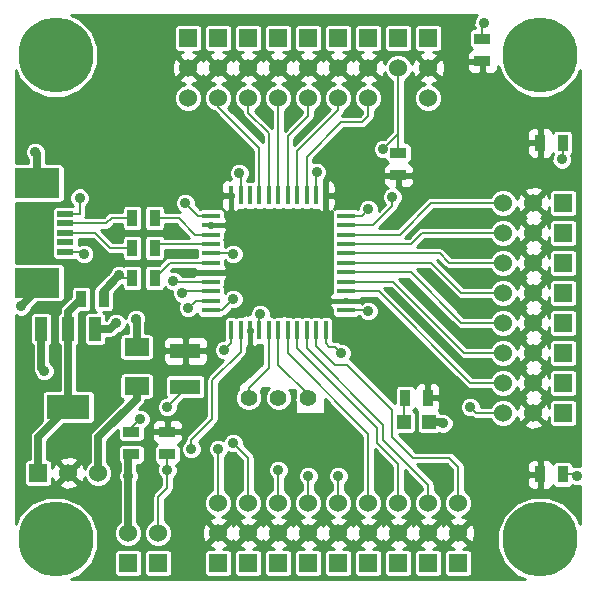
<source format=gtl>
G04 (created by PCBNEW (2013-03-19 BZR 4004)-stable) date 5/7/2013 2:04:26 PM*
%MOIN*%
G04 Gerber Fmt 3.4, Leading zero omitted, Abs format*
%FSLAX34Y34*%
G01*
G70*
G90*
G04 APERTURE LIST*
%ADD10C,2.3622e-006*%
%ADD11C,0.25*%
%ADD12R,0.1496X0.0984*%
%ADD13R,0.0551X0.0197*%
%ADD14R,0.035X0.055*%
%ADD15R,0.055X0.035*%
%ADD16R,0.0472X0.0472*%
%ADD17R,0.1X0.05*%
%ADD18R,0.08X0.06*%
%ADD19R,0.016X0.06*%
%ADD20R,0.06X0.016*%
%ADD21C,0.055*%
%ADD22R,0.144X0.08*%
%ADD23R,0.04X0.08*%
%ADD24R,0.06X0.06*%
%ADD25C,0.06*%
%ADD26C,0.035*%
%ADD27C,0.008*%
%ADD28C,0.025*%
%ADD29C,0.01*%
G04 APERTURE END LIST*
G54D10*
G54D11*
X65716Y-48716D03*
X65716Y-32574D03*
X49574Y-32574D03*
X49574Y-48716D03*
G54D12*
X48957Y-40154D03*
X48957Y-36846D03*
G54D13*
X49902Y-39130D03*
X49902Y-38815D03*
X49902Y-37870D03*
X49902Y-38185D03*
X49902Y-38500D03*
G54D14*
X52875Y-38000D03*
X52125Y-38000D03*
X52875Y-39000D03*
X52125Y-39000D03*
X61975Y-44000D03*
X61225Y-44000D03*
G54D15*
X53300Y-45125D03*
X53300Y-45875D03*
G54D16*
X61187Y-44800D03*
X62013Y-44800D03*
G54D14*
X52875Y-40000D03*
X52125Y-40000D03*
G54D17*
X53900Y-42425D03*
X53900Y-43625D03*
G54D14*
X65725Y-35500D03*
X66475Y-35500D03*
G54D18*
X52275Y-43600D03*
X52275Y-42300D03*
G54D19*
X57000Y-37250D03*
X56685Y-37250D03*
X56370Y-37250D03*
X56055Y-37250D03*
X55740Y-37250D03*
X55425Y-37250D03*
X57315Y-37250D03*
X57630Y-37250D03*
X57945Y-37250D03*
X58260Y-37250D03*
X58575Y-37250D03*
X57000Y-41750D03*
X56685Y-41750D03*
X56370Y-41750D03*
X56055Y-41750D03*
X55740Y-41750D03*
X55425Y-41750D03*
X57315Y-41750D03*
X57630Y-41750D03*
X57945Y-41750D03*
X58260Y-41750D03*
X58575Y-41750D03*
G54D20*
X54750Y-39500D03*
X59250Y-39500D03*
X54750Y-39815D03*
X59250Y-39815D03*
X59250Y-40130D03*
X54750Y-40130D03*
X54750Y-40445D03*
X59250Y-40445D03*
X59250Y-40760D03*
X54750Y-40760D03*
X54750Y-41075D03*
X59250Y-41075D03*
X59250Y-39185D03*
X54750Y-39185D03*
X54750Y-38870D03*
X59250Y-38870D03*
X59250Y-38555D03*
X54750Y-38555D03*
X54750Y-38240D03*
X59250Y-38240D03*
X59250Y-37925D03*
X54750Y-37925D03*
G54D21*
X56016Y-44000D03*
X57984Y-44000D03*
X57000Y-44000D03*
G54D14*
X50425Y-40700D03*
X51175Y-40700D03*
G54D15*
X52100Y-45875D03*
X52100Y-45125D03*
G54D22*
X50000Y-44300D03*
G54D23*
X50000Y-41700D03*
X49100Y-41700D03*
X50900Y-41700D03*
G54D24*
X55000Y-32000D03*
G54D25*
X55000Y-33000D03*
X55000Y-34000D03*
G54D24*
X49000Y-46500D03*
G54D25*
X50000Y-46500D03*
X51000Y-46500D03*
G54D24*
X62000Y-32000D03*
G54D25*
X62000Y-33000D03*
X62000Y-34000D03*
G54D24*
X66500Y-37500D03*
G54D25*
X65500Y-37500D03*
X64500Y-37500D03*
G54D24*
X66500Y-41500D03*
G54D25*
X65500Y-41500D03*
X64500Y-41500D03*
G54D24*
X66500Y-42500D03*
G54D25*
X65500Y-42500D03*
X64500Y-42500D03*
G54D24*
X66500Y-44500D03*
G54D25*
X65500Y-44500D03*
X64500Y-44500D03*
G54D24*
X66500Y-43500D03*
G54D25*
X65500Y-43500D03*
X64500Y-43500D03*
G54D24*
X63000Y-49500D03*
G54D25*
X63000Y-48500D03*
X63000Y-47500D03*
G54D24*
X62000Y-49500D03*
G54D25*
X62000Y-48500D03*
X62000Y-47500D03*
G54D24*
X60000Y-49500D03*
G54D25*
X60000Y-48500D03*
X60000Y-47500D03*
G54D24*
X61000Y-49500D03*
G54D25*
X61000Y-48500D03*
X61000Y-47500D03*
G54D24*
X59000Y-49500D03*
G54D25*
X59000Y-48500D03*
X59000Y-47500D03*
G54D24*
X66500Y-38500D03*
G54D25*
X65500Y-38500D03*
X64500Y-38500D03*
G54D24*
X66500Y-39500D03*
G54D25*
X65500Y-39500D03*
X64500Y-39500D03*
G54D24*
X66500Y-40500D03*
G54D25*
X65500Y-40500D03*
X64500Y-40500D03*
G54D24*
X58000Y-49500D03*
G54D25*
X58000Y-48500D03*
X58000Y-47500D03*
G54D24*
X57000Y-49500D03*
G54D25*
X57000Y-48500D03*
X57000Y-47500D03*
G54D24*
X56000Y-49500D03*
G54D25*
X56000Y-48500D03*
X56000Y-47500D03*
G54D24*
X55000Y-49500D03*
G54D25*
X55000Y-48500D03*
X55000Y-47500D03*
G54D24*
X54000Y-32000D03*
G54D25*
X54000Y-33000D03*
X54000Y-34000D03*
G54D24*
X60000Y-32000D03*
G54D25*
X60000Y-33000D03*
X60000Y-34000D03*
G54D24*
X59000Y-32000D03*
G54D25*
X59000Y-33000D03*
X59000Y-34000D03*
G54D24*
X58000Y-32000D03*
G54D25*
X58000Y-33000D03*
X58000Y-34000D03*
G54D24*
X56000Y-32000D03*
G54D25*
X56000Y-33000D03*
X56000Y-34000D03*
G54D24*
X52000Y-49500D03*
G54D25*
X52000Y-48500D03*
G54D24*
X53000Y-49500D03*
G54D25*
X53000Y-48500D03*
G54D15*
X61000Y-36575D03*
X61000Y-35825D03*
G54D24*
X57000Y-32000D03*
G54D25*
X57000Y-33000D03*
X57000Y-34000D03*
G54D24*
X61000Y-32000D03*
G54D25*
X61000Y-33000D03*
G54D14*
X65725Y-46550D03*
X66475Y-46550D03*
G54D15*
X63800Y-32775D03*
X63800Y-32025D03*
G54D26*
X53500Y-40100D03*
X55000Y-45700D03*
X53800Y-40500D03*
X55500Y-45500D03*
X57000Y-46400D03*
X54000Y-41000D03*
X55500Y-40700D03*
X58000Y-46600D03*
X59000Y-46600D03*
X55200Y-42400D03*
X60800Y-37300D03*
X59100Y-42500D03*
X63400Y-44300D03*
X53900Y-37500D03*
X53300Y-46400D03*
X54100Y-45700D03*
X52250Y-41375D03*
X50375Y-37325D03*
X52000Y-46600D03*
X49200Y-43100D03*
X60500Y-35700D03*
X60000Y-37700D03*
X63850Y-31500D03*
X66950Y-46600D03*
X48425Y-40950D03*
X48900Y-35800D03*
X62500Y-44850D03*
X53300Y-44300D03*
X52400Y-44700D03*
X60000Y-41100D03*
X56400Y-41200D03*
X55500Y-39200D03*
X55700Y-36500D03*
X51600Y-41500D03*
X51700Y-39900D03*
X50525Y-39200D03*
X66450Y-36050D03*
X58275Y-36475D03*
G54D27*
X54750Y-38870D02*
X53005Y-38870D01*
X53005Y-38870D02*
X52875Y-39000D01*
X54750Y-38555D02*
X54230Y-38555D01*
X53675Y-38000D02*
X52875Y-38000D01*
X54230Y-38555D02*
X53675Y-38000D01*
X54750Y-40130D02*
X53530Y-40130D01*
X53530Y-40130D02*
X53500Y-40100D01*
X55000Y-47500D02*
X55000Y-45700D01*
X54750Y-40445D02*
X53855Y-40445D01*
X53855Y-40445D02*
X53800Y-40500D01*
X56000Y-47500D02*
X56000Y-46000D01*
X56000Y-46000D02*
X55500Y-45500D01*
X57000Y-46400D02*
X57000Y-47500D01*
X54750Y-40760D02*
X54240Y-40760D01*
X54240Y-40760D02*
X54000Y-41000D01*
X54750Y-41075D02*
X55125Y-41075D01*
X55125Y-41075D02*
X55500Y-40700D01*
X58000Y-46600D02*
X58000Y-47500D01*
X59250Y-39500D02*
X62100Y-39500D01*
X63100Y-40500D02*
X64500Y-40500D01*
X62100Y-39500D02*
X63100Y-40500D01*
X59250Y-39185D02*
X62385Y-39185D01*
X62700Y-39500D02*
X64500Y-39500D01*
X62385Y-39185D02*
X62700Y-39500D01*
X59250Y-38870D02*
X61430Y-38870D01*
X61800Y-38500D02*
X64500Y-38500D01*
X61430Y-38870D02*
X61800Y-38500D01*
X55425Y-41750D02*
X55425Y-42175D01*
X59000Y-46600D02*
X59000Y-47500D01*
X55425Y-42175D02*
X55200Y-42400D01*
X59250Y-38555D02*
X61045Y-38555D01*
X62100Y-37500D02*
X64500Y-37500D01*
X61045Y-38555D02*
X62100Y-37500D01*
X59250Y-38240D02*
X60160Y-38240D01*
X60800Y-37600D02*
X60800Y-37300D01*
X60160Y-38240D02*
X60800Y-37600D01*
X57315Y-41750D02*
X57315Y-42515D01*
X60000Y-45200D02*
X60000Y-47500D01*
X57315Y-42515D02*
X60000Y-45200D01*
X57630Y-41750D02*
X57630Y-42330D01*
X61000Y-46200D02*
X61000Y-47500D01*
X60300Y-45500D02*
X61000Y-46200D01*
X60300Y-45000D02*
X60300Y-45500D01*
X57630Y-42330D02*
X60300Y-45000D01*
X57945Y-41750D02*
X57945Y-42345D01*
X62000Y-46900D02*
X62000Y-47500D01*
X60500Y-45400D02*
X62000Y-46900D01*
X60500Y-44900D02*
X60500Y-45400D01*
X57945Y-42345D02*
X60500Y-44900D01*
X58260Y-41750D02*
X58260Y-42260D01*
X63000Y-46300D02*
X63000Y-47500D01*
X62700Y-46000D02*
X63000Y-46300D01*
X61500Y-46000D02*
X62700Y-46000D01*
X60800Y-45300D02*
X61500Y-46000D01*
X60800Y-44400D02*
X60800Y-45300D01*
X59300Y-42900D02*
X60800Y-44400D01*
X58900Y-42900D02*
X59300Y-42900D01*
X58260Y-42260D02*
X58900Y-42900D01*
X59250Y-40445D02*
X60345Y-40445D01*
X63400Y-43500D02*
X64500Y-43500D01*
X60345Y-40445D02*
X63400Y-43500D01*
X64500Y-44500D02*
X63600Y-44500D01*
X58575Y-42175D02*
X58575Y-41750D01*
X58700Y-42300D02*
X58575Y-42175D01*
X58900Y-42300D02*
X58700Y-42300D01*
X59100Y-42500D02*
X58900Y-42300D01*
X63600Y-44500D02*
X63400Y-44300D01*
X59250Y-40130D02*
X60830Y-40130D01*
X63200Y-42500D02*
X64500Y-42500D01*
X60830Y-40130D02*
X63200Y-42500D01*
X59250Y-39815D02*
X61415Y-39815D01*
X63100Y-41500D02*
X64500Y-41500D01*
X61415Y-39815D02*
X63100Y-41500D01*
X54750Y-37925D02*
X54325Y-37925D01*
X54325Y-37925D02*
X53900Y-37500D01*
X56370Y-37250D02*
X56370Y-35670D01*
X55000Y-34300D02*
X55000Y-34000D01*
X56370Y-35670D02*
X55000Y-34300D01*
X56685Y-36000D02*
X56685Y-35185D01*
X56685Y-35185D02*
X56000Y-34500D01*
X56000Y-34000D02*
X56000Y-34500D01*
X56685Y-36000D02*
X56685Y-37250D01*
X57000Y-37250D02*
X57000Y-34000D01*
X57315Y-37250D02*
X57315Y-35285D01*
X58000Y-34600D02*
X58000Y-34000D01*
X57315Y-35285D02*
X58000Y-34600D01*
X57630Y-37250D02*
X57630Y-35770D01*
X57630Y-35770D02*
X58800Y-34600D01*
X58800Y-34600D02*
X59000Y-34400D01*
X59000Y-34400D02*
X59000Y-34000D01*
X59000Y-34400D02*
X59000Y-34000D01*
X59000Y-34400D02*
X59000Y-34000D01*
X59200Y-34800D02*
X59800Y-34800D01*
X59800Y-34800D02*
X60000Y-34600D01*
X60000Y-34600D02*
X60000Y-34000D01*
X57945Y-37250D02*
X57945Y-35955D01*
X59100Y-34800D02*
X59200Y-34800D01*
X57945Y-35955D02*
X59100Y-34800D01*
X60000Y-34600D02*
X60000Y-34000D01*
X60000Y-34600D02*
X60000Y-34000D01*
X60000Y-34600D02*
X60000Y-34000D01*
X61187Y-44800D02*
X61187Y-44038D01*
X61187Y-44038D02*
X61225Y-44000D01*
X55740Y-41750D02*
X55740Y-42460D01*
X54100Y-45400D02*
X54100Y-45700D01*
X54800Y-44700D02*
X54100Y-45400D01*
X54800Y-43400D02*
X54800Y-44700D01*
X55740Y-42460D02*
X54800Y-43400D01*
X53000Y-48500D02*
X53000Y-47300D01*
X53300Y-47000D02*
X53300Y-46400D01*
X53300Y-46400D02*
X53300Y-45875D01*
X53000Y-47300D02*
X53300Y-47000D01*
X49902Y-38185D02*
X51265Y-38185D01*
X51450Y-38000D02*
X52125Y-38000D01*
X51265Y-38185D02*
X51450Y-38000D01*
X49902Y-38500D02*
X50900Y-38500D01*
X51400Y-39000D02*
X52125Y-39000D01*
X50900Y-38500D02*
X51400Y-39000D01*
G54D28*
X52250Y-41375D02*
X52237Y-41387D01*
G54D27*
X49902Y-37870D02*
X50380Y-37870D01*
G54D28*
X52275Y-41425D02*
X52237Y-41387D01*
X52275Y-41425D02*
X52275Y-42300D01*
G54D27*
X50375Y-37865D02*
X50375Y-37325D01*
X50380Y-37870D02*
X50375Y-37865D01*
G54D28*
X52275Y-44025D02*
X52275Y-43600D01*
X51000Y-46500D02*
X51000Y-45300D01*
X51000Y-45300D02*
X52275Y-44025D01*
X49100Y-41700D02*
X49100Y-43000D01*
X49100Y-43000D02*
X49200Y-43100D01*
X52000Y-46600D02*
X52000Y-45975D01*
X52000Y-45975D02*
X52100Y-45875D01*
X52000Y-48500D02*
X52000Y-46600D01*
X49000Y-46500D02*
X49000Y-45300D01*
X50000Y-41700D02*
X50000Y-44300D01*
X49000Y-45300D02*
X50000Y-44300D01*
X50000Y-41700D02*
X50000Y-41125D01*
X50000Y-41125D02*
X50425Y-40700D01*
G54D27*
X61000Y-34650D02*
X61000Y-35200D01*
X61000Y-35200D02*
X60500Y-35700D01*
X61000Y-34650D02*
X61000Y-33000D01*
X59250Y-37925D02*
X59775Y-37925D01*
X61000Y-35200D02*
X61000Y-35825D01*
X59775Y-37925D02*
X60000Y-37700D01*
X63800Y-32025D02*
X63800Y-31550D01*
X63800Y-31550D02*
X63850Y-31500D01*
X66475Y-46550D02*
X66900Y-46550D01*
X66900Y-46550D02*
X66950Y-46600D01*
G54D28*
X48957Y-40154D02*
X48957Y-40418D01*
X48957Y-40418D02*
X48425Y-40950D01*
G54D27*
X48957Y-40418D02*
X48425Y-40950D01*
G54D28*
X48957Y-36846D02*
X48957Y-35857D01*
X48957Y-35857D02*
X48900Y-35800D01*
G54D27*
X48957Y-35857D02*
X48900Y-35800D01*
G54D28*
X62013Y-44800D02*
X62450Y-44800D01*
X62450Y-44800D02*
X62500Y-44850D01*
G54D27*
X53900Y-43625D02*
X53900Y-43700D01*
X53900Y-43700D02*
X53300Y-44300D01*
X52100Y-45125D02*
X52100Y-45000D01*
X52100Y-45000D02*
X52400Y-44700D01*
X59250Y-41075D02*
X59975Y-41075D01*
X59975Y-41075D02*
X60000Y-41100D01*
X56370Y-41750D02*
X56370Y-41230D01*
X56370Y-41230D02*
X56400Y-41200D01*
X54750Y-39185D02*
X55485Y-39185D01*
X55485Y-39185D02*
X55500Y-39200D01*
X55740Y-37250D02*
X55740Y-36540D01*
X55740Y-36540D02*
X55700Y-36500D01*
G54D28*
X50900Y-41700D02*
X51400Y-41700D01*
X51400Y-41700D02*
X51600Y-41500D01*
X51175Y-40700D02*
X51175Y-40425D01*
G54D27*
X51800Y-40000D02*
X51700Y-39900D01*
X51800Y-40000D02*
X52125Y-40000D01*
G54D28*
X51175Y-40425D02*
X51700Y-39900D01*
G54D27*
X49902Y-39130D02*
X50455Y-39130D01*
X50455Y-39130D02*
X50525Y-39200D01*
X66475Y-35500D02*
X66475Y-36025D01*
X66475Y-36025D02*
X66450Y-36050D01*
X58260Y-37250D02*
X58260Y-36490D01*
X58260Y-36490D02*
X58275Y-36475D01*
X56685Y-41750D02*
X56685Y-43015D01*
X56016Y-43684D02*
X56016Y-44000D01*
X56685Y-43015D02*
X56016Y-43684D01*
X57000Y-41750D02*
X57000Y-42900D01*
X57984Y-43884D02*
X57984Y-44000D01*
X57000Y-42900D02*
X57984Y-43884D01*
X54750Y-39500D02*
X53375Y-39500D01*
X53375Y-39500D02*
X52875Y-40000D01*
G54D10*
G36*
X67046Y-48216D02*
X66921Y-47913D01*
X66521Y-47513D01*
X66000Y-47296D01*
X65675Y-47296D01*
X65675Y-47012D01*
X65675Y-46600D01*
X65675Y-46500D01*
X65675Y-46087D01*
X65612Y-46025D01*
X65500Y-46024D01*
X65408Y-46062D01*
X65338Y-46133D01*
X65300Y-46225D01*
X65299Y-46324D01*
X65300Y-46437D01*
X65362Y-46500D01*
X65675Y-46500D01*
X65675Y-46600D01*
X65362Y-46600D01*
X65300Y-46662D01*
X65299Y-46775D01*
X65300Y-46874D01*
X65338Y-46966D01*
X65408Y-47037D01*
X65500Y-47075D01*
X65612Y-47075D01*
X65675Y-47012D01*
X65675Y-47296D01*
X65435Y-47296D01*
X64913Y-47512D01*
X64513Y-47911D01*
X64296Y-48432D01*
X64296Y-48997D01*
X64512Y-49519D01*
X64911Y-49919D01*
X65216Y-50046D01*
X63554Y-50046D01*
X63554Y-48581D01*
X63543Y-48363D01*
X63481Y-48212D01*
X63470Y-48208D01*
X63470Y-47406D01*
X63398Y-47234D01*
X63266Y-47101D01*
X63210Y-47078D01*
X63210Y-46300D01*
X63209Y-46299D01*
X63210Y-46299D01*
X63206Y-46284D01*
X63194Y-46219D01*
X63194Y-46219D01*
X63148Y-46151D01*
X63148Y-46151D01*
X62848Y-45851D01*
X62780Y-45805D01*
X62700Y-45790D01*
X61586Y-45790D01*
X61010Y-45213D01*
X61010Y-45206D01*
X61456Y-45206D01*
X61519Y-45180D01*
X61567Y-45132D01*
X61592Y-45069D01*
X61593Y-45002D01*
X61593Y-44530D01*
X61567Y-44467D01*
X61519Y-44419D01*
X61502Y-44412D01*
X61544Y-44371D01*
X61556Y-44340D01*
X61588Y-44416D01*
X61636Y-44464D01*
X61632Y-44467D01*
X61607Y-44530D01*
X61606Y-44597D01*
X61606Y-45069D01*
X61632Y-45132D01*
X61680Y-45180D01*
X61743Y-45205D01*
X61810Y-45206D01*
X62282Y-45206D01*
X62345Y-45180D01*
X62359Y-45165D01*
X62431Y-45194D01*
X62568Y-45195D01*
X62695Y-45142D01*
X62792Y-45045D01*
X62844Y-44918D01*
X62845Y-44781D01*
X62792Y-44654D01*
X62695Y-44557D01*
X62568Y-44505D01*
X62431Y-44504D01*
X62431Y-44505D01*
X62408Y-44505D01*
X62393Y-44467D01*
X62352Y-44426D01*
X62361Y-44416D01*
X62399Y-44324D01*
X62400Y-44225D01*
X62400Y-43774D01*
X62399Y-43675D01*
X62361Y-43583D01*
X62291Y-43512D01*
X62199Y-43474D01*
X62087Y-43475D01*
X62025Y-43537D01*
X62025Y-43950D01*
X62337Y-43950D01*
X62400Y-43887D01*
X62400Y-43774D01*
X62400Y-44225D01*
X62400Y-44112D01*
X62337Y-44050D01*
X62025Y-44050D01*
X62025Y-44057D01*
X61925Y-44057D01*
X61925Y-44050D01*
X61917Y-44050D01*
X61917Y-43950D01*
X61925Y-43950D01*
X61925Y-43537D01*
X61862Y-43475D01*
X61750Y-43474D01*
X61658Y-43512D01*
X61588Y-43583D01*
X61556Y-43659D01*
X61544Y-43628D01*
X61496Y-43580D01*
X61433Y-43555D01*
X61366Y-43554D01*
X61016Y-43554D01*
X60953Y-43580D01*
X60905Y-43628D01*
X60880Y-43691D01*
X60879Y-43758D01*
X60879Y-44182D01*
X60345Y-43648D01*
X60345Y-41031D01*
X60292Y-40904D01*
X60195Y-40807D01*
X60068Y-40755D01*
X59931Y-40754D01*
X59804Y-40807D01*
X59800Y-40812D01*
X59800Y-40862D01*
X59799Y-40862D01*
X59800Y-40812D01*
X59774Y-40837D01*
X59737Y-40800D01*
X59300Y-40800D01*
X59300Y-40817D01*
X59200Y-40817D01*
X59200Y-40800D01*
X58762Y-40800D01*
X58700Y-40862D01*
X58700Y-40889D01*
X58738Y-40981D01*
X58779Y-41023D01*
X58779Y-41028D01*
X58779Y-41188D01*
X58805Y-41251D01*
X58853Y-41299D01*
X58916Y-41324D01*
X58983Y-41325D01*
X59583Y-41325D01*
X59646Y-41299D01*
X59660Y-41285D01*
X59703Y-41285D01*
X59707Y-41295D01*
X59804Y-41392D01*
X59931Y-41444D01*
X60068Y-41445D01*
X60195Y-41392D01*
X60292Y-41295D01*
X60344Y-41168D01*
X60345Y-41031D01*
X60345Y-43648D01*
X59448Y-42751D01*
X59381Y-42706D01*
X59392Y-42695D01*
X59444Y-42568D01*
X59445Y-42431D01*
X59392Y-42304D01*
X59295Y-42207D01*
X59168Y-42155D01*
X59051Y-42154D01*
X59048Y-42151D01*
X58980Y-42105D01*
X58900Y-42090D01*
X58822Y-42090D01*
X58824Y-42083D01*
X58825Y-42016D01*
X58825Y-41416D01*
X58799Y-41353D01*
X58751Y-41305D01*
X58688Y-41280D01*
X58621Y-41279D01*
X58461Y-41279D01*
X58417Y-41298D01*
X58373Y-41280D01*
X58306Y-41279D01*
X58146Y-41279D01*
X58102Y-41298D01*
X58058Y-41280D01*
X57991Y-41279D01*
X57831Y-41279D01*
X57787Y-41298D01*
X57743Y-41280D01*
X57676Y-41279D01*
X57516Y-41279D01*
X57472Y-41298D01*
X57428Y-41280D01*
X57361Y-41279D01*
X57250Y-41279D01*
X57250Y-41240D01*
X57016Y-41279D01*
X56886Y-41279D01*
X56842Y-41298D01*
X56798Y-41280D01*
X56740Y-41279D01*
X56744Y-41268D01*
X56745Y-41131D01*
X56692Y-41004D01*
X56595Y-40907D01*
X56468Y-40855D01*
X56331Y-40854D01*
X56204Y-40907D01*
X56107Y-41004D01*
X56055Y-41131D01*
X56054Y-41200D01*
X56004Y-41200D01*
X56004Y-41252D01*
X55952Y-41200D01*
X55925Y-41199D01*
X55845Y-41233D01*
X55845Y-40631D01*
X55792Y-40504D01*
X55695Y-40407D01*
X55568Y-40355D01*
X55431Y-40354D01*
X55304Y-40407D01*
X55220Y-40492D01*
X55220Y-40491D01*
X55220Y-40331D01*
X55201Y-40287D01*
X55219Y-40243D01*
X55220Y-40176D01*
X55220Y-40078D01*
X55261Y-40036D01*
X55299Y-39944D01*
X55299Y-39917D01*
X55237Y-39855D01*
X54800Y-39855D01*
X54800Y-39872D01*
X54700Y-39872D01*
X54700Y-39855D01*
X54262Y-39855D01*
X54200Y-39917D01*
X54200Y-39920D01*
X53798Y-39920D01*
X53792Y-39904D01*
X53695Y-39807D01*
X53568Y-39755D01*
X53431Y-39754D01*
X53406Y-39765D01*
X53461Y-39710D01*
X54200Y-39710D01*
X54200Y-39712D01*
X54262Y-39775D01*
X54700Y-39775D01*
X54700Y-39757D01*
X54800Y-39757D01*
X54800Y-39775D01*
X55237Y-39775D01*
X55299Y-39712D01*
X55299Y-39685D01*
X55261Y-39593D01*
X55220Y-39551D01*
X55220Y-39546D01*
X55220Y-39407D01*
X55304Y-39492D01*
X55431Y-39544D01*
X55568Y-39545D01*
X55695Y-39492D01*
X55792Y-39395D01*
X55844Y-39268D01*
X55845Y-39131D01*
X55792Y-39004D01*
X55695Y-38907D01*
X55568Y-38855D01*
X55431Y-38854D01*
X55304Y-38907D01*
X55237Y-38975D01*
X55219Y-38975D01*
X55220Y-38916D01*
X55220Y-38756D01*
X55201Y-38712D01*
X55219Y-38668D01*
X55220Y-38601D01*
X55220Y-38503D01*
X55261Y-38461D01*
X55299Y-38369D01*
X55299Y-38342D01*
X55237Y-38280D01*
X54800Y-38280D01*
X54800Y-38297D01*
X54700Y-38297D01*
X54700Y-38280D01*
X54692Y-38280D01*
X54692Y-38200D01*
X54700Y-38200D01*
X54700Y-38182D01*
X54800Y-38182D01*
X54800Y-38200D01*
X55237Y-38200D01*
X55299Y-38137D01*
X55299Y-38110D01*
X55261Y-38018D01*
X55220Y-37976D01*
X55220Y-37971D01*
X55220Y-37811D01*
X55196Y-37755D01*
X55203Y-37762D01*
X55295Y-37800D01*
X55322Y-37800D01*
X55385Y-37737D01*
X55385Y-37300D01*
X55157Y-37300D01*
X55095Y-37362D01*
X55094Y-37500D01*
X55095Y-37599D01*
X55133Y-37691D01*
X55139Y-37698D01*
X55083Y-37675D01*
X55016Y-37674D01*
X54470Y-37674D01*
X54470Y-33906D01*
X54398Y-33734D01*
X54266Y-33601D01*
X54128Y-33544D01*
X54136Y-33543D01*
X54287Y-33481D01*
X54315Y-33385D01*
X54000Y-33070D01*
X53929Y-33141D01*
X53929Y-33000D01*
X53614Y-32684D01*
X53518Y-32712D01*
X53445Y-32918D01*
X53456Y-33136D01*
X53518Y-33287D01*
X53614Y-33315D01*
X53929Y-33000D01*
X53929Y-33141D01*
X53684Y-33385D01*
X53712Y-33481D01*
X53879Y-33541D01*
X53734Y-33601D01*
X53601Y-33733D01*
X53530Y-33906D01*
X53529Y-34093D01*
X53601Y-34265D01*
X53733Y-34398D01*
X53906Y-34469D01*
X54093Y-34470D01*
X54265Y-34398D01*
X54398Y-34266D01*
X54469Y-34093D01*
X54470Y-33906D01*
X54470Y-37674D01*
X54416Y-37674D01*
X54384Y-37687D01*
X54244Y-37547D01*
X54245Y-37431D01*
X54192Y-37304D01*
X54095Y-37207D01*
X53968Y-37155D01*
X53831Y-37154D01*
X53704Y-37207D01*
X53607Y-37304D01*
X53555Y-37431D01*
X53554Y-37568D01*
X53607Y-37695D01*
X53704Y-37792D01*
X53720Y-37799D01*
X53675Y-37790D01*
X53220Y-37790D01*
X53220Y-37691D01*
X53194Y-37628D01*
X53146Y-37580D01*
X53083Y-37555D01*
X53016Y-37554D01*
X52666Y-37554D01*
X52603Y-37580D01*
X52555Y-37628D01*
X52530Y-37691D01*
X52529Y-37758D01*
X52529Y-38308D01*
X52555Y-38371D01*
X52603Y-38419D01*
X52666Y-38444D01*
X52733Y-38445D01*
X53083Y-38445D01*
X53146Y-38419D01*
X53194Y-38371D01*
X53219Y-38308D01*
X53220Y-38241D01*
X53220Y-38210D01*
X53588Y-38210D01*
X54038Y-38660D01*
X53207Y-38660D01*
X53194Y-38628D01*
X53146Y-38580D01*
X53083Y-38555D01*
X53016Y-38554D01*
X52666Y-38554D01*
X52603Y-38580D01*
X52555Y-38628D01*
X52530Y-38691D01*
X52529Y-38758D01*
X52529Y-39308D01*
X52555Y-39371D01*
X52603Y-39419D01*
X52666Y-39444D01*
X52733Y-39445D01*
X53083Y-39445D01*
X53146Y-39419D01*
X53194Y-39371D01*
X53219Y-39308D01*
X53220Y-39241D01*
X53220Y-39080D01*
X54280Y-39080D01*
X54279Y-39138D01*
X54279Y-39290D01*
X53375Y-39290D01*
X53294Y-39305D01*
X53226Y-39351D01*
X53023Y-39554D01*
X53016Y-39554D01*
X52666Y-39554D01*
X52603Y-39580D01*
X52555Y-39628D01*
X52530Y-39691D01*
X52529Y-39758D01*
X52529Y-40308D01*
X52555Y-40371D01*
X52603Y-40419D01*
X52666Y-40444D01*
X52733Y-40445D01*
X53083Y-40445D01*
X53146Y-40419D01*
X53194Y-40371D01*
X53219Y-40308D01*
X53219Y-40307D01*
X53304Y-40392D01*
X53431Y-40444D01*
X53455Y-40444D01*
X53454Y-40568D01*
X53507Y-40695D01*
X53604Y-40792D01*
X53696Y-40830D01*
X53655Y-40931D01*
X53654Y-41068D01*
X53707Y-41195D01*
X53804Y-41292D01*
X53931Y-41344D01*
X54068Y-41345D01*
X54195Y-41292D01*
X54285Y-41202D01*
X54305Y-41251D01*
X54353Y-41299D01*
X54416Y-41324D01*
X54483Y-41325D01*
X55083Y-41325D01*
X55146Y-41299D01*
X55169Y-41276D01*
X55205Y-41269D01*
X55273Y-41223D01*
X55452Y-41044D01*
X55568Y-41045D01*
X55695Y-40992D01*
X55792Y-40895D01*
X55844Y-40768D01*
X55845Y-40631D01*
X55845Y-41233D01*
X55833Y-41237D01*
X55791Y-41279D01*
X55786Y-41279D01*
X55626Y-41279D01*
X55582Y-41298D01*
X55538Y-41280D01*
X55471Y-41279D01*
X55311Y-41279D01*
X55248Y-41305D01*
X55200Y-41353D01*
X55175Y-41416D01*
X55174Y-41483D01*
X55174Y-42054D01*
X55131Y-42054D01*
X55004Y-42107D01*
X54907Y-42204D01*
X54855Y-42331D01*
X54854Y-42468D01*
X54907Y-42595D01*
X55004Y-42692D01*
X55131Y-42744D01*
X55158Y-42744D01*
X54651Y-43251D01*
X54650Y-43253D01*
X54650Y-42724D01*
X54650Y-42125D01*
X54612Y-42033D01*
X54541Y-41963D01*
X54449Y-41925D01*
X54350Y-41924D01*
X54012Y-41925D01*
X53950Y-41987D01*
X53950Y-42375D01*
X54587Y-42375D01*
X54650Y-42312D01*
X54650Y-42125D01*
X54650Y-42724D01*
X54650Y-42537D01*
X54587Y-42475D01*
X53950Y-42475D01*
X53950Y-42862D01*
X54012Y-42925D01*
X54350Y-42925D01*
X54449Y-42924D01*
X54541Y-42886D01*
X54612Y-42816D01*
X54650Y-42724D01*
X54650Y-43253D01*
X54605Y-43319D01*
X54590Y-43400D01*
X54590Y-44613D01*
X54570Y-44632D01*
X54570Y-43841D01*
X54570Y-43341D01*
X54544Y-43278D01*
X54496Y-43230D01*
X54433Y-43205D01*
X54366Y-43204D01*
X53850Y-43204D01*
X53850Y-42862D01*
X53850Y-42475D01*
X53850Y-42375D01*
X53850Y-41987D01*
X53787Y-41925D01*
X53449Y-41924D01*
X53350Y-41925D01*
X53258Y-41963D01*
X53187Y-42033D01*
X53149Y-42125D01*
X53150Y-42312D01*
X53212Y-42375D01*
X53850Y-42375D01*
X53850Y-42475D01*
X53212Y-42475D01*
X53150Y-42537D01*
X53149Y-42724D01*
X53187Y-42816D01*
X53258Y-42886D01*
X53350Y-42924D01*
X53449Y-42925D01*
X53787Y-42925D01*
X53850Y-42862D01*
X53850Y-43204D01*
X53366Y-43204D01*
X53303Y-43230D01*
X53255Y-43278D01*
X53230Y-43341D01*
X53229Y-43408D01*
X53229Y-43908D01*
X53249Y-43954D01*
X53231Y-43954D01*
X53104Y-44007D01*
X53007Y-44104D01*
X52955Y-44231D01*
X52954Y-44368D01*
X53007Y-44495D01*
X53104Y-44592D01*
X53231Y-44644D01*
X53368Y-44645D01*
X53495Y-44592D01*
X53592Y-44495D01*
X53644Y-44368D01*
X53645Y-44251D01*
X53851Y-44045D01*
X54433Y-44045D01*
X54496Y-44019D01*
X54544Y-43971D01*
X54569Y-43908D01*
X54570Y-43841D01*
X54570Y-44632D01*
X53951Y-45251D01*
X53905Y-45319D01*
X53890Y-45400D01*
X53890Y-45422D01*
X53825Y-45486D01*
X53825Y-45349D01*
X53825Y-44900D01*
X53787Y-44808D01*
X53716Y-44738D01*
X53624Y-44700D01*
X53525Y-44699D01*
X53412Y-44700D01*
X53350Y-44762D01*
X53350Y-45075D01*
X53762Y-45075D01*
X53825Y-45012D01*
X53825Y-44900D01*
X53825Y-45349D01*
X53825Y-45237D01*
X53762Y-45175D01*
X53350Y-45175D01*
X53350Y-45182D01*
X53250Y-45182D01*
X53250Y-45175D01*
X53250Y-45075D01*
X53250Y-44762D01*
X53187Y-44700D01*
X53074Y-44699D01*
X52975Y-44700D01*
X52883Y-44738D01*
X52845Y-44776D01*
X52845Y-43866D01*
X52845Y-43266D01*
X52845Y-42566D01*
X52845Y-41966D01*
X52819Y-41903D01*
X52771Y-41855D01*
X52708Y-41830D01*
X52641Y-41829D01*
X52570Y-41829D01*
X52570Y-41503D01*
X52594Y-41443D01*
X52595Y-41306D01*
X52542Y-41179D01*
X52445Y-41082D01*
X52318Y-41030D01*
X52181Y-41029D01*
X52054Y-41082D01*
X51957Y-41179D01*
X51905Y-41306D01*
X51905Y-41334D01*
X51892Y-41304D01*
X51795Y-41207D01*
X51668Y-41155D01*
X51531Y-41154D01*
X51404Y-41207D01*
X51307Y-41304D01*
X51270Y-41395D01*
X51270Y-41266D01*
X51244Y-41203D01*
X51196Y-41155D01*
X51170Y-41145D01*
X51383Y-41145D01*
X51446Y-41119D01*
X51494Y-41071D01*
X51519Y-41008D01*
X51520Y-40941D01*
X51520Y-40497D01*
X51774Y-40242D01*
X51779Y-40240D01*
X51779Y-40308D01*
X51805Y-40371D01*
X51853Y-40419D01*
X51916Y-40444D01*
X51983Y-40445D01*
X52333Y-40445D01*
X52396Y-40419D01*
X52444Y-40371D01*
X52469Y-40308D01*
X52470Y-40241D01*
X52470Y-39691D01*
X52470Y-39241D01*
X52470Y-38691D01*
X52444Y-38628D01*
X52396Y-38580D01*
X52333Y-38555D01*
X52266Y-38554D01*
X51916Y-38554D01*
X51853Y-38580D01*
X51805Y-38628D01*
X51780Y-38691D01*
X51779Y-38758D01*
X51779Y-38790D01*
X51486Y-38790D01*
X51091Y-38395D01*
X51265Y-38395D01*
X51345Y-38379D01*
X51413Y-38333D01*
X51536Y-38210D01*
X51779Y-38210D01*
X51779Y-38308D01*
X51805Y-38371D01*
X51853Y-38419D01*
X51916Y-38444D01*
X51983Y-38445D01*
X52333Y-38445D01*
X52396Y-38419D01*
X52444Y-38371D01*
X52469Y-38308D01*
X52470Y-38241D01*
X52470Y-37691D01*
X52444Y-37628D01*
X52396Y-37580D01*
X52333Y-37555D01*
X52266Y-37554D01*
X51916Y-37554D01*
X51853Y-37580D01*
X51805Y-37628D01*
X51780Y-37691D01*
X51779Y-37758D01*
X51779Y-37790D01*
X51450Y-37790D01*
X51449Y-37790D01*
X51434Y-37793D01*
X51369Y-37805D01*
X51301Y-37851D01*
X51301Y-37851D01*
X51178Y-37975D01*
X50557Y-37975D01*
X50574Y-37950D01*
X50574Y-37950D01*
X50590Y-37870D01*
X50585Y-37844D01*
X50585Y-37844D01*
X50585Y-37602D01*
X50667Y-37520D01*
X50719Y-37393D01*
X50720Y-37256D01*
X50667Y-37129D01*
X50570Y-37032D01*
X50443Y-36980D01*
X50306Y-36979D01*
X50179Y-37032D01*
X50082Y-37129D01*
X50030Y-37256D01*
X50029Y-37393D01*
X50082Y-37520D01*
X50163Y-37601D01*
X50143Y-37601D01*
X49592Y-37601D01*
X49530Y-37627D01*
X49482Y-37675D01*
X49456Y-37737D01*
X49456Y-37805D01*
X49456Y-38002D01*
X49466Y-38027D01*
X49456Y-38052D01*
X49456Y-38120D01*
X49456Y-38317D01*
X49466Y-38342D01*
X49456Y-38367D01*
X49456Y-38435D01*
X49456Y-38632D01*
X49466Y-38657D01*
X49456Y-38682D01*
X49456Y-38750D01*
X49456Y-38947D01*
X49466Y-38972D01*
X49456Y-38997D01*
X49456Y-39065D01*
X49456Y-39262D01*
X49482Y-39324D01*
X49530Y-39372D01*
X49592Y-39398D01*
X49660Y-39398D01*
X50211Y-39398D01*
X50230Y-39390D01*
X50232Y-39395D01*
X50329Y-39492D01*
X50456Y-39544D01*
X50593Y-39545D01*
X50720Y-39492D01*
X50817Y-39395D01*
X50869Y-39268D01*
X50870Y-39131D01*
X50817Y-39004D01*
X50720Y-38907D01*
X50593Y-38855D01*
X50456Y-38854D01*
X50347Y-38900D01*
X50347Y-38879D01*
X50347Y-38710D01*
X50813Y-38710D01*
X51251Y-39148D01*
X51319Y-39194D01*
X51319Y-39194D01*
X51400Y-39210D01*
X51779Y-39210D01*
X51779Y-39308D01*
X51805Y-39371D01*
X51853Y-39419D01*
X51916Y-39444D01*
X51983Y-39445D01*
X52333Y-39445D01*
X52396Y-39419D01*
X52444Y-39371D01*
X52469Y-39308D01*
X52470Y-39241D01*
X52470Y-39691D01*
X52444Y-39628D01*
X52396Y-39580D01*
X52333Y-39555D01*
X52266Y-39554D01*
X51916Y-39554D01*
X51853Y-39580D01*
X51847Y-39587D01*
X51768Y-39555D01*
X51631Y-39554D01*
X51504Y-39607D01*
X51407Y-39704D01*
X51357Y-39825D01*
X50966Y-40216D01*
X50930Y-40269D01*
X50903Y-40280D01*
X50855Y-40328D01*
X50830Y-40391D01*
X50829Y-40458D01*
X50829Y-41008D01*
X50855Y-41071D01*
X50903Y-41119D01*
X50929Y-41129D01*
X50670Y-41129D01*
X50696Y-41119D01*
X50744Y-41071D01*
X50769Y-41008D01*
X50770Y-40941D01*
X50770Y-40391D01*
X50744Y-40328D01*
X50696Y-40280D01*
X50633Y-40255D01*
X50566Y-40254D01*
X50216Y-40254D01*
X50153Y-40280D01*
X50105Y-40328D01*
X50080Y-40391D01*
X50079Y-40458D01*
X50079Y-40627D01*
X49791Y-40916D01*
X49727Y-41012D01*
X49705Y-41125D01*
X49705Y-41155D01*
X49703Y-41155D01*
X49655Y-41203D01*
X49630Y-41266D01*
X49629Y-41333D01*
X49629Y-42133D01*
X49655Y-42196D01*
X49703Y-42244D01*
X49705Y-42244D01*
X49705Y-43729D01*
X49545Y-43729D01*
X49545Y-43031D01*
X49492Y-42904D01*
X49395Y-42807D01*
X49395Y-42807D01*
X49395Y-42244D01*
X49396Y-42244D01*
X49444Y-42196D01*
X49469Y-42133D01*
X49470Y-42066D01*
X49470Y-41266D01*
X49444Y-41203D01*
X49396Y-41155D01*
X49333Y-41130D01*
X49266Y-41129D01*
X48866Y-41129D01*
X48803Y-41155D01*
X48755Y-41203D01*
X48730Y-41266D01*
X48729Y-41333D01*
X48729Y-42133D01*
X48755Y-42196D01*
X48803Y-42244D01*
X48805Y-42244D01*
X48805Y-43000D01*
X48827Y-43112D01*
X48854Y-43154D01*
X48854Y-43168D01*
X48907Y-43295D01*
X49004Y-43392D01*
X49131Y-43444D01*
X49268Y-43445D01*
X49395Y-43392D01*
X49492Y-43295D01*
X49544Y-43168D01*
X49545Y-43031D01*
X49545Y-43729D01*
X49246Y-43729D01*
X49183Y-43755D01*
X49135Y-43803D01*
X49110Y-43866D01*
X49109Y-43933D01*
X49109Y-44733D01*
X49121Y-44761D01*
X48791Y-45091D01*
X48727Y-45187D01*
X48705Y-45300D01*
X48705Y-46029D01*
X48666Y-46029D01*
X48603Y-46055D01*
X48555Y-46103D01*
X48530Y-46166D01*
X48529Y-46233D01*
X48529Y-46833D01*
X48555Y-46896D01*
X48603Y-46944D01*
X48666Y-46969D01*
X48733Y-46970D01*
X49333Y-46970D01*
X49396Y-46944D01*
X49444Y-46896D01*
X49469Y-46833D01*
X49470Y-46766D01*
X49470Y-46670D01*
X49518Y-46787D01*
X49614Y-46815D01*
X49929Y-46500D01*
X49614Y-46184D01*
X49518Y-46212D01*
X49470Y-46348D01*
X49470Y-46166D01*
X49444Y-46103D01*
X49396Y-46055D01*
X49333Y-46030D01*
X49295Y-46029D01*
X49295Y-45422D01*
X49847Y-44870D01*
X50753Y-44870D01*
X50816Y-44844D01*
X50864Y-44796D01*
X50889Y-44733D01*
X50890Y-44666D01*
X50890Y-43866D01*
X50864Y-43803D01*
X50816Y-43755D01*
X50753Y-43730D01*
X50686Y-43729D01*
X50295Y-43729D01*
X50295Y-42244D01*
X50296Y-42244D01*
X50344Y-42196D01*
X50369Y-42133D01*
X50370Y-42066D01*
X50370Y-41266D01*
X50344Y-41203D01*
X50341Y-41200D01*
X50397Y-41145D01*
X50629Y-41145D01*
X50603Y-41155D01*
X50555Y-41203D01*
X50530Y-41266D01*
X50529Y-41333D01*
X50529Y-42133D01*
X50555Y-42196D01*
X50603Y-42244D01*
X50666Y-42269D01*
X50733Y-42270D01*
X51133Y-42270D01*
X51196Y-42244D01*
X51244Y-42196D01*
X51269Y-42133D01*
X51270Y-42066D01*
X51270Y-41995D01*
X51400Y-41995D01*
X51512Y-41972D01*
X51608Y-41908D01*
X51674Y-41842D01*
X51795Y-41792D01*
X51892Y-41695D01*
X51944Y-41568D01*
X51944Y-41540D01*
X51957Y-41570D01*
X51980Y-41592D01*
X51980Y-41829D01*
X51841Y-41829D01*
X51778Y-41855D01*
X51730Y-41903D01*
X51705Y-41966D01*
X51704Y-42033D01*
X51704Y-42633D01*
X51730Y-42696D01*
X51778Y-42744D01*
X51841Y-42769D01*
X51908Y-42770D01*
X52708Y-42770D01*
X52771Y-42744D01*
X52819Y-42696D01*
X52844Y-42633D01*
X52845Y-42566D01*
X52845Y-43266D01*
X52819Y-43203D01*
X52771Y-43155D01*
X52708Y-43130D01*
X52641Y-43129D01*
X51841Y-43129D01*
X51778Y-43155D01*
X51730Y-43203D01*
X51705Y-43266D01*
X51704Y-43333D01*
X51704Y-43933D01*
X51730Y-43996D01*
X51778Y-44044D01*
X51821Y-44061D01*
X50791Y-45091D01*
X50727Y-45187D01*
X50705Y-45300D01*
X50705Y-46130D01*
X50601Y-46233D01*
X50544Y-46371D01*
X50543Y-46363D01*
X50481Y-46212D01*
X50385Y-46184D01*
X50315Y-46255D01*
X50315Y-46114D01*
X50287Y-46018D01*
X50081Y-45945D01*
X49863Y-45956D01*
X49712Y-46018D01*
X49684Y-46114D01*
X50000Y-46429D01*
X50315Y-46114D01*
X50315Y-46255D01*
X50070Y-46500D01*
X50385Y-46815D01*
X50481Y-46787D01*
X50541Y-46620D01*
X50601Y-46765D01*
X50733Y-46898D01*
X50906Y-46969D01*
X51093Y-46970D01*
X51265Y-46898D01*
X51398Y-46766D01*
X51469Y-46593D01*
X51470Y-46406D01*
X51398Y-46234D01*
X51295Y-46130D01*
X51295Y-45422D01*
X51654Y-45062D01*
X51654Y-45333D01*
X51680Y-45396D01*
X51728Y-45444D01*
X51791Y-45469D01*
X51858Y-45470D01*
X52408Y-45470D01*
X52471Y-45444D01*
X52519Y-45396D01*
X52544Y-45333D01*
X52545Y-45266D01*
X52545Y-45013D01*
X52595Y-44992D01*
X52692Y-44895D01*
X52744Y-44768D01*
X52745Y-44631D01*
X52692Y-44504D01*
X52595Y-44407D01*
X52468Y-44355D01*
X52362Y-44354D01*
X52483Y-44233D01*
X52483Y-44233D01*
X52547Y-44137D01*
X52561Y-44070D01*
X52708Y-44070D01*
X52771Y-44044D01*
X52819Y-43996D01*
X52844Y-43933D01*
X52845Y-43866D01*
X52845Y-44776D01*
X52812Y-44808D01*
X52774Y-44900D01*
X52775Y-45012D01*
X52837Y-45075D01*
X53250Y-45075D01*
X53250Y-45175D01*
X52837Y-45175D01*
X52775Y-45237D01*
X52774Y-45349D01*
X52812Y-45441D01*
X52883Y-45511D01*
X52959Y-45543D01*
X52928Y-45555D01*
X52880Y-45603D01*
X52855Y-45666D01*
X52854Y-45733D01*
X52854Y-46083D01*
X52880Y-46146D01*
X52928Y-46194D01*
X52991Y-46219D01*
X53001Y-46219D01*
X52955Y-46331D01*
X52954Y-46468D01*
X53007Y-46595D01*
X53090Y-46677D01*
X53090Y-46913D01*
X52851Y-47151D01*
X52805Y-47219D01*
X52790Y-47300D01*
X52790Y-48078D01*
X52734Y-48101D01*
X52601Y-48233D01*
X52545Y-48370D01*
X52545Y-46016D01*
X52545Y-45666D01*
X52519Y-45603D01*
X52471Y-45555D01*
X52408Y-45530D01*
X52341Y-45529D01*
X51791Y-45529D01*
X51728Y-45555D01*
X51680Y-45603D01*
X51655Y-45666D01*
X51654Y-45733D01*
X51654Y-46083D01*
X51680Y-46146D01*
X51705Y-46170D01*
X51705Y-46410D01*
X51655Y-46531D01*
X51654Y-46668D01*
X51705Y-46789D01*
X51705Y-48130D01*
X51601Y-48233D01*
X51530Y-48406D01*
X51529Y-48593D01*
X51601Y-48765D01*
X51733Y-48898D01*
X51906Y-48969D01*
X52093Y-48970D01*
X52265Y-48898D01*
X52398Y-48766D01*
X52469Y-48593D01*
X52470Y-48406D01*
X52398Y-48234D01*
X52295Y-48130D01*
X52295Y-46789D01*
X52344Y-46668D01*
X52345Y-46531D01*
X52295Y-46410D01*
X52295Y-46220D01*
X52408Y-46220D01*
X52471Y-46194D01*
X52519Y-46146D01*
X52544Y-46083D01*
X52545Y-46016D01*
X52545Y-48370D01*
X52530Y-48406D01*
X52529Y-48593D01*
X52601Y-48765D01*
X52733Y-48898D01*
X52906Y-48969D01*
X53093Y-48970D01*
X53265Y-48898D01*
X53398Y-48766D01*
X53469Y-48593D01*
X53470Y-48406D01*
X53398Y-48234D01*
X53266Y-48101D01*
X53210Y-48078D01*
X53210Y-47386D01*
X53448Y-47148D01*
X53448Y-47148D01*
X53448Y-47148D01*
X53494Y-47080D01*
X53494Y-47080D01*
X53506Y-47015D01*
X53510Y-47000D01*
X53509Y-47000D01*
X53510Y-47000D01*
X53510Y-46677D01*
X53592Y-46595D01*
X53644Y-46468D01*
X53645Y-46331D01*
X53598Y-46220D01*
X53608Y-46220D01*
X53671Y-46194D01*
X53719Y-46146D01*
X53744Y-46083D01*
X53745Y-46016D01*
X53745Y-45666D01*
X53719Y-45603D01*
X53671Y-45555D01*
X53640Y-45543D01*
X53716Y-45511D01*
X53787Y-45441D01*
X53825Y-45349D01*
X53825Y-45486D01*
X53807Y-45504D01*
X53755Y-45631D01*
X53754Y-45768D01*
X53807Y-45895D01*
X53904Y-45992D01*
X54031Y-46044D01*
X54168Y-46045D01*
X54295Y-45992D01*
X54392Y-45895D01*
X54444Y-45768D01*
X54445Y-45631D01*
X54392Y-45504D01*
X54342Y-45454D01*
X54948Y-44848D01*
X54948Y-44848D01*
X54948Y-44848D01*
X54994Y-44780D01*
X54994Y-44780D01*
X55006Y-44715D01*
X55010Y-44700D01*
X55009Y-44700D01*
X55010Y-44700D01*
X55010Y-43486D01*
X55888Y-42608D01*
X55934Y-42540D01*
X55934Y-42540D01*
X55950Y-42460D01*
X55950Y-42300D01*
X55952Y-42300D01*
X56015Y-42237D01*
X56015Y-41800D01*
X55997Y-41800D01*
X55997Y-41700D01*
X56015Y-41700D01*
X56015Y-41692D01*
X56095Y-41692D01*
X56095Y-41700D01*
X56112Y-41700D01*
X56112Y-41800D01*
X56095Y-41800D01*
X56095Y-42237D01*
X56157Y-42300D01*
X56184Y-42300D01*
X56276Y-42262D01*
X56318Y-42220D01*
X56323Y-42220D01*
X56450Y-42220D01*
X56450Y-42877D01*
X56015Y-43257D01*
X55650Y-43577D01*
X55650Y-43736D01*
X55638Y-43747D01*
X55571Y-43911D01*
X55570Y-44088D01*
X55638Y-44251D01*
X55650Y-44263D01*
X55650Y-44350D01*
X55736Y-44350D01*
X55763Y-44377D01*
X55927Y-44444D01*
X56104Y-44445D01*
X56267Y-44377D01*
X56295Y-44350D01*
X56343Y-44350D01*
X56351Y-44293D01*
X56393Y-44252D01*
X56460Y-44088D01*
X56461Y-43911D01*
X56420Y-43812D01*
X56442Y-43653D01*
X56695Y-43674D01*
X56622Y-43747D01*
X56555Y-43911D01*
X56554Y-44088D01*
X56622Y-44251D01*
X56747Y-44377D01*
X56911Y-44444D01*
X57088Y-44445D01*
X57251Y-44377D01*
X57377Y-44252D01*
X57444Y-44088D01*
X57445Y-43911D01*
X57377Y-43748D01*
X57359Y-43730D01*
X57548Y-43745D01*
X57550Y-43746D01*
X57550Y-43884D01*
X57539Y-43911D01*
X57538Y-44088D01*
X57550Y-44114D01*
X57550Y-44550D01*
X58550Y-44550D01*
X58550Y-44046D01*
X59790Y-45286D01*
X59790Y-47078D01*
X59734Y-47101D01*
X59601Y-47233D01*
X59530Y-47406D01*
X59529Y-47593D01*
X59601Y-47765D01*
X59733Y-47898D01*
X59871Y-47955D01*
X59863Y-47956D01*
X59712Y-48018D01*
X59684Y-48114D01*
X60000Y-48429D01*
X60315Y-48114D01*
X60287Y-48018D01*
X60120Y-47958D01*
X60265Y-47898D01*
X60398Y-47766D01*
X60469Y-47593D01*
X60470Y-47406D01*
X60398Y-47234D01*
X60266Y-47101D01*
X60210Y-47078D01*
X60210Y-45706D01*
X60790Y-46286D01*
X60790Y-47078D01*
X60734Y-47101D01*
X60601Y-47233D01*
X60530Y-47406D01*
X60529Y-47593D01*
X60601Y-47765D01*
X60733Y-47898D01*
X60871Y-47955D01*
X60863Y-47956D01*
X60712Y-48018D01*
X60684Y-48114D01*
X61000Y-48429D01*
X61315Y-48114D01*
X61287Y-48018D01*
X61120Y-47958D01*
X61265Y-47898D01*
X61398Y-47766D01*
X61469Y-47593D01*
X61470Y-47406D01*
X61398Y-47234D01*
X61266Y-47101D01*
X61210Y-47078D01*
X61210Y-46406D01*
X61790Y-46986D01*
X61790Y-47078D01*
X61734Y-47101D01*
X61601Y-47233D01*
X61530Y-47406D01*
X61529Y-47593D01*
X61601Y-47765D01*
X61733Y-47898D01*
X61871Y-47955D01*
X61863Y-47956D01*
X61712Y-48018D01*
X61684Y-48114D01*
X62000Y-48429D01*
X62315Y-48114D01*
X62287Y-48018D01*
X62120Y-47958D01*
X62265Y-47898D01*
X62398Y-47766D01*
X62469Y-47593D01*
X62470Y-47406D01*
X62398Y-47234D01*
X62266Y-47101D01*
X62210Y-47078D01*
X62210Y-46900D01*
X62194Y-46819D01*
X62194Y-46819D01*
X62148Y-46751D01*
X62148Y-46751D01*
X61606Y-46210D01*
X62613Y-46210D01*
X62790Y-46386D01*
X62790Y-47078D01*
X62734Y-47101D01*
X62601Y-47233D01*
X62530Y-47406D01*
X62529Y-47593D01*
X62601Y-47765D01*
X62733Y-47898D01*
X62871Y-47955D01*
X62863Y-47956D01*
X62712Y-48018D01*
X62684Y-48114D01*
X63000Y-48429D01*
X63315Y-48114D01*
X63287Y-48018D01*
X63120Y-47958D01*
X63265Y-47898D01*
X63398Y-47766D01*
X63469Y-47593D01*
X63470Y-47406D01*
X63470Y-48208D01*
X63385Y-48184D01*
X63070Y-48500D01*
X63385Y-48815D01*
X63481Y-48787D01*
X63554Y-48581D01*
X63554Y-50046D01*
X63470Y-50046D01*
X63470Y-49766D01*
X63470Y-49166D01*
X63444Y-49103D01*
X63396Y-49055D01*
X63333Y-49030D01*
X63266Y-49029D01*
X63170Y-49029D01*
X63287Y-48981D01*
X63315Y-48885D01*
X63000Y-48570D01*
X62929Y-48641D01*
X62929Y-48500D01*
X62614Y-48184D01*
X62518Y-48212D01*
X62501Y-48260D01*
X62481Y-48212D01*
X62385Y-48184D01*
X62070Y-48500D01*
X62385Y-48815D01*
X62481Y-48787D01*
X62498Y-48739D01*
X62518Y-48787D01*
X62614Y-48815D01*
X62929Y-48500D01*
X62929Y-48641D01*
X62684Y-48885D01*
X62712Y-48981D01*
X62848Y-49029D01*
X62666Y-49029D01*
X62603Y-49055D01*
X62555Y-49103D01*
X62530Y-49166D01*
X62529Y-49233D01*
X62529Y-49833D01*
X62555Y-49896D01*
X62603Y-49944D01*
X62666Y-49969D01*
X62733Y-49970D01*
X63333Y-49970D01*
X63396Y-49944D01*
X63444Y-49896D01*
X63469Y-49833D01*
X63470Y-49766D01*
X63470Y-50046D01*
X62470Y-50046D01*
X62470Y-49766D01*
X62470Y-49166D01*
X62444Y-49103D01*
X62396Y-49055D01*
X62333Y-49030D01*
X62266Y-49029D01*
X62170Y-49029D01*
X62287Y-48981D01*
X62315Y-48885D01*
X62000Y-48570D01*
X61929Y-48641D01*
X61929Y-48500D01*
X61614Y-48184D01*
X61518Y-48212D01*
X61501Y-48260D01*
X61481Y-48212D01*
X61385Y-48184D01*
X61070Y-48500D01*
X61385Y-48815D01*
X61481Y-48787D01*
X61498Y-48739D01*
X61518Y-48787D01*
X61614Y-48815D01*
X61929Y-48500D01*
X61929Y-48641D01*
X61684Y-48885D01*
X61712Y-48981D01*
X61848Y-49029D01*
X61666Y-49029D01*
X61603Y-49055D01*
X61555Y-49103D01*
X61530Y-49166D01*
X61529Y-49233D01*
X61529Y-49833D01*
X61555Y-49896D01*
X61603Y-49944D01*
X61666Y-49969D01*
X61733Y-49970D01*
X62333Y-49970D01*
X62396Y-49944D01*
X62444Y-49896D01*
X62469Y-49833D01*
X62470Y-49766D01*
X62470Y-50046D01*
X61470Y-50046D01*
X61470Y-49766D01*
X61470Y-49166D01*
X61444Y-49103D01*
X61396Y-49055D01*
X61333Y-49030D01*
X61266Y-49029D01*
X61170Y-49029D01*
X61287Y-48981D01*
X61315Y-48885D01*
X61000Y-48570D01*
X60929Y-48641D01*
X60929Y-48500D01*
X60614Y-48184D01*
X60518Y-48212D01*
X60501Y-48260D01*
X60481Y-48212D01*
X60385Y-48184D01*
X60070Y-48500D01*
X60385Y-48815D01*
X60481Y-48787D01*
X60498Y-48739D01*
X60518Y-48787D01*
X60614Y-48815D01*
X60929Y-48500D01*
X60929Y-48641D01*
X60684Y-48885D01*
X60712Y-48981D01*
X60848Y-49029D01*
X60666Y-49029D01*
X60603Y-49055D01*
X60555Y-49103D01*
X60530Y-49166D01*
X60529Y-49233D01*
X60529Y-49833D01*
X60555Y-49896D01*
X60603Y-49944D01*
X60666Y-49969D01*
X60733Y-49970D01*
X61333Y-49970D01*
X61396Y-49944D01*
X61444Y-49896D01*
X61469Y-49833D01*
X61470Y-49766D01*
X61470Y-50046D01*
X60470Y-50046D01*
X60470Y-49766D01*
X60470Y-49166D01*
X60444Y-49103D01*
X60396Y-49055D01*
X60333Y-49030D01*
X60266Y-49029D01*
X60170Y-49029D01*
X60287Y-48981D01*
X60315Y-48885D01*
X60000Y-48570D01*
X59929Y-48641D01*
X59929Y-48500D01*
X59614Y-48184D01*
X59518Y-48212D01*
X59501Y-48260D01*
X59481Y-48212D01*
X59470Y-48208D01*
X59470Y-47406D01*
X59398Y-47234D01*
X59266Y-47101D01*
X59210Y-47078D01*
X59210Y-46877D01*
X59292Y-46795D01*
X59344Y-46668D01*
X59345Y-46531D01*
X59292Y-46404D01*
X59195Y-46307D01*
X59068Y-46255D01*
X58931Y-46254D01*
X58804Y-46307D01*
X58707Y-46404D01*
X58655Y-46531D01*
X58654Y-46668D01*
X58707Y-46795D01*
X58790Y-46877D01*
X58790Y-47078D01*
X58734Y-47101D01*
X58601Y-47233D01*
X58530Y-47406D01*
X58529Y-47593D01*
X58601Y-47765D01*
X58733Y-47898D01*
X58871Y-47955D01*
X58863Y-47956D01*
X58712Y-48018D01*
X58684Y-48114D01*
X59000Y-48429D01*
X59315Y-48114D01*
X59287Y-48018D01*
X59120Y-47958D01*
X59265Y-47898D01*
X59398Y-47766D01*
X59469Y-47593D01*
X59470Y-47406D01*
X59470Y-48208D01*
X59385Y-48184D01*
X59070Y-48500D01*
X59385Y-48815D01*
X59481Y-48787D01*
X59498Y-48739D01*
X59518Y-48787D01*
X59614Y-48815D01*
X59929Y-48500D01*
X59929Y-48641D01*
X59684Y-48885D01*
X59712Y-48981D01*
X59848Y-49029D01*
X59666Y-49029D01*
X59603Y-49055D01*
X59555Y-49103D01*
X59530Y-49166D01*
X59529Y-49233D01*
X59529Y-49833D01*
X59555Y-49896D01*
X59603Y-49944D01*
X59666Y-49969D01*
X59733Y-49970D01*
X60333Y-49970D01*
X60396Y-49944D01*
X60444Y-49896D01*
X60469Y-49833D01*
X60470Y-49766D01*
X60470Y-50046D01*
X59470Y-50046D01*
X59470Y-49766D01*
X59470Y-49166D01*
X59444Y-49103D01*
X59396Y-49055D01*
X59333Y-49030D01*
X59266Y-49029D01*
X59170Y-49029D01*
X59287Y-48981D01*
X59315Y-48885D01*
X59000Y-48570D01*
X58929Y-48641D01*
X58929Y-48500D01*
X58614Y-48184D01*
X58518Y-48212D01*
X58501Y-48260D01*
X58481Y-48212D01*
X58470Y-48208D01*
X58470Y-47406D01*
X58398Y-47234D01*
X58266Y-47101D01*
X58210Y-47078D01*
X58210Y-46877D01*
X58292Y-46795D01*
X58344Y-46668D01*
X58345Y-46531D01*
X58292Y-46404D01*
X58195Y-46307D01*
X58068Y-46255D01*
X57931Y-46254D01*
X57804Y-46307D01*
X57707Y-46404D01*
X57655Y-46531D01*
X57654Y-46668D01*
X57707Y-46795D01*
X57790Y-46877D01*
X57790Y-47078D01*
X57734Y-47101D01*
X57601Y-47233D01*
X57530Y-47406D01*
X57529Y-47593D01*
X57601Y-47765D01*
X57733Y-47898D01*
X57871Y-47955D01*
X57863Y-47956D01*
X57712Y-48018D01*
X57684Y-48114D01*
X58000Y-48429D01*
X58315Y-48114D01*
X58287Y-48018D01*
X58120Y-47958D01*
X58265Y-47898D01*
X58398Y-47766D01*
X58469Y-47593D01*
X58470Y-47406D01*
X58470Y-48208D01*
X58385Y-48184D01*
X58070Y-48500D01*
X58385Y-48815D01*
X58481Y-48787D01*
X58498Y-48739D01*
X58518Y-48787D01*
X58614Y-48815D01*
X58929Y-48500D01*
X58929Y-48641D01*
X58684Y-48885D01*
X58712Y-48981D01*
X58848Y-49029D01*
X58666Y-49029D01*
X58603Y-49055D01*
X58555Y-49103D01*
X58530Y-49166D01*
X58529Y-49233D01*
X58529Y-49833D01*
X58555Y-49896D01*
X58603Y-49944D01*
X58666Y-49969D01*
X58733Y-49970D01*
X59333Y-49970D01*
X59396Y-49944D01*
X59444Y-49896D01*
X59469Y-49833D01*
X59470Y-49766D01*
X59470Y-50046D01*
X58470Y-50046D01*
X58470Y-49766D01*
X58470Y-49166D01*
X58444Y-49103D01*
X58396Y-49055D01*
X58333Y-49030D01*
X58266Y-49029D01*
X58170Y-49029D01*
X58287Y-48981D01*
X58315Y-48885D01*
X58000Y-48570D01*
X57929Y-48641D01*
X57929Y-48500D01*
X57614Y-48184D01*
X57518Y-48212D01*
X57501Y-48260D01*
X57481Y-48212D01*
X57470Y-48208D01*
X57470Y-47406D01*
X57398Y-47234D01*
X57266Y-47101D01*
X57210Y-47078D01*
X57210Y-46677D01*
X57292Y-46595D01*
X57344Y-46468D01*
X57345Y-46331D01*
X57292Y-46204D01*
X57195Y-46107D01*
X57068Y-46055D01*
X56931Y-46054D01*
X56804Y-46107D01*
X56707Y-46204D01*
X56655Y-46331D01*
X56654Y-46468D01*
X56707Y-46595D01*
X56790Y-46677D01*
X56790Y-47078D01*
X56734Y-47101D01*
X56601Y-47233D01*
X56530Y-47406D01*
X56529Y-47593D01*
X56601Y-47765D01*
X56733Y-47898D01*
X56871Y-47955D01*
X56863Y-47956D01*
X56712Y-48018D01*
X56684Y-48114D01*
X57000Y-48429D01*
X57315Y-48114D01*
X57287Y-48018D01*
X57120Y-47958D01*
X57265Y-47898D01*
X57398Y-47766D01*
X57469Y-47593D01*
X57470Y-47406D01*
X57470Y-48208D01*
X57385Y-48184D01*
X57070Y-48500D01*
X57385Y-48815D01*
X57481Y-48787D01*
X57498Y-48739D01*
X57518Y-48787D01*
X57614Y-48815D01*
X57929Y-48500D01*
X57929Y-48641D01*
X57684Y-48885D01*
X57712Y-48981D01*
X57848Y-49029D01*
X57666Y-49029D01*
X57603Y-49055D01*
X57555Y-49103D01*
X57530Y-49166D01*
X57529Y-49233D01*
X57529Y-49833D01*
X57555Y-49896D01*
X57603Y-49944D01*
X57666Y-49969D01*
X57733Y-49970D01*
X58333Y-49970D01*
X58396Y-49944D01*
X58444Y-49896D01*
X58469Y-49833D01*
X58470Y-49766D01*
X58470Y-50046D01*
X57470Y-50046D01*
X57470Y-49766D01*
X57470Y-49166D01*
X57444Y-49103D01*
X57396Y-49055D01*
X57333Y-49030D01*
X57266Y-49029D01*
X57170Y-49029D01*
X57287Y-48981D01*
X57315Y-48885D01*
X57000Y-48570D01*
X56929Y-48641D01*
X56929Y-48500D01*
X56614Y-48184D01*
X56518Y-48212D01*
X56501Y-48260D01*
X56481Y-48212D01*
X56470Y-48208D01*
X56470Y-47406D01*
X56398Y-47234D01*
X56266Y-47101D01*
X56210Y-47078D01*
X56210Y-46000D01*
X56194Y-45919D01*
X56194Y-45919D01*
X56148Y-45851D01*
X55844Y-45547D01*
X55845Y-45431D01*
X55792Y-45304D01*
X55695Y-45207D01*
X55568Y-45155D01*
X55431Y-45154D01*
X55304Y-45207D01*
X55207Y-45304D01*
X55169Y-45396D01*
X55068Y-45355D01*
X54931Y-45354D01*
X54804Y-45407D01*
X54707Y-45504D01*
X54655Y-45631D01*
X54654Y-45768D01*
X54707Y-45895D01*
X54790Y-45977D01*
X54790Y-47078D01*
X54734Y-47101D01*
X54601Y-47233D01*
X54530Y-47406D01*
X54529Y-47593D01*
X54601Y-47765D01*
X54733Y-47898D01*
X54871Y-47955D01*
X54863Y-47956D01*
X54712Y-48018D01*
X54684Y-48114D01*
X55000Y-48429D01*
X55315Y-48114D01*
X55287Y-48018D01*
X55120Y-47958D01*
X55265Y-47898D01*
X55398Y-47766D01*
X55469Y-47593D01*
X55470Y-47406D01*
X55398Y-47234D01*
X55266Y-47101D01*
X55210Y-47078D01*
X55210Y-45977D01*
X55292Y-45895D01*
X55330Y-45803D01*
X55431Y-45844D01*
X55548Y-45845D01*
X55790Y-46086D01*
X55790Y-47078D01*
X55734Y-47101D01*
X55601Y-47233D01*
X55530Y-47406D01*
X55529Y-47593D01*
X55601Y-47765D01*
X55733Y-47898D01*
X55871Y-47955D01*
X55863Y-47956D01*
X55712Y-48018D01*
X55684Y-48114D01*
X56000Y-48429D01*
X56315Y-48114D01*
X56287Y-48018D01*
X56120Y-47958D01*
X56265Y-47898D01*
X56398Y-47766D01*
X56469Y-47593D01*
X56470Y-47406D01*
X56470Y-48208D01*
X56385Y-48184D01*
X56070Y-48500D01*
X56385Y-48815D01*
X56481Y-48787D01*
X56498Y-48739D01*
X56518Y-48787D01*
X56614Y-48815D01*
X56929Y-48500D01*
X56929Y-48641D01*
X56684Y-48885D01*
X56712Y-48981D01*
X56848Y-49029D01*
X56666Y-49029D01*
X56603Y-49055D01*
X56555Y-49103D01*
X56530Y-49166D01*
X56529Y-49233D01*
X56529Y-49833D01*
X56555Y-49896D01*
X56603Y-49944D01*
X56666Y-49969D01*
X56733Y-49970D01*
X57333Y-49970D01*
X57396Y-49944D01*
X57444Y-49896D01*
X57469Y-49833D01*
X57470Y-49766D01*
X57470Y-50046D01*
X56470Y-50046D01*
X56470Y-49766D01*
X56470Y-49166D01*
X56444Y-49103D01*
X56396Y-49055D01*
X56333Y-49030D01*
X56266Y-49029D01*
X56170Y-49029D01*
X56287Y-48981D01*
X56315Y-48885D01*
X56000Y-48570D01*
X55929Y-48641D01*
X55929Y-48500D01*
X55614Y-48184D01*
X55518Y-48212D01*
X55501Y-48260D01*
X55481Y-48212D01*
X55385Y-48184D01*
X55070Y-48500D01*
X55385Y-48815D01*
X55481Y-48787D01*
X55498Y-48739D01*
X55518Y-48787D01*
X55614Y-48815D01*
X55929Y-48500D01*
X55929Y-48641D01*
X55684Y-48885D01*
X55712Y-48981D01*
X55848Y-49029D01*
X55666Y-49029D01*
X55603Y-49055D01*
X55555Y-49103D01*
X55530Y-49166D01*
X55529Y-49233D01*
X55529Y-49833D01*
X55555Y-49896D01*
X55603Y-49944D01*
X55666Y-49969D01*
X55733Y-49970D01*
X56333Y-49970D01*
X56396Y-49944D01*
X56444Y-49896D01*
X56469Y-49833D01*
X56470Y-49766D01*
X56470Y-50046D01*
X55470Y-50046D01*
X55470Y-49766D01*
X55470Y-49166D01*
X55444Y-49103D01*
X55396Y-49055D01*
X55333Y-49030D01*
X55266Y-49029D01*
X55170Y-49029D01*
X55287Y-48981D01*
X55315Y-48885D01*
X55000Y-48570D01*
X54929Y-48641D01*
X54929Y-48500D01*
X54614Y-48184D01*
X54518Y-48212D01*
X54445Y-48418D01*
X54456Y-48636D01*
X54518Y-48787D01*
X54614Y-48815D01*
X54929Y-48500D01*
X54929Y-48641D01*
X54684Y-48885D01*
X54712Y-48981D01*
X54848Y-49029D01*
X54666Y-49029D01*
X54603Y-49055D01*
X54555Y-49103D01*
X54530Y-49166D01*
X54529Y-49233D01*
X54529Y-49833D01*
X54555Y-49896D01*
X54603Y-49944D01*
X54666Y-49969D01*
X54733Y-49970D01*
X55333Y-49970D01*
X55396Y-49944D01*
X55444Y-49896D01*
X55469Y-49833D01*
X55470Y-49766D01*
X55470Y-50046D01*
X53470Y-50046D01*
X53470Y-49766D01*
X53470Y-49166D01*
X53444Y-49103D01*
X53396Y-49055D01*
X53333Y-49030D01*
X53266Y-49029D01*
X52666Y-49029D01*
X52603Y-49055D01*
X52555Y-49103D01*
X52530Y-49166D01*
X52529Y-49233D01*
X52529Y-49833D01*
X52555Y-49896D01*
X52603Y-49944D01*
X52666Y-49969D01*
X52733Y-49970D01*
X53333Y-49970D01*
X53396Y-49944D01*
X53444Y-49896D01*
X53469Y-49833D01*
X53470Y-49766D01*
X53470Y-50046D01*
X52470Y-50046D01*
X52470Y-49766D01*
X52470Y-49166D01*
X52444Y-49103D01*
X52396Y-49055D01*
X52333Y-49030D01*
X52266Y-49029D01*
X51666Y-49029D01*
X51603Y-49055D01*
X51555Y-49103D01*
X51530Y-49166D01*
X51529Y-49233D01*
X51529Y-49833D01*
X51555Y-49896D01*
X51603Y-49944D01*
X51666Y-49969D01*
X51733Y-49970D01*
X52333Y-49970D01*
X52396Y-49944D01*
X52444Y-49896D01*
X52469Y-49833D01*
X52470Y-49766D01*
X52470Y-50046D01*
X50074Y-50046D01*
X50378Y-49921D01*
X50777Y-49521D01*
X50994Y-49000D01*
X50995Y-48435D01*
X50779Y-47913D01*
X50380Y-47513D01*
X50315Y-47486D01*
X50315Y-46885D01*
X50000Y-46570D01*
X49684Y-46885D01*
X49712Y-46981D01*
X49918Y-47054D01*
X50136Y-47043D01*
X50287Y-46981D01*
X50315Y-46885D01*
X50315Y-47486D01*
X49858Y-47296D01*
X49293Y-47296D01*
X48771Y-47512D01*
X48371Y-47911D01*
X48245Y-48216D01*
X48245Y-41248D01*
X48356Y-41294D01*
X48493Y-41295D01*
X48620Y-41242D01*
X48717Y-41145D01*
X48767Y-41024D01*
X48976Y-40816D01*
X49738Y-40816D01*
X49801Y-40790D01*
X49849Y-40742D01*
X49874Y-40679D01*
X49875Y-40612D01*
X49875Y-39628D01*
X49849Y-39565D01*
X49801Y-39517D01*
X49738Y-39492D01*
X49671Y-39491D01*
X48245Y-39491D01*
X48245Y-37508D01*
X49738Y-37508D01*
X49801Y-37482D01*
X49849Y-37434D01*
X49874Y-37371D01*
X49875Y-37304D01*
X49875Y-36320D01*
X49849Y-36257D01*
X49801Y-36209D01*
X49738Y-36184D01*
X49671Y-36183D01*
X49252Y-36183D01*
X49252Y-35857D01*
X49251Y-35856D01*
X49244Y-35821D01*
X49245Y-35731D01*
X49192Y-35604D01*
X49095Y-35507D01*
X48968Y-35455D01*
X48831Y-35454D01*
X48704Y-35507D01*
X48607Y-35604D01*
X48555Y-35731D01*
X48554Y-35868D01*
X48607Y-35995D01*
X48662Y-36049D01*
X48662Y-36183D01*
X48245Y-36183D01*
X48245Y-33074D01*
X48370Y-33378D01*
X48769Y-33777D01*
X49291Y-33994D01*
X49856Y-33995D01*
X50378Y-33779D01*
X50777Y-33380D01*
X50994Y-32858D01*
X50995Y-32293D01*
X50779Y-31771D01*
X50380Y-31371D01*
X50075Y-31245D01*
X63617Y-31245D01*
X63557Y-31304D01*
X63505Y-31431D01*
X63504Y-31568D01*
X63551Y-31679D01*
X63491Y-31679D01*
X63428Y-31705D01*
X63380Y-31753D01*
X63355Y-31816D01*
X63354Y-31883D01*
X63354Y-32233D01*
X63380Y-32296D01*
X63428Y-32344D01*
X63459Y-32356D01*
X63383Y-32388D01*
X63312Y-32458D01*
X63274Y-32550D01*
X63275Y-32662D01*
X63337Y-32725D01*
X63750Y-32725D01*
X63750Y-32717D01*
X63850Y-32717D01*
X63850Y-32725D01*
X63857Y-32725D01*
X63857Y-32825D01*
X63850Y-32825D01*
X63850Y-33137D01*
X63912Y-33200D01*
X64025Y-33200D01*
X64124Y-33199D01*
X64216Y-33161D01*
X64287Y-33091D01*
X64325Y-32999D01*
X64325Y-32925D01*
X64512Y-33378D01*
X64911Y-33777D01*
X65432Y-33994D01*
X65997Y-33995D01*
X66519Y-33779D01*
X66919Y-33380D01*
X67046Y-33075D01*
X67046Y-46266D01*
X67018Y-46255D01*
X66970Y-46255D01*
X66970Y-44766D01*
X66970Y-44166D01*
X66970Y-43766D01*
X66970Y-43166D01*
X66970Y-42766D01*
X66970Y-42166D01*
X66970Y-41766D01*
X66970Y-41166D01*
X66970Y-40766D01*
X66970Y-40166D01*
X66970Y-39766D01*
X66970Y-39166D01*
X66970Y-38766D01*
X66970Y-38166D01*
X66970Y-37766D01*
X66970Y-37166D01*
X66944Y-37103D01*
X66896Y-37055D01*
X66833Y-37030D01*
X66820Y-37030D01*
X66820Y-35741D01*
X66820Y-35191D01*
X66794Y-35128D01*
X66746Y-35080D01*
X66683Y-35055D01*
X66616Y-35054D01*
X66266Y-35054D01*
X66203Y-35080D01*
X66155Y-35128D01*
X66143Y-35159D01*
X66111Y-35083D01*
X66041Y-35012D01*
X65949Y-34974D01*
X65837Y-34975D01*
X65775Y-35037D01*
X65775Y-35450D01*
X65782Y-35450D01*
X65782Y-35550D01*
X65775Y-35550D01*
X65775Y-35962D01*
X65837Y-36025D01*
X65949Y-36025D01*
X66041Y-35987D01*
X66111Y-35916D01*
X66143Y-35840D01*
X66153Y-35865D01*
X66105Y-35981D01*
X66104Y-36118D01*
X66157Y-36245D01*
X66254Y-36342D01*
X66381Y-36394D01*
X66518Y-36395D01*
X66645Y-36342D01*
X66742Y-36245D01*
X66794Y-36118D01*
X66795Y-35981D01*
X66762Y-35902D01*
X66794Y-35871D01*
X66819Y-35808D01*
X66820Y-35741D01*
X66820Y-37030D01*
X66766Y-37029D01*
X66166Y-37029D01*
X66103Y-37055D01*
X66055Y-37103D01*
X66030Y-37166D01*
X66029Y-37233D01*
X66029Y-37329D01*
X65981Y-37212D01*
X65885Y-37184D01*
X65815Y-37255D01*
X65815Y-37114D01*
X65787Y-37018D01*
X65675Y-36978D01*
X65675Y-35962D01*
X65675Y-35550D01*
X65675Y-35450D01*
X65675Y-35037D01*
X65612Y-34975D01*
X65500Y-34974D01*
X65408Y-35012D01*
X65338Y-35083D01*
X65300Y-35175D01*
X65299Y-35274D01*
X65300Y-35387D01*
X65362Y-35450D01*
X65675Y-35450D01*
X65675Y-35550D01*
X65362Y-35550D01*
X65300Y-35612D01*
X65299Y-35725D01*
X65300Y-35824D01*
X65338Y-35916D01*
X65408Y-35987D01*
X65500Y-36025D01*
X65612Y-36025D01*
X65675Y-35962D01*
X65675Y-36978D01*
X65581Y-36945D01*
X65363Y-36956D01*
X65212Y-37018D01*
X65184Y-37114D01*
X65500Y-37429D01*
X65815Y-37114D01*
X65815Y-37255D01*
X65570Y-37500D01*
X65885Y-37815D01*
X65981Y-37787D01*
X66029Y-37651D01*
X66029Y-37833D01*
X66055Y-37896D01*
X66103Y-37944D01*
X66166Y-37969D01*
X66233Y-37970D01*
X66833Y-37970D01*
X66896Y-37944D01*
X66944Y-37896D01*
X66969Y-37833D01*
X66970Y-37766D01*
X66970Y-38166D01*
X66944Y-38103D01*
X66896Y-38055D01*
X66833Y-38030D01*
X66766Y-38029D01*
X66166Y-38029D01*
X66103Y-38055D01*
X66055Y-38103D01*
X66030Y-38166D01*
X66029Y-38233D01*
X66029Y-38329D01*
X65981Y-38212D01*
X65885Y-38184D01*
X65815Y-38255D01*
X65815Y-38114D01*
X65787Y-38018D01*
X65739Y-38001D01*
X65787Y-37981D01*
X65815Y-37885D01*
X65500Y-37570D01*
X65184Y-37885D01*
X65212Y-37981D01*
X65260Y-37998D01*
X65212Y-38018D01*
X65184Y-38114D01*
X65500Y-38429D01*
X65815Y-38114D01*
X65815Y-38255D01*
X65570Y-38500D01*
X65885Y-38815D01*
X65981Y-38787D01*
X66029Y-38651D01*
X66029Y-38833D01*
X66055Y-38896D01*
X66103Y-38944D01*
X66166Y-38969D01*
X66233Y-38970D01*
X66833Y-38970D01*
X66896Y-38944D01*
X66944Y-38896D01*
X66969Y-38833D01*
X66970Y-38766D01*
X66970Y-39166D01*
X66944Y-39103D01*
X66896Y-39055D01*
X66833Y-39030D01*
X66766Y-39029D01*
X66166Y-39029D01*
X66103Y-39055D01*
X66055Y-39103D01*
X66030Y-39166D01*
X66029Y-39233D01*
X66029Y-39329D01*
X65981Y-39212D01*
X65885Y-39184D01*
X65815Y-39255D01*
X65815Y-39114D01*
X65787Y-39018D01*
X65739Y-39001D01*
X65787Y-38981D01*
X65815Y-38885D01*
X65500Y-38570D01*
X65184Y-38885D01*
X65212Y-38981D01*
X65260Y-38998D01*
X65212Y-39018D01*
X65184Y-39114D01*
X65500Y-39429D01*
X65815Y-39114D01*
X65815Y-39255D01*
X65570Y-39500D01*
X65885Y-39815D01*
X65981Y-39787D01*
X66029Y-39651D01*
X66029Y-39833D01*
X66055Y-39896D01*
X66103Y-39944D01*
X66166Y-39969D01*
X66233Y-39970D01*
X66833Y-39970D01*
X66896Y-39944D01*
X66944Y-39896D01*
X66969Y-39833D01*
X66970Y-39766D01*
X66970Y-40166D01*
X66944Y-40103D01*
X66896Y-40055D01*
X66833Y-40030D01*
X66766Y-40029D01*
X66166Y-40029D01*
X66103Y-40055D01*
X66055Y-40103D01*
X66030Y-40166D01*
X66029Y-40233D01*
X66029Y-40329D01*
X65981Y-40212D01*
X65885Y-40184D01*
X65815Y-40255D01*
X65815Y-40114D01*
X65787Y-40018D01*
X65739Y-40001D01*
X65787Y-39981D01*
X65815Y-39885D01*
X65500Y-39570D01*
X65184Y-39885D01*
X65212Y-39981D01*
X65260Y-39998D01*
X65212Y-40018D01*
X65184Y-40114D01*
X65500Y-40429D01*
X65815Y-40114D01*
X65815Y-40255D01*
X65570Y-40500D01*
X65885Y-40815D01*
X65981Y-40787D01*
X66029Y-40651D01*
X66029Y-40833D01*
X66055Y-40896D01*
X66103Y-40944D01*
X66166Y-40969D01*
X66233Y-40970D01*
X66833Y-40970D01*
X66896Y-40944D01*
X66944Y-40896D01*
X66969Y-40833D01*
X66970Y-40766D01*
X66970Y-41166D01*
X66944Y-41103D01*
X66896Y-41055D01*
X66833Y-41030D01*
X66766Y-41029D01*
X66166Y-41029D01*
X66103Y-41055D01*
X66055Y-41103D01*
X66030Y-41166D01*
X66029Y-41233D01*
X66029Y-41329D01*
X65981Y-41212D01*
X65885Y-41184D01*
X65815Y-41255D01*
X65815Y-41114D01*
X65787Y-41018D01*
X65739Y-41001D01*
X65787Y-40981D01*
X65815Y-40885D01*
X65500Y-40570D01*
X65184Y-40885D01*
X65212Y-40981D01*
X65260Y-40998D01*
X65212Y-41018D01*
X65184Y-41114D01*
X65500Y-41429D01*
X65815Y-41114D01*
X65815Y-41255D01*
X65570Y-41500D01*
X65885Y-41815D01*
X65981Y-41787D01*
X66029Y-41651D01*
X66029Y-41833D01*
X66055Y-41896D01*
X66103Y-41944D01*
X66166Y-41969D01*
X66233Y-41970D01*
X66833Y-41970D01*
X66896Y-41944D01*
X66944Y-41896D01*
X66969Y-41833D01*
X66970Y-41766D01*
X66970Y-42166D01*
X66944Y-42103D01*
X66896Y-42055D01*
X66833Y-42030D01*
X66766Y-42029D01*
X66166Y-42029D01*
X66103Y-42055D01*
X66055Y-42103D01*
X66030Y-42166D01*
X66029Y-42233D01*
X66029Y-42329D01*
X65981Y-42212D01*
X65885Y-42184D01*
X65815Y-42255D01*
X65815Y-42114D01*
X65787Y-42018D01*
X65739Y-42001D01*
X65787Y-41981D01*
X65815Y-41885D01*
X65500Y-41570D01*
X65184Y-41885D01*
X65212Y-41981D01*
X65260Y-41998D01*
X65212Y-42018D01*
X65184Y-42114D01*
X65500Y-42429D01*
X65815Y-42114D01*
X65815Y-42255D01*
X65570Y-42500D01*
X65885Y-42815D01*
X65981Y-42787D01*
X66029Y-42651D01*
X66029Y-42833D01*
X66055Y-42896D01*
X66103Y-42944D01*
X66166Y-42969D01*
X66233Y-42970D01*
X66833Y-42970D01*
X66896Y-42944D01*
X66944Y-42896D01*
X66969Y-42833D01*
X66970Y-42766D01*
X66970Y-43166D01*
X66944Y-43103D01*
X66896Y-43055D01*
X66833Y-43030D01*
X66766Y-43029D01*
X66166Y-43029D01*
X66103Y-43055D01*
X66055Y-43103D01*
X66030Y-43166D01*
X66029Y-43233D01*
X66029Y-43329D01*
X65981Y-43212D01*
X65885Y-43184D01*
X65815Y-43255D01*
X65815Y-43114D01*
X65787Y-43018D01*
X65739Y-43001D01*
X65787Y-42981D01*
X65815Y-42885D01*
X65500Y-42570D01*
X65184Y-42885D01*
X65212Y-42981D01*
X65260Y-42998D01*
X65212Y-43018D01*
X65184Y-43114D01*
X65500Y-43429D01*
X65815Y-43114D01*
X65815Y-43255D01*
X65570Y-43500D01*
X65885Y-43815D01*
X65981Y-43787D01*
X66029Y-43651D01*
X66029Y-43833D01*
X66055Y-43896D01*
X66103Y-43944D01*
X66166Y-43969D01*
X66233Y-43970D01*
X66833Y-43970D01*
X66896Y-43944D01*
X66944Y-43896D01*
X66969Y-43833D01*
X66970Y-43766D01*
X66970Y-44166D01*
X66944Y-44103D01*
X66896Y-44055D01*
X66833Y-44030D01*
X66766Y-44029D01*
X66166Y-44029D01*
X66103Y-44055D01*
X66055Y-44103D01*
X66030Y-44166D01*
X66029Y-44233D01*
X66029Y-44329D01*
X65981Y-44212D01*
X65885Y-44184D01*
X65815Y-44255D01*
X65815Y-44114D01*
X65787Y-44018D01*
X65739Y-44001D01*
X65787Y-43981D01*
X65815Y-43885D01*
X65500Y-43570D01*
X65429Y-43641D01*
X65429Y-43500D01*
X65114Y-43184D01*
X65018Y-43212D01*
X64958Y-43379D01*
X64898Y-43234D01*
X64766Y-43101D01*
X64593Y-43030D01*
X64406Y-43029D01*
X64234Y-43101D01*
X64101Y-43233D01*
X64078Y-43290D01*
X63486Y-43290D01*
X60536Y-40340D01*
X60743Y-40340D01*
X63051Y-42648D01*
X63051Y-42648D01*
X63119Y-42694D01*
X63119Y-42694D01*
X63184Y-42706D01*
X63199Y-42710D01*
X63199Y-42709D01*
X63200Y-42710D01*
X64078Y-42710D01*
X64101Y-42765D01*
X64233Y-42898D01*
X64406Y-42969D01*
X64593Y-42970D01*
X64765Y-42898D01*
X64898Y-42766D01*
X64955Y-42628D01*
X64956Y-42636D01*
X65018Y-42787D01*
X65114Y-42815D01*
X65429Y-42500D01*
X65114Y-42184D01*
X65018Y-42212D01*
X64958Y-42379D01*
X64898Y-42234D01*
X64766Y-42101D01*
X64593Y-42030D01*
X64406Y-42029D01*
X64234Y-42101D01*
X64101Y-42233D01*
X64078Y-42290D01*
X63286Y-42290D01*
X61021Y-40025D01*
X61328Y-40025D01*
X62951Y-41648D01*
X62951Y-41648D01*
X63019Y-41694D01*
X63019Y-41694D01*
X63100Y-41710D01*
X64078Y-41710D01*
X64101Y-41765D01*
X64233Y-41898D01*
X64406Y-41969D01*
X64593Y-41970D01*
X64765Y-41898D01*
X64898Y-41766D01*
X64955Y-41628D01*
X64956Y-41636D01*
X65018Y-41787D01*
X65114Y-41815D01*
X65429Y-41500D01*
X65114Y-41184D01*
X65018Y-41212D01*
X64958Y-41379D01*
X64898Y-41234D01*
X64766Y-41101D01*
X64593Y-41030D01*
X64406Y-41029D01*
X64234Y-41101D01*
X64101Y-41233D01*
X64078Y-41290D01*
X63186Y-41290D01*
X61606Y-39710D01*
X62013Y-39710D01*
X62951Y-40648D01*
X62951Y-40648D01*
X62992Y-40675D01*
X63019Y-40694D01*
X63019Y-40694D01*
X63100Y-40710D01*
X64078Y-40710D01*
X64101Y-40765D01*
X64233Y-40898D01*
X64406Y-40969D01*
X64593Y-40970D01*
X64765Y-40898D01*
X64898Y-40766D01*
X64955Y-40628D01*
X64956Y-40636D01*
X65018Y-40787D01*
X65114Y-40815D01*
X65429Y-40500D01*
X65114Y-40184D01*
X65018Y-40212D01*
X64958Y-40379D01*
X64898Y-40234D01*
X64766Y-40101D01*
X64593Y-40030D01*
X64406Y-40029D01*
X64234Y-40101D01*
X64101Y-40233D01*
X64078Y-40290D01*
X63186Y-40290D01*
X62291Y-39395D01*
X62298Y-39395D01*
X62551Y-39648D01*
X62619Y-39694D01*
X62619Y-39694D01*
X62700Y-39710D01*
X64078Y-39710D01*
X64101Y-39765D01*
X64233Y-39898D01*
X64406Y-39969D01*
X64593Y-39970D01*
X64765Y-39898D01*
X64898Y-39766D01*
X64955Y-39628D01*
X64956Y-39636D01*
X65018Y-39787D01*
X65114Y-39815D01*
X65429Y-39500D01*
X65114Y-39184D01*
X65018Y-39212D01*
X64958Y-39379D01*
X64898Y-39234D01*
X64766Y-39101D01*
X64593Y-39030D01*
X64406Y-39029D01*
X64234Y-39101D01*
X64101Y-39233D01*
X64078Y-39290D01*
X62786Y-39290D01*
X62533Y-39036D01*
X62465Y-38990D01*
X62385Y-38975D01*
X61621Y-38975D01*
X61886Y-38710D01*
X64078Y-38710D01*
X64101Y-38765D01*
X64233Y-38898D01*
X64406Y-38969D01*
X64593Y-38970D01*
X64765Y-38898D01*
X64898Y-38766D01*
X64955Y-38628D01*
X64956Y-38636D01*
X65018Y-38787D01*
X65114Y-38815D01*
X65429Y-38500D01*
X65114Y-38184D01*
X65018Y-38212D01*
X64958Y-38379D01*
X64898Y-38234D01*
X64766Y-38101D01*
X64593Y-38030D01*
X64406Y-38029D01*
X64234Y-38101D01*
X64101Y-38233D01*
X64078Y-38290D01*
X61800Y-38290D01*
X61799Y-38290D01*
X61784Y-38293D01*
X61719Y-38305D01*
X61651Y-38351D01*
X61651Y-38351D01*
X61343Y-38660D01*
X61236Y-38660D01*
X62186Y-37710D01*
X64078Y-37710D01*
X64101Y-37765D01*
X64233Y-37898D01*
X64406Y-37969D01*
X64593Y-37970D01*
X64765Y-37898D01*
X64898Y-37766D01*
X64955Y-37628D01*
X64956Y-37636D01*
X65018Y-37787D01*
X65114Y-37815D01*
X65429Y-37500D01*
X65114Y-37184D01*
X65018Y-37212D01*
X64958Y-37379D01*
X64898Y-37234D01*
X64766Y-37101D01*
X64593Y-37030D01*
X64406Y-37029D01*
X64234Y-37101D01*
X64101Y-37233D01*
X64078Y-37290D01*
X63750Y-37290D01*
X63750Y-33137D01*
X63750Y-32825D01*
X63337Y-32825D01*
X63275Y-32887D01*
X63274Y-32999D01*
X63312Y-33091D01*
X63383Y-33161D01*
X63475Y-33199D01*
X63574Y-33200D01*
X63687Y-33200D01*
X63750Y-33137D01*
X63750Y-37290D01*
X62554Y-37290D01*
X62554Y-33081D01*
X62543Y-32863D01*
X62481Y-32712D01*
X62470Y-32708D01*
X62470Y-32266D01*
X62470Y-31666D01*
X62444Y-31603D01*
X62396Y-31555D01*
X62333Y-31530D01*
X62266Y-31529D01*
X61666Y-31529D01*
X61603Y-31555D01*
X61555Y-31603D01*
X61530Y-31666D01*
X61529Y-31733D01*
X61529Y-32333D01*
X61555Y-32396D01*
X61603Y-32444D01*
X61666Y-32469D01*
X61733Y-32470D01*
X61829Y-32470D01*
X61712Y-32518D01*
X61684Y-32614D01*
X62000Y-32929D01*
X62315Y-32614D01*
X62287Y-32518D01*
X62151Y-32470D01*
X62333Y-32470D01*
X62396Y-32444D01*
X62444Y-32396D01*
X62469Y-32333D01*
X62470Y-32266D01*
X62470Y-32708D01*
X62385Y-32684D01*
X62070Y-33000D01*
X62385Y-33315D01*
X62481Y-33287D01*
X62554Y-33081D01*
X62554Y-37290D01*
X62470Y-37290D01*
X62470Y-33906D01*
X62398Y-33734D01*
X62266Y-33601D01*
X62128Y-33544D01*
X62136Y-33543D01*
X62287Y-33481D01*
X62315Y-33385D01*
X62000Y-33070D01*
X61929Y-33141D01*
X61929Y-33000D01*
X61614Y-32684D01*
X61518Y-32712D01*
X61470Y-32848D01*
X61470Y-32266D01*
X61470Y-31666D01*
X61444Y-31603D01*
X61396Y-31555D01*
X61333Y-31530D01*
X61266Y-31529D01*
X60666Y-31529D01*
X60603Y-31555D01*
X60555Y-31603D01*
X60530Y-31666D01*
X60529Y-31733D01*
X60529Y-32333D01*
X60555Y-32396D01*
X60603Y-32444D01*
X60666Y-32469D01*
X60733Y-32470D01*
X61333Y-32470D01*
X61396Y-32444D01*
X61444Y-32396D01*
X61469Y-32333D01*
X61470Y-32266D01*
X61470Y-32848D01*
X61458Y-32879D01*
X61398Y-32734D01*
X61266Y-32601D01*
X61093Y-32530D01*
X60906Y-32529D01*
X60734Y-32601D01*
X60601Y-32733D01*
X60544Y-32871D01*
X60543Y-32863D01*
X60481Y-32712D01*
X60470Y-32708D01*
X60470Y-32266D01*
X60470Y-31666D01*
X60444Y-31603D01*
X60396Y-31555D01*
X60333Y-31530D01*
X60266Y-31529D01*
X59666Y-31529D01*
X59603Y-31555D01*
X59555Y-31603D01*
X59530Y-31666D01*
X59529Y-31733D01*
X59529Y-32333D01*
X59555Y-32396D01*
X59603Y-32444D01*
X59666Y-32469D01*
X59733Y-32470D01*
X59829Y-32470D01*
X59712Y-32518D01*
X59684Y-32614D01*
X60000Y-32929D01*
X60315Y-32614D01*
X60287Y-32518D01*
X60151Y-32470D01*
X60333Y-32470D01*
X60396Y-32444D01*
X60444Y-32396D01*
X60469Y-32333D01*
X60470Y-32266D01*
X60470Y-32708D01*
X60385Y-32684D01*
X60070Y-33000D01*
X60385Y-33315D01*
X60481Y-33287D01*
X60541Y-33120D01*
X60601Y-33265D01*
X60733Y-33398D01*
X60790Y-33421D01*
X60790Y-34650D01*
X60790Y-35113D01*
X60547Y-35355D01*
X60470Y-35354D01*
X60470Y-33906D01*
X60398Y-33734D01*
X60266Y-33601D01*
X60128Y-33544D01*
X60136Y-33543D01*
X60287Y-33481D01*
X60315Y-33385D01*
X60000Y-33070D01*
X59929Y-33141D01*
X59929Y-33000D01*
X59614Y-32684D01*
X59518Y-32712D01*
X59501Y-32760D01*
X59481Y-32712D01*
X59470Y-32708D01*
X59470Y-32266D01*
X59470Y-31666D01*
X59444Y-31603D01*
X59396Y-31555D01*
X59333Y-31530D01*
X59266Y-31529D01*
X58666Y-31529D01*
X58603Y-31555D01*
X58555Y-31603D01*
X58530Y-31666D01*
X58529Y-31733D01*
X58529Y-32333D01*
X58555Y-32396D01*
X58603Y-32444D01*
X58666Y-32469D01*
X58733Y-32470D01*
X58829Y-32470D01*
X58712Y-32518D01*
X58684Y-32614D01*
X59000Y-32929D01*
X59315Y-32614D01*
X59287Y-32518D01*
X59151Y-32470D01*
X59333Y-32470D01*
X59396Y-32444D01*
X59444Y-32396D01*
X59469Y-32333D01*
X59470Y-32266D01*
X59470Y-32708D01*
X59385Y-32684D01*
X59070Y-33000D01*
X59385Y-33315D01*
X59481Y-33287D01*
X59498Y-33239D01*
X59518Y-33287D01*
X59614Y-33315D01*
X59929Y-33000D01*
X59929Y-33141D01*
X59684Y-33385D01*
X59712Y-33481D01*
X59879Y-33541D01*
X59734Y-33601D01*
X59601Y-33733D01*
X59530Y-33906D01*
X59529Y-34093D01*
X59601Y-34265D01*
X59733Y-34398D01*
X59790Y-34421D01*
X59790Y-34513D01*
X59713Y-34590D01*
X59200Y-34590D01*
X59106Y-34590D01*
X59148Y-34548D01*
X59148Y-34548D01*
X59148Y-34548D01*
X59175Y-34507D01*
X59194Y-34480D01*
X59194Y-34480D01*
X59205Y-34423D01*
X59265Y-34398D01*
X59398Y-34266D01*
X59469Y-34093D01*
X59470Y-33906D01*
X59398Y-33734D01*
X59266Y-33601D01*
X59128Y-33544D01*
X59136Y-33543D01*
X59287Y-33481D01*
X59315Y-33385D01*
X59000Y-33070D01*
X58929Y-33141D01*
X58929Y-33000D01*
X58614Y-32684D01*
X58518Y-32712D01*
X58501Y-32760D01*
X58481Y-32712D01*
X58470Y-32708D01*
X58470Y-32266D01*
X58470Y-31666D01*
X58444Y-31603D01*
X58396Y-31555D01*
X58333Y-31530D01*
X58266Y-31529D01*
X57666Y-31529D01*
X57603Y-31555D01*
X57555Y-31603D01*
X57530Y-31666D01*
X57529Y-31733D01*
X57529Y-32333D01*
X57555Y-32396D01*
X57603Y-32444D01*
X57666Y-32469D01*
X57733Y-32470D01*
X57829Y-32470D01*
X57712Y-32518D01*
X57684Y-32614D01*
X58000Y-32929D01*
X58315Y-32614D01*
X58287Y-32518D01*
X58151Y-32470D01*
X58333Y-32470D01*
X58396Y-32444D01*
X58444Y-32396D01*
X58469Y-32333D01*
X58470Y-32266D01*
X58470Y-32708D01*
X58385Y-32684D01*
X58070Y-33000D01*
X58385Y-33315D01*
X58481Y-33287D01*
X58498Y-33239D01*
X58518Y-33287D01*
X58614Y-33315D01*
X58929Y-33000D01*
X58929Y-33141D01*
X58684Y-33385D01*
X58712Y-33481D01*
X58879Y-33541D01*
X58734Y-33601D01*
X58601Y-33733D01*
X58530Y-33906D01*
X58529Y-34093D01*
X58601Y-34265D01*
X58719Y-34383D01*
X58651Y-34451D01*
X58651Y-34451D01*
X57525Y-35578D01*
X57525Y-35371D01*
X58148Y-34748D01*
X58194Y-34680D01*
X58210Y-34600D01*
X58210Y-34421D01*
X58265Y-34398D01*
X58398Y-34266D01*
X58469Y-34093D01*
X58470Y-33906D01*
X58398Y-33734D01*
X58266Y-33601D01*
X58128Y-33544D01*
X58136Y-33543D01*
X58287Y-33481D01*
X58315Y-33385D01*
X58000Y-33070D01*
X57929Y-33141D01*
X57929Y-33000D01*
X57614Y-32684D01*
X57518Y-32712D01*
X57501Y-32760D01*
X57481Y-32712D01*
X57470Y-32708D01*
X57470Y-32266D01*
X57470Y-31666D01*
X57444Y-31603D01*
X57396Y-31555D01*
X57333Y-31530D01*
X57266Y-31529D01*
X56666Y-31529D01*
X56603Y-31555D01*
X56555Y-31603D01*
X56530Y-31666D01*
X56529Y-31733D01*
X56529Y-32333D01*
X56555Y-32396D01*
X56603Y-32444D01*
X56666Y-32469D01*
X56733Y-32470D01*
X56829Y-32470D01*
X56712Y-32518D01*
X56684Y-32614D01*
X57000Y-32929D01*
X57315Y-32614D01*
X57287Y-32518D01*
X57151Y-32470D01*
X57333Y-32470D01*
X57396Y-32444D01*
X57444Y-32396D01*
X57469Y-32333D01*
X57470Y-32266D01*
X57470Y-32708D01*
X57385Y-32684D01*
X57070Y-33000D01*
X57385Y-33315D01*
X57481Y-33287D01*
X57498Y-33239D01*
X57518Y-33287D01*
X57614Y-33315D01*
X57929Y-33000D01*
X57929Y-33141D01*
X57684Y-33385D01*
X57712Y-33481D01*
X57879Y-33541D01*
X57734Y-33601D01*
X57601Y-33733D01*
X57530Y-33906D01*
X57529Y-34093D01*
X57601Y-34265D01*
X57733Y-34398D01*
X57790Y-34421D01*
X57790Y-34513D01*
X57210Y-35093D01*
X57210Y-34421D01*
X57265Y-34398D01*
X57398Y-34266D01*
X57469Y-34093D01*
X57470Y-33906D01*
X57398Y-33734D01*
X57266Y-33601D01*
X57128Y-33544D01*
X57136Y-33543D01*
X57287Y-33481D01*
X57315Y-33385D01*
X57000Y-33070D01*
X56929Y-33141D01*
X56929Y-33000D01*
X56614Y-32684D01*
X56518Y-32712D01*
X56501Y-32760D01*
X56481Y-32712D01*
X56470Y-32708D01*
X56470Y-32266D01*
X56470Y-31666D01*
X56444Y-31603D01*
X56396Y-31555D01*
X56333Y-31530D01*
X56266Y-31529D01*
X55666Y-31529D01*
X55603Y-31555D01*
X55555Y-31603D01*
X55530Y-31666D01*
X55529Y-31733D01*
X55529Y-32333D01*
X55555Y-32396D01*
X55603Y-32444D01*
X55666Y-32469D01*
X55733Y-32470D01*
X55829Y-32470D01*
X55712Y-32518D01*
X55684Y-32614D01*
X56000Y-32929D01*
X56315Y-32614D01*
X56287Y-32518D01*
X56151Y-32470D01*
X56333Y-32470D01*
X56396Y-32444D01*
X56444Y-32396D01*
X56469Y-32333D01*
X56470Y-32266D01*
X56470Y-32708D01*
X56385Y-32684D01*
X56070Y-33000D01*
X56385Y-33315D01*
X56481Y-33287D01*
X56498Y-33239D01*
X56518Y-33287D01*
X56614Y-33315D01*
X56929Y-33000D01*
X56929Y-33141D01*
X56684Y-33385D01*
X56712Y-33481D01*
X56879Y-33541D01*
X56734Y-33601D01*
X56601Y-33733D01*
X56530Y-33906D01*
X56529Y-34093D01*
X56601Y-34265D01*
X56733Y-34398D01*
X56790Y-34421D01*
X56790Y-34993D01*
X56216Y-34419D01*
X56265Y-34398D01*
X56398Y-34266D01*
X56469Y-34093D01*
X56470Y-33906D01*
X56398Y-33734D01*
X56266Y-33601D01*
X56128Y-33544D01*
X56136Y-33543D01*
X56287Y-33481D01*
X56315Y-33385D01*
X56000Y-33070D01*
X55929Y-33141D01*
X55929Y-33000D01*
X55614Y-32684D01*
X55518Y-32712D01*
X55501Y-32760D01*
X55481Y-32712D01*
X55470Y-32708D01*
X55470Y-32266D01*
X55470Y-31666D01*
X55444Y-31603D01*
X55396Y-31555D01*
X55333Y-31530D01*
X55266Y-31529D01*
X54666Y-31529D01*
X54603Y-31555D01*
X54555Y-31603D01*
X54530Y-31666D01*
X54529Y-31733D01*
X54529Y-32333D01*
X54555Y-32396D01*
X54603Y-32444D01*
X54666Y-32469D01*
X54733Y-32470D01*
X54829Y-32470D01*
X54712Y-32518D01*
X54684Y-32614D01*
X55000Y-32929D01*
X55315Y-32614D01*
X55287Y-32518D01*
X55151Y-32470D01*
X55333Y-32470D01*
X55396Y-32444D01*
X55444Y-32396D01*
X55469Y-32333D01*
X55470Y-32266D01*
X55470Y-32708D01*
X55385Y-32684D01*
X55070Y-33000D01*
X55385Y-33315D01*
X55481Y-33287D01*
X55498Y-33239D01*
X55518Y-33287D01*
X55614Y-33315D01*
X55929Y-33000D01*
X55929Y-33141D01*
X55684Y-33385D01*
X55712Y-33481D01*
X55879Y-33541D01*
X55734Y-33601D01*
X55601Y-33733D01*
X55530Y-33906D01*
X55529Y-34093D01*
X55601Y-34265D01*
X55733Y-34398D01*
X55790Y-34421D01*
X55790Y-34500D01*
X55805Y-34580D01*
X55851Y-34648D01*
X56475Y-35271D01*
X56475Y-35478D01*
X55330Y-34333D01*
X55398Y-34266D01*
X55469Y-34093D01*
X55470Y-33906D01*
X55398Y-33734D01*
X55266Y-33601D01*
X55128Y-33544D01*
X55136Y-33543D01*
X55287Y-33481D01*
X55315Y-33385D01*
X55000Y-33070D01*
X54929Y-33141D01*
X54929Y-33000D01*
X54614Y-32684D01*
X54518Y-32712D01*
X54501Y-32760D01*
X54481Y-32712D01*
X54470Y-32708D01*
X54470Y-32266D01*
X54470Y-31666D01*
X54444Y-31603D01*
X54396Y-31555D01*
X54333Y-31530D01*
X54266Y-31529D01*
X53666Y-31529D01*
X53603Y-31555D01*
X53555Y-31603D01*
X53530Y-31666D01*
X53529Y-31733D01*
X53529Y-32333D01*
X53555Y-32396D01*
X53603Y-32444D01*
X53666Y-32469D01*
X53733Y-32470D01*
X53829Y-32470D01*
X53712Y-32518D01*
X53684Y-32614D01*
X54000Y-32929D01*
X54315Y-32614D01*
X54287Y-32518D01*
X54151Y-32470D01*
X54333Y-32470D01*
X54396Y-32444D01*
X54444Y-32396D01*
X54469Y-32333D01*
X54470Y-32266D01*
X54470Y-32708D01*
X54385Y-32684D01*
X54070Y-33000D01*
X54385Y-33315D01*
X54481Y-33287D01*
X54498Y-33239D01*
X54518Y-33287D01*
X54614Y-33315D01*
X54929Y-33000D01*
X54929Y-33141D01*
X54684Y-33385D01*
X54712Y-33481D01*
X54879Y-33541D01*
X54734Y-33601D01*
X54601Y-33733D01*
X54530Y-33906D01*
X54529Y-34093D01*
X54601Y-34265D01*
X54733Y-34398D01*
X54850Y-34446D01*
X54851Y-34448D01*
X56160Y-35756D01*
X56160Y-36780D01*
X56101Y-36779D01*
X55950Y-36779D01*
X55950Y-36737D01*
X55992Y-36695D01*
X56044Y-36568D01*
X56045Y-36431D01*
X55992Y-36304D01*
X55895Y-36207D01*
X55768Y-36155D01*
X55631Y-36154D01*
X55504Y-36207D01*
X55407Y-36304D01*
X55355Y-36431D01*
X55354Y-36568D01*
X55407Y-36695D01*
X55412Y-36700D01*
X55374Y-36700D01*
X55374Y-36752D01*
X55322Y-36700D01*
X55295Y-36699D01*
X55203Y-36737D01*
X55133Y-36808D01*
X55095Y-36900D01*
X55094Y-36999D01*
X55095Y-37137D01*
X55157Y-37200D01*
X55385Y-37200D01*
X55385Y-37192D01*
X55465Y-37192D01*
X55465Y-37200D01*
X55482Y-37200D01*
X55482Y-37300D01*
X55465Y-37300D01*
X55465Y-37737D01*
X55527Y-37800D01*
X55554Y-37800D01*
X55646Y-37762D01*
X55688Y-37720D01*
X55693Y-37720D01*
X55853Y-37720D01*
X55897Y-37701D01*
X55941Y-37719D01*
X56008Y-37720D01*
X56168Y-37720D01*
X56212Y-37701D01*
X56256Y-37719D01*
X56323Y-37720D01*
X56483Y-37720D01*
X56527Y-37701D01*
X56571Y-37719D01*
X56638Y-37720D01*
X56798Y-37720D01*
X56842Y-37701D01*
X56886Y-37719D01*
X56953Y-37720D01*
X57113Y-37720D01*
X57157Y-37701D01*
X57201Y-37719D01*
X57268Y-37720D01*
X57428Y-37720D01*
X57472Y-37701D01*
X57516Y-37719D01*
X57583Y-37720D01*
X57743Y-37720D01*
X57787Y-37701D01*
X57831Y-37719D01*
X57898Y-37720D01*
X58058Y-37720D01*
X58102Y-37701D01*
X58146Y-37719D01*
X58213Y-37720D01*
X58311Y-37720D01*
X58353Y-37762D01*
X58445Y-37800D01*
X58472Y-37800D01*
X58535Y-37737D01*
X58535Y-37300D01*
X58517Y-37300D01*
X58517Y-37200D01*
X58535Y-37200D01*
X58535Y-36762D01*
X58505Y-36732D01*
X58567Y-36670D01*
X58619Y-36543D01*
X58620Y-36406D01*
X58567Y-36279D01*
X58470Y-36182D01*
X58343Y-36130D01*
X58206Y-36129D01*
X58155Y-36151D01*
X58155Y-36041D01*
X59186Y-35010D01*
X59200Y-35010D01*
X59800Y-35010D01*
X59880Y-34994D01*
X59948Y-34948D01*
X60148Y-34748D01*
X60148Y-34748D01*
X60148Y-34748D01*
X60175Y-34707D01*
X60194Y-34680D01*
X60194Y-34680D01*
X60210Y-34600D01*
X60210Y-34421D01*
X60265Y-34398D01*
X60398Y-34266D01*
X60469Y-34093D01*
X60470Y-33906D01*
X60470Y-35354D01*
X60431Y-35354D01*
X60304Y-35407D01*
X60207Y-35504D01*
X60155Y-35631D01*
X60154Y-35768D01*
X60207Y-35895D01*
X60304Y-35992D01*
X60431Y-36044D01*
X60559Y-36045D01*
X60580Y-36096D01*
X60628Y-36144D01*
X60659Y-36156D01*
X60583Y-36188D01*
X60512Y-36258D01*
X60474Y-36350D01*
X60475Y-36462D01*
X60537Y-36525D01*
X60950Y-36525D01*
X60950Y-36517D01*
X61050Y-36517D01*
X61050Y-36525D01*
X61462Y-36525D01*
X61525Y-36462D01*
X61525Y-36350D01*
X61487Y-36258D01*
X61416Y-36188D01*
X61340Y-36156D01*
X61371Y-36144D01*
X61419Y-36096D01*
X61444Y-36033D01*
X61445Y-35966D01*
X61445Y-35616D01*
X61419Y-35553D01*
X61371Y-35505D01*
X61308Y-35480D01*
X61241Y-35479D01*
X61210Y-35479D01*
X61210Y-35200D01*
X61210Y-34650D01*
X61210Y-33421D01*
X61265Y-33398D01*
X61398Y-33266D01*
X61455Y-33128D01*
X61456Y-33136D01*
X61518Y-33287D01*
X61614Y-33315D01*
X61929Y-33000D01*
X61929Y-33141D01*
X61684Y-33385D01*
X61712Y-33481D01*
X61879Y-33541D01*
X61734Y-33601D01*
X61601Y-33733D01*
X61530Y-33906D01*
X61529Y-34093D01*
X61601Y-34265D01*
X61733Y-34398D01*
X61906Y-34469D01*
X62093Y-34470D01*
X62265Y-34398D01*
X62398Y-34266D01*
X62469Y-34093D01*
X62470Y-33906D01*
X62470Y-37290D01*
X62100Y-37290D01*
X62019Y-37305D01*
X61951Y-37351D01*
X61525Y-37777D01*
X61525Y-36799D01*
X61525Y-36687D01*
X61462Y-36625D01*
X61050Y-36625D01*
X61050Y-36937D01*
X61112Y-37000D01*
X61225Y-37000D01*
X61324Y-36999D01*
X61416Y-36961D01*
X61487Y-36891D01*
X61525Y-36799D01*
X61525Y-37777D01*
X60958Y-38345D01*
X60351Y-38345D01*
X60948Y-37748D01*
X60948Y-37748D01*
X60948Y-37748D01*
X60994Y-37680D01*
X60994Y-37680D01*
X61010Y-37600D01*
X61010Y-37577D01*
X61092Y-37495D01*
X61144Y-37368D01*
X61145Y-37231D01*
X61092Y-37104D01*
X60995Y-37007D01*
X60913Y-36973D01*
X60950Y-36937D01*
X60950Y-36625D01*
X60537Y-36625D01*
X60475Y-36687D01*
X60474Y-36799D01*
X60512Y-36891D01*
X60583Y-36961D01*
X60648Y-36989D01*
X60604Y-37007D01*
X60507Y-37104D01*
X60455Y-37231D01*
X60454Y-37368D01*
X60507Y-37495D01*
X60557Y-37545D01*
X60344Y-37758D01*
X60345Y-37631D01*
X60292Y-37504D01*
X60195Y-37407D01*
X60068Y-37355D01*
X59931Y-37354D01*
X59804Y-37407D01*
X59707Y-37504D01*
X59655Y-37631D01*
X59654Y-37709D01*
X59646Y-37700D01*
X59583Y-37675D01*
X59516Y-37674D01*
X58916Y-37674D01*
X58860Y-37697D01*
X58866Y-37691D01*
X58904Y-37599D01*
X58905Y-37500D01*
X58905Y-36999D01*
X58904Y-36900D01*
X58866Y-36808D01*
X58796Y-36737D01*
X58704Y-36699D01*
X58677Y-36700D01*
X58615Y-36762D01*
X58615Y-37200D01*
X58842Y-37200D01*
X58905Y-37137D01*
X58905Y-36999D01*
X58905Y-37500D01*
X58905Y-37362D01*
X58842Y-37300D01*
X58615Y-37300D01*
X58615Y-37737D01*
X58677Y-37800D01*
X58704Y-37800D01*
X58796Y-37762D01*
X58803Y-37755D01*
X58780Y-37811D01*
X58779Y-37878D01*
X58779Y-38038D01*
X58798Y-38082D01*
X58780Y-38126D01*
X58779Y-38193D01*
X58779Y-38353D01*
X58798Y-38397D01*
X58780Y-38441D01*
X58779Y-38508D01*
X58779Y-38668D01*
X58798Y-38712D01*
X58780Y-38756D01*
X58779Y-38823D01*
X58779Y-38983D01*
X58798Y-39027D01*
X58780Y-39071D01*
X58779Y-39138D01*
X58779Y-39298D01*
X58798Y-39342D01*
X58780Y-39386D01*
X58779Y-39453D01*
X58779Y-39613D01*
X58798Y-39657D01*
X58780Y-39701D01*
X58779Y-39768D01*
X58779Y-39928D01*
X58798Y-39972D01*
X58780Y-40016D01*
X58779Y-40083D01*
X58779Y-40243D01*
X58798Y-40287D01*
X58780Y-40331D01*
X58779Y-40398D01*
X58779Y-40496D01*
X58738Y-40538D01*
X58700Y-40630D01*
X58700Y-40657D01*
X58762Y-40720D01*
X59200Y-40720D01*
X59200Y-40702D01*
X59300Y-40702D01*
X59300Y-40720D01*
X59737Y-40720D01*
X59799Y-40657D01*
X59799Y-40655D01*
X60258Y-40655D01*
X63251Y-43648D01*
X63251Y-43648D01*
X63319Y-43694D01*
X63319Y-43694D01*
X63384Y-43706D01*
X63399Y-43710D01*
X63399Y-43709D01*
X63400Y-43710D01*
X64078Y-43710D01*
X64101Y-43765D01*
X64233Y-43898D01*
X64406Y-43969D01*
X64593Y-43970D01*
X64765Y-43898D01*
X64898Y-43766D01*
X64955Y-43628D01*
X64956Y-43636D01*
X65018Y-43787D01*
X65114Y-43815D01*
X65429Y-43500D01*
X65429Y-43641D01*
X65184Y-43885D01*
X65212Y-43981D01*
X65260Y-43998D01*
X65212Y-44018D01*
X65184Y-44114D01*
X65500Y-44429D01*
X65815Y-44114D01*
X65815Y-44255D01*
X65570Y-44500D01*
X65885Y-44815D01*
X65981Y-44787D01*
X66029Y-44651D01*
X66029Y-44833D01*
X66055Y-44896D01*
X66103Y-44944D01*
X66166Y-44969D01*
X66233Y-44970D01*
X66833Y-44970D01*
X66896Y-44944D01*
X66944Y-44896D01*
X66969Y-44833D01*
X66970Y-44766D01*
X66970Y-46255D01*
X66881Y-46254D01*
X66820Y-46280D01*
X66820Y-46241D01*
X66794Y-46178D01*
X66746Y-46130D01*
X66683Y-46105D01*
X66616Y-46104D01*
X66266Y-46104D01*
X66203Y-46130D01*
X66155Y-46178D01*
X66143Y-46209D01*
X66111Y-46133D01*
X66041Y-46062D01*
X65949Y-46024D01*
X65837Y-46025D01*
X65815Y-46047D01*
X65815Y-44885D01*
X65500Y-44570D01*
X65429Y-44641D01*
X65429Y-44500D01*
X65114Y-44184D01*
X65018Y-44212D01*
X64958Y-44379D01*
X64898Y-44234D01*
X64766Y-44101D01*
X64593Y-44030D01*
X64406Y-44029D01*
X64234Y-44101D01*
X64101Y-44233D01*
X64078Y-44290D01*
X63745Y-44290D01*
X63745Y-44231D01*
X63692Y-44104D01*
X63595Y-44007D01*
X63468Y-43955D01*
X63331Y-43954D01*
X63204Y-44007D01*
X63107Y-44104D01*
X63055Y-44231D01*
X63054Y-44368D01*
X63107Y-44495D01*
X63204Y-44592D01*
X63331Y-44644D01*
X63448Y-44645D01*
X63451Y-44648D01*
X63451Y-44648D01*
X63492Y-44675D01*
X63519Y-44694D01*
X63519Y-44694D01*
X63600Y-44710D01*
X64078Y-44710D01*
X64101Y-44765D01*
X64233Y-44898D01*
X64406Y-44969D01*
X64593Y-44970D01*
X64765Y-44898D01*
X64898Y-44766D01*
X64955Y-44628D01*
X64956Y-44636D01*
X65018Y-44787D01*
X65114Y-44815D01*
X65429Y-44500D01*
X65429Y-44641D01*
X65184Y-44885D01*
X65212Y-44981D01*
X65418Y-45054D01*
X65636Y-45043D01*
X65787Y-44981D01*
X65815Y-44885D01*
X65815Y-46047D01*
X65775Y-46087D01*
X65775Y-46500D01*
X65782Y-46500D01*
X65782Y-46600D01*
X65775Y-46600D01*
X65775Y-47012D01*
X65837Y-47075D01*
X65949Y-47075D01*
X66041Y-47037D01*
X66111Y-46966D01*
X66143Y-46890D01*
X66155Y-46921D01*
X66203Y-46969D01*
X66266Y-46994D01*
X66333Y-46995D01*
X66683Y-46995D01*
X66746Y-46969D01*
X66794Y-46921D01*
X66798Y-46910D01*
X66881Y-46944D01*
X67018Y-46945D01*
X67046Y-46933D01*
X67046Y-48216D01*
X67046Y-48216D01*
G37*
G54D29*
X67046Y-48216D02*
X66921Y-47913D01*
X66521Y-47513D01*
X66000Y-47296D01*
X65675Y-47296D01*
X65675Y-47012D01*
X65675Y-46600D01*
X65675Y-46500D01*
X65675Y-46087D01*
X65612Y-46025D01*
X65500Y-46024D01*
X65408Y-46062D01*
X65338Y-46133D01*
X65300Y-46225D01*
X65299Y-46324D01*
X65300Y-46437D01*
X65362Y-46500D01*
X65675Y-46500D01*
X65675Y-46600D01*
X65362Y-46600D01*
X65300Y-46662D01*
X65299Y-46775D01*
X65300Y-46874D01*
X65338Y-46966D01*
X65408Y-47037D01*
X65500Y-47075D01*
X65612Y-47075D01*
X65675Y-47012D01*
X65675Y-47296D01*
X65435Y-47296D01*
X64913Y-47512D01*
X64513Y-47911D01*
X64296Y-48432D01*
X64296Y-48997D01*
X64512Y-49519D01*
X64911Y-49919D01*
X65216Y-50046D01*
X63554Y-50046D01*
X63554Y-48581D01*
X63543Y-48363D01*
X63481Y-48212D01*
X63470Y-48208D01*
X63470Y-47406D01*
X63398Y-47234D01*
X63266Y-47101D01*
X63210Y-47078D01*
X63210Y-46300D01*
X63209Y-46299D01*
X63210Y-46299D01*
X63206Y-46284D01*
X63194Y-46219D01*
X63194Y-46219D01*
X63148Y-46151D01*
X63148Y-46151D01*
X62848Y-45851D01*
X62780Y-45805D01*
X62700Y-45790D01*
X61586Y-45790D01*
X61010Y-45213D01*
X61010Y-45206D01*
X61456Y-45206D01*
X61519Y-45180D01*
X61567Y-45132D01*
X61592Y-45069D01*
X61593Y-45002D01*
X61593Y-44530D01*
X61567Y-44467D01*
X61519Y-44419D01*
X61502Y-44412D01*
X61544Y-44371D01*
X61556Y-44340D01*
X61588Y-44416D01*
X61636Y-44464D01*
X61632Y-44467D01*
X61607Y-44530D01*
X61606Y-44597D01*
X61606Y-45069D01*
X61632Y-45132D01*
X61680Y-45180D01*
X61743Y-45205D01*
X61810Y-45206D01*
X62282Y-45206D01*
X62345Y-45180D01*
X62359Y-45165D01*
X62431Y-45194D01*
X62568Y-45195D01*
X62695Y-45142D01*
X62792Y-45045D01*
X62844Y-44918D01*
X62845Y-44781D01*
X62792Y-44654D01*
X62695Y-44557D01*
X62568Y-44505D01*
X62431Y-44504D01*
X62431Y-44505D01*
X62408Y-44505D01*
X62393Y-44467D01*
X62352Y-44426D01*
X62361Y-44416D01*
X62399Y-44324D01*
X62400Y-44225D01*
X62400Y-43774D01*
X62399Y-43675D01*
X62361Y-43583D01*
X62291Y-43512D01*
X62199Y-43474D01*
X62087Y-43475D01*
X62025Y-43537D01*
X62025Y-43950D01*
X62337Y-43950D01*
X62400Y-43887D01*
X62400Y-43774D01*
X62400Y-44225D01*
X62400Y-44112D01*
X62337Y-44050D01*
X62025Y-44050D01*
X62025Y-44057D01*
X61925Y-44057D01*
X61925Y-44050D01*
X61917Y-44050D01*
X61917Y-43950D01*
X61925Y-43950D01*
X61925Y-43537D01*
X61862Y-43475D01*
X61750Y-43474D01*
X61658Y-43512D01*
X61588Y-43583D01*
X61556Y-43659D01*
X61544Y-43628D01*
X61496Y-43580D01*
X61433Y-43555D01*
X61366Y-43554D01*
X61016Y-43554D01*
X60953Y-43580D01*
X60905Y-43628D01*
X60880Y-43691D01*
X60879Y-43758D01*
X60879Y-44182D01*
X60345Y-43648D01*
X60345Y-41031D01*
X60292Y-40904D01*
X60195Y-40807D01*
X60068Y-40755D01*
X59931Y-40754D01*
X59804Y-40807D01*
X59800Y-40812D01*
X59800Y-40862D01*
X59799Y-40862D01*
X59800Y-40812D01*
X59774Y-40837D01*
X59737Y-40800D01*
X59300Y-40800D01*
X59300Y-40817D01*
X59200Y-40817D01*
X59200Y-40800D01*
X58762Y-40800D01*
X58700Y-40862D01*
X58700Y-40889D01*
X58738Y-40981D01*
X58779Y-41023D01*
X58779Y-41028D01*
X58779Y-41188D01*
X58805Y-41251D01*
X58853Y-41299D01*
X58916Y-41324D01*
X58983Y-41325D01*
X59583Y-41325D01*
X59646Y-41299D01*
X59660Y-41285D01*
X59703Y-41285D01*
X59707Y-41295D01*
X59804Y-41392D01*
X59931Y-41444D01*
X60068Y-41445D01*
X60195Y-41392D01*
X60292Y-41295D01*
X60344Y-41168D01*
X60345Y-41031D01*
X60345Y-43648D01*
X59448Y-42751D01*
X59381Y-42706D01*
X59392Y-42695D01*
X59444Y-42568D01*
X59445Y-42431D01*
X59392Y-42304D01*
X59295Y-42207D01*
X59168Y-42155D01*
X59051Y-42154D01*
X59048Y-42151D01*
X58980Y-42105D01*
X58900Y-42090D01*
X58822Y-42090D01*
X58824Y-42083D01*
X58825Y-42016D01*
X58825Y-41416D01*
X58799Y-41353D01*
X58751Y-41305D01*
X58688Y-41280D01*
X58621Y-41279D01*
X58461Y-41279D01*
X58417Y-41298D01*
X58373Y-41280D01*
X58306Y-41279D01*
X58146Y-41279D01*
X58102Y-41298D01*
X58058Y-41280D01*
X57991Y-41279D01*
X57831Y-41279D01*
X57787Y-41298D01*
X57743Y-41280D01*
X57676Y-41279D01*
X57516Y-41279D01*
X57472Y-41298D01*
X57428Y-41280D01*
X57361Y-41279D01*
X57250Y-41279D01*
X57250Y-41240D01*
X57016Y-41279D01*
X56886Y-41279D01*
X56842Y-41298D01*
X56798Y-41280D01*
X56740Y-41279D01*
X56744Y-41268D01*
X56745Y-41131D01*
X56692Y-41004D01*
X56595Y-40907D01*
X56468Y-40855D01*
X56331Y-40854D01*
X56204Y-40907D01*
X56107Y-41004D01*
X56055Y-41131D01*
X56054Y-41200D01*
X56004Y-41200D01*
X56004Y-41252D01*
X55952Y-41200D01*
X55925Y-41199D01*
X55845Y-41233D01*
X55845Y-40631D01*
X55792Y-40504D01*
X55695Y-40407D01*
X55568Y-40355D01*
X55431Y-40354D01*
X55304Y-40407D01*
X55220Y-40492D01*
X55220Y-40491D01*
X55220Y-40331D01*
X55201Y-40287D01*
X55219Y-40243D01*
X55220Y-40176D01*
X55220Y-40078D01*
X55261Y-40036D01*
X55299Y-39944D01*
X55299Y-39917D01*
X55237Y-39855D01*
X54800Y-39855D01*
X54800Y-39872D01*
X54700Y-39872D01*
X54700Y-39855D01*
X54262Y-39855D01*
X54200Y-39917D01*
X54200Y-39920D01*
X53798Y-39920D01*
X53792Y-39904D01*
X53695Y-39807D01*
X53568Y-39755D01*
X53431Y-39754D01*
X53406Y-39765D01*
X53461Y-39710D01*
X54200Y-39710D01*
X54200Y-39712D01*
X54262Y-39775D01*
X54700Y-39775D01*
X54700Y-39757D01*
X54800Y-39757D01*
X54800Y-39775D01*
X55237Y-39775D01*
X55299Y-39712D01*
X55299Y-39685D01*
X55261Y-39593D01*
X55220Y-39551D01*
X55220Y-39546D01*
X55220Y-39407D01*
X55304Y-39492D01*
X55431Y-39544D01*
X55568Y-39545D01*
X55695Y-39492D01*
X55792Y-39395D01*
X55844Y-39268D01*
X55845Y-39131D01*
X55792Y-39004D01*
X55695Y-38907D01*
X55568Y-38855D01*
X55431Y-38854D01*
X55304Y-38907D01*
X55237Y-38975D01*
X55219Y-38975D01*
X55220Y-38916D01*
X55220Y-38756D01*
X55201Y-38712D01*
X55219Y-38668D01*
X55220Y-38601D01*
X55220Y-38503D01*
X55261Y-38461D01*
X55299Y-38369D01*
X55299Y-38342D01*
X55237Y-38280D01*
X54800Y-38280D01*
X54800Y-38297D01*
X54700Y-38297D01*
X54700Y-38280D01*
X54692Y-38280D01*
X54692Y-38200D01*
X54700Y-38200D01*
X54700Y-38182D01*
X54800Y-38182D01*
X54800Y-38200D01*
X55237Y-38200D01*
X55299Y-38137D01*
X55299Y-38110D01*
X55261Y-38018D01*
X55220Y-37976D01*
X55220Y-37971D01*
X55220Y-37811D01*
X55196Y-37755D01*
X55203Y-37762D01*
X55295Y-37800D01*
X55322Y-37800D01*
X55385Y-37737D01*
X55385Y-37300D01*
X55157Y-37300D01*
X55095Y-37362D01*
X55094Y-37500D01*
X55095Y-37599D01*
X55133Y-37691D01*
X55139Y-37698D01*
X55083Y-37675D01*
X55016Y-37674D01*
X54470Y-37674D01*
X54470Y-33906D01*
X54398Y-33734D01*
X54266Y-33601D01*
X54128Y-33544D01*
X54136Y-33543D01*
X54287Y-33481D01*
X54315Y-33385D01*
X54000Y-33070D01*
X53929Y-33141D01*
X53929Y-33000D01*
X53614Y-32684D01*
X53518Y-32712D01*
X53445Y-32918D01*
X53456Y-33136D01*
X53518Y-33287D01*
X53614Y-33315D01*
X53929Y-33000D01*
X53929Y-33141D01*
X53684Y-33385D01*
X53712Y-33481D01*
X53879Y-33541D01*
X53734Y-33601D01*
X53601Y-33733D01*
X53530Y-33906D01*
X53529Y-34093D01*
X53601Y-34265D01*
X53733Y-34398D01*
X53906Y-34469D01*
X54093Y-34470D01*
X54265Y-34398D01*
X54398Y-34266D01*
X54469Y-34093D01*
X54470Y-33906D01*
X54470Y-37674D01*
X54416Y-37674D01*
X54384Y-37687D01*
X54244Y-37547D01*
X54245Y-37431D01*
X54192Y-37304D01*
X54095Y-37207D01*
X53968Y-37155D01*
X53831Y-37154D01*
X53704Y-37207D01*
X53607Y-37304D01*
X53555Y-37431D01*
X53554Y-37568D01*
X53607Y-37695D01*
X53704Y-37792D01*
X53720Y-37799D01*
X53675Y-37790D01*
X53220Y-37790D01*
X53220Y-37691D01*
X53194Y-37628D01*
X53146Y-37580D01*
X53083Y-37555D01*
X53016Y-37554D01*
X52666Y-37554D01*
X52603Y-37580D01*
X52555Y-37628D01*
X52530Y-37691D01*
X52529Y-37758D01*
X52529Y-38308D01*
X52555Y-38371D01*
X52603Y-38419D01*
X52666Y-38444D01*
X52733Y-38445D01*
X53083Y-38445D01*
X53146Y-38419D01*
X53194Y-38371D01*
X53219Y-38308D01*
X53220Y-38241D01*
X53220Y-38210D01*
X53588Y-38210D01*
X54038Y-38660D01*
X53207Y-38660D01*
X53194Y-38628D01*
X53146Y-38580D01*
X53083Y-38555D01*
X53016Y-38554D01*
X52666Y-38554D01*
X52603Y-38580D01*
X52555Y-38628D01*
X52530Y-38691D01*
X52529Y-38758D01*
X52529Y-39308D01*
X52555Y-39371D01*
X52603Y-39419D01*
X52666Y-39444D01*
X52733Y-39445D01*
X53083Y-39445D01*
X53146Y-39419D01*
X53194Y-39371D01*
X53219Y-39308D01*
X53220Y-39241D01*
X53220Y-39080D01*
X54280Y-39080D01*
X54279Y-39138D01*
X54279Y-39290D01*
X53375Y-39290D01*
X53294Y-39305D01*
X53226Y-39351D01*
X53023Y-39554D01*
X53016Y-39554D01*
X52666Y-39554D01*
X52603Y-39580D01*
X52555Y-39628D01*
X52530Y-39691D01*
X52529Y-39758D01*
X52529Y-40308D01*
X52555Y-40371D01*
X52603Y-40419D01*
X52666Y-40444D01*
X52733Y-40445D01*
X53083Y-40445D01*
X53146Y-40419D01*
X53194Y-40371D01*
X53219Y-40308D01*
X53219Y-40307D01*
X53304Y-40392D01*
X53431Y-40444D01*
X53455Y-40444D01*
X53454Y-40568D01*
X53507Y-40695D01*
X53604Y-40792D01*
X53696Y-40830D01*
X53655Y-40931D01*
X53654Y-41068D01*
X53707Y-41195D01*
X53804Y-41292D01*
X53931Y-41344D01*
X54068Y-41345D01*
X54195Y-41292D01*
X54285Y-41202D01*
X54305Y-41251D01*
X54353Y-41299D01*
X54416Y-41324D01*
X54483Y-41325D01*
X55083Y-41325D01*
X55146Y-41299D01*
X55169Y-41276D01*
X55205Y-41269D01*
X55273Y-41223D01*
X55452Y-41044D01*
X55568Y-41045D01*
X55695Y-40992D01*
X55792Y-40895D01*
X55844Y-40768D01*
X55845Y-40631D01*
X55845Y-41233D01*
X55833Y-41237D01*
X55791Y-41279D01*
X55786Y-41279D01*
X55626Y-41279D01*
X55582Y-41298D01*
X55538Y-41280D01*
X55471Y-41279D01*
X55311Y-41279D01*
X55248Y-41305D01*
X55200Y-41353D01*
X55175Y-41416D01*
X55174Y-41483D01*
X55174Y-42054D01*
X55131Y-42054D01*
X55004Y-42107D01*
X54907Y-42204D01*
X54855Y-42331D01*
X54854Y-42468D01*
X54907Y-42595D01*
X55004Y-42692D01*
X55131Y-42744D01*
X55158Y-42744D01*
X54651Y-43251D01*
X54650Y-43253D01*
X54650Y-42724D01*
X54650Y-42125D01*
X54612Y-42033D01*
X54541Y-41963D01*
X54449Y-41925D01*
X54350Y-41924D01*
X54012Y-41925D01*
X53950Y-41987D01*
X53950Y-42375D01*
X54587Y-42375D01*
X54650Y-42312D01*
X54650Y-42125D01*
X54650Y-42724D01*
X54650Y-42537D01*
X54587Y-42475D01*
X53950Y-42475D01*
X53950Y-42862D01*
X54012Y-42925D01*
X54350Y-42925D01*
X54449Y-42924D01*
X54541Y-42886D01*
X54612Y-42816D01*
X54650Y-42724D01*
X54650Y-43253D01*
X54605Y-43319D01*
X54590Y-43400D01*
X54590Y-44613D01*
X54570Y-44632D01*
X54570Y-43841D01*
X54570Y-43341D01*
X54544Y-43278D01*
X54496Y-43230D01*
X54433Y-43205D01*
X54366Y-43204D01*
X53850Y-43204D01*
X53850Y-42862D01*
X53850Y-42475D01*
X53850Y-42375D01*
X53850Y-41987D01*
X53787Y-41925D01*
X53449Y-41924D01*
X53350Y-41925D01*
X53258Y-41963D01*
X53187Y-42033D01*
X53149Y-42125D01*
X53150Y-42312D01*
X53212Y-42375D01*
X53850Y-42375D01*
X53850Y-42475D01*
X53212Y-42475D01*
X53150Y-42537D01*
X53149Y-42724D01*
X53187Y-42816D01*
X53258Y-42886D01*
X53350Y-42924D01*
X53449Y-42925D01*
X53787Y-42925D01*
X53850Y-42862D01*
X53850Y-43204D01*
X53366Y-43204D01*
X53303Y-43230D01*
X53255Y-43278D01*
X53230Y-43341D01*
X53229Y-43408D01*
X53229Y-43908D01*
X53249Y-43954D01*
X53231Y-43954D01*
X53104Y-44007D01*
X53007Y-44104D01*
X52955Y-44231D01*
X52954Y-44368D01*
X53007Y-44495D01*
X53104Y-44592D01*
X53231Y-44644D01*
X53368Y-44645D01*
X53495Y-44592D01*
X53592Y-44495D01*
X53644Y-44368D01*
X53645Y-44251D01*
X53851Y-44045D01*
X54433Y-44045D01*
X54496Y-44019D01*
X54544Y-43971D01*
X54569Y-43908D01*
X54570Y-43841D01*
X54570Y-44632D01*
X53951Y-45251D01*
X53905Y-45319D01*
X53890Y-45400D01*
X53890Y-45422D01*
X53825Y-45486D01*
X53825Y-45349D01*
X53825Y-44900D01*
X53787Y-44808D01*
X53716Y-44738D01*
X53624Y-44700D01*
X53525Y-44699D01*
X53412Y-44700D01*
X53350Y-44762D01*
X53350Y-45075D01*
X53762Y-45075D01*
X53825Y-45012D01*
X53825Y-44900D01*
X53825Y-45349D01*
X53825Y-45237D01*
X53762Y-45175D01*
X53350Y-45175D01*
X53350Y-45182D01*
X53250Y-45182D01*
X53250Y-45175D01*
X53250Y-45075D01*
X53250Y-44762D01*
X53187Y-44700D01*
X53074Y-44699D01*
X52975Y-44700D01*
X52883Y-44738D01*
X52845Y-44776D01*
X52845Y-43866D01*
X52845Y-43266D01*
X52845Y-42566D01*
X52845Y-41966D01*
X52819Y-41903D01*
X52771Y-41855D01*
X52708Y-41830D01*
X52641Y-41829D01*
X52570Y-41829D01*
X52570Y-41503D01*
X52594Y-41443D01*
X52595Y-41306D01*
X52542Y-41179D01*
X52445Y-41082D01*
X52318Y-41030D01*
X52181Y-41029D01*
X52054Y-41082D01*
X51957Y-41179D01*
X51905Y-41306D01*
X51905Y-41334D01*
X51892Y-41304D01*
X51795Y-41207D01*
X51668Y-41155D01*
X51531Y-41154D01*
X51404Y-41207D01*
X51307Y-41304D01*
X51270Y-41395D01*
X51270Y-41266D01*
X51244Y-41203D01*
X51196Y-41155D01*
X51170Y-41145D01*
X51383Y-41145D01*
X51446Y-41119D01*
X51494Y-41071D01*
X51519Y-41008D01*
X51520Y-40941D01*
X51520Y-40497D01*
X51774Y-40242D01*
X51779Y-40240D01*
X51779Y-40308D01*
X51805Y-40371D01*
X51853Y-40419D01*
X51916Y-40444D01*
X51983Y-40445D01*
X52333Y-40445D01*
X52396Y-40419D01*
X52444Y-40371D01*
X52469Y-40308D01*
X52470Y-40241D01*
X52470Y-39691D01*
X52470Y-39241D01*
X52470Y-38691D01*
X52444Y-38628D01*
X52396Y-38580D01*
X52333Y-38555D01*
X52266Y-38554D01*
X51916Y-38554D01*
X51853Y-38580D01*
X51805Y-38628D01*
X51780Y-38691D01*
X51779Y-38758D01*
X51779Y-38790D01*
X51486Y-38790D01*
X51091Y-38395D01*
X51265Y-38395D01*
X51345Y-38379D01*
X51413Y-38333D01*
X51536Y-38210D01*
X51779Y-38210D01*
X51779Y-38308D01*
X51805Y-38371D01*
X51853Y-38419D01*
X51916Y-38444D01*
X51983Y-38445D01*
X52333Y-38445D01*
X52396Y-38419D01*
X52444Y-38371D01*
X52469Y-38308D01*
X52470Y-38241D01*
X52470Y-37691D01*
X52444Y-37628D01*
X52396Y-37580D01*
X52333Y-37555D01*
X52266Y-37554D01*
X51916Y-37554D01*
X51853Y-37580D01*
X51805Y-37628D01*
X51780Y-37691D01*
X51779Y-37758D01*
X51779Y-37790D01*
X51450Y-37790D01*
X51449Y-37790D01*
X51434Y-37793D01*
X51369Y-37805D01*
X51301Y-37851D01*
X51301Y-37851D01*
X51178Y-37975D01*
X50557Y-37975D01*
X50574Y-37950D01*
X50574Y-37950D01*
X50590Y-37870D01*
X50585Y-37844D01*
X50585Y-37844D01*
X50585Y-37602D01*
X50667Y-37520D01*
X50719Y-37393D01*
X50720Y-37256D01*
X50667Y-37129D01*
X50570Y-37032D01*
X50443Y-36980D01*
X50306Y-36979D01*
X50179Y-37032D01*
X50082Y-37129D01*
X50030Y-37256D01*
X50029Y-37393D01*
X50082Y-37520D01*
X50163Y-37601D01*
X50143Y-37601D01*
X49592Y-37601D01*
X49530Y-37627D01*
X49482Y-37675D01*
X49456Y-37737D01*
X49456Y-37805D01*
X49456Y-38002D01*
X49466Y-38027D01*
X49456Y-38052D01*
X49456Y-38120D01*
X49456Y-38317D01*
X49466Y-38342D01*
X49456Y-38367D01*
X49456Y-38435D01*
X49456Y-38632D01*
X49466Y-38657D01*
X49456Y-38682D01*
X49456Y-38750D01*
X49456Y-38947D01*
X49466Y-38972D01*
X49456Y-38997D01*
X49456Y-39065D01*
X49456Y-39262D01*
X49482Y-39324D01*
X49530Y-39372D01*
X49592Y-39398D01*
X49660Y-39398D01*
X50211Y-39398D01*
X50230Y-39390D01*
X50232Y-39395D01*
X50329Y-39492D01*
X50456Y-39544D01*
X50593Y-39545D01*
X50720Y-39492D01*
X50817Y-39395D01*
X50869Y-39268D01*
X50870Y-39131D01*
X50817Y-39004D01*
X50720Y-38907D01*
X50593Y-38855D01*
X50456Y-38854D01*
X50347Y-38900D01*
X50347Y-38879D01*
X50347Y-38710D01*
X50813Y-38710D01*
X51251Y-39148D01*
X51319Y-39194D01*
X51319Y-39194D01*
X51400Y-39210D01*
X51779Y-39210D01*
X51779Y-39308D01*
X51805Y-39371D01*
X51853Y-39419D01*
X51916Y-39444D01*
X51983Y-39445D01*
X52333Y-39445D01*
X52396Y-39419D01*
X52444Y-39371D01*
X52469Y-39308D01*
X52470Y-39241D01*
X52470Y-39691D01*
X52444Y-39628D01*
X52396Y-39580D01*
X52333Y-39555D01*
X52266Y-39554D01*
X51916Y-39554D01*
X51853Y-39580D01*
X51847Y-39587D01*
X51768Y-39555D01*
X51631Y-39554D01*
X51504Y-39607D01*
X51407Y-39704D01*
X51357Y-39825D01*
X50966Y-40216D01*
X50930Y-40269D01*
X50903Y-40280D01*
X50855Y-40328D01*
X50830Y-40391D01*
X50829Y-40458D01*
X50829Y-41008D01*
X50855Y-41071D01*
X50903Y-41119D01*
X50929Y-41129D01*
X50670Y-41129D01*
X50696Y-41119D01*
X50744Y-41071D01*
X50769Y-41008D01*
X50770Y-40941D01*
X50770Y-40391D01*
X50744Y-40328D01*
X50696Y-40280D01*
X50633Y-40255D01*
X50566Y-40254D01*
X50216Y-40254D01*
X50153Y-40280D01*
X50105Y-40328D01*
X50080Y-40391D01*
X50079Y-40458D01*
X50079Y-40627D01*
X49791Y-40916D01*
X49727Y-41012D01*
X49705Y-41125D01*
X49705Y-41155D01*
X49703Y-41155D01*
X49655Y-41203D01*
X49630Y-41266D01*
X49629Y-41333D01*
X49629Y-42133D01*
X49655Y-42196D01*
X49703Y-42244D01*
X49705Y-42244D01*
X49705Y-43729D01*
X49545Y-43729D01*
X49545Y-43031D01*
X49492Y-42904D01*
X49395Y-42807D01*
X49395Y-42807D01*
X49395Y-42244D01*
X49396Y-42244D01*
X49444Y-42196D01*
X49469Y-42133D01*
X49470Y-42066D01*
X49470Y-41266D01*
X49444Y-41203D01*
X49396Y-41155D01*
X49333Y-41130D01*
X49266Y-41129D01*
X48866Y-41129D01*
X48803Y-41155D01*
X48755Y-41203D01*
X48730Y-41266D01*
X48729Y-41333D01*
X48729Y-42133D01*
X48755Y-42196D01*
X48803Y-42244D01*
X48805Y-42244D01*
X48805Y-43000D01*
X48827Y-43112D01*
X48854Y-43154D01*
X48854Y-43168D01*
X48907Y-43295D01*
X49004Y-43392D01*
X49131Y-43444D01*
X49268Y-43445D01*
X49395Y-43392D01*
X49492Y-43295D01*
X49544Y-43168D01*
X49545Y-43031D01*
X49545Y-43729D01*
X49246Y-43729D01*
X49183Y-43755D01*
X49135Y-43803D01*
X49110Y-43866D01*
X49109Y-43933D01*
X49109Y-44733D01*
X49121Y-44761D01*
X48791Y-45091D01*
X48727Y-45187D01*
X48705Y-45300D01*
X48705Y-46029D01*
X48666Y-46029D01*
X48603Y-46055D01*
X48555Y-46103D01*
X48530Y-46166D01*
X48529Y-46233D01*
X48529Y-46833D01*
X48555Y-46896D01*
X48603Y-46944D01*
X48666Y-46969D01*
X48733Y-46970D01*
X49333Y-46970D01*
X49396Y-46944D01*
X49444Y-46896D01*
X49469Y-46833D01*
X49470Y-46766D01*
X49470Y-46670D01*
X49518Y-46787D01*
X49614Y-46815D01*
X49929Y-46500D01*
X49614Y-46184D01*
X49518Y-46212D01*
X49470Y-46348D01*
X49470Y-46166D01*
X49444Y-46103D01*
X49396Y-46055D01*
X49333Y-46030D01*
X49295Y-46029D01*
X49295Y-45422D01*
X49847Y-44870D01*
X50753Y-44870D01*
X50816Y-44844D01*
X50864Y-44796D01*
X50889Y-44733D01*
X50890Y-44666D01*
X50890Y-43866D01*
X50864Y-43803D01*
X50816Y-43755D01*
X50753Y-43730D01*
X50686Y-43729D01*
X50295Y-43729D01*
X50295Y-42244D01*
X50296Y-42244D01*
X50344Y-42196D01*
X50369Y-42133D01*
X50370Y-42066D01*
X50370Y-41266D01*
X50344Y-41203D01*
X50341Y-41200D01*
X50397Y-41145D01*
X50629Y-41145D01*
X50603Y-41155D01*
X50555Y-41203D01*
X50530Y-41266D01*
X50529Y-41333D01*
X50529Y-42133D01*
X50555Y-42196D01*
X50603Y-42244D01*
X50666Y-42269D01*
X50733Y-42270D01*
X51133Y-42270D01*
X51196Y-42244D01*
X51244Y-42196D01*
X51269Y-42133D01*
X51270Y-42066D01*
X51270Y-41995D01*
X51400Y-41995D01*
X51512Y-41972D01*
X51608Y-41908D01*
X51674Y-41842D01*
X51795Y-41792D01*
X51892Y-41695D01*
X51944Y-41568D01*
X51944Y-41540D01*
X51957Y-41570D01*
X51980Y-41592D01*
X51980Y-41829D01*
X51841Y-41829D01*
X51778Y-41855D01*
X51730Y-41903D01*
X51705Y-41966D01*
X51704Y-42033D01*
X51704Y-42633D01*
X51730Y-42696D01*
X51778Y-42744D01*
X51841Y-42769D01*
X51908Y-42770D01*
X52708Y-42770D01*
X52771Y-42744D01*
X52819Y-42696D01*
X52844Y-42633D01*
X52845Y-42566D01*
X52845Y-43266D01*
X52819Y-43203D01*
X52771Y-43155D01*
X52708Y-43130D01*
X52641Y-43129D01*
X51841Y-43129D01*
X51778Y-43155D01*
X51730Y-43203D01*
X51705Y-43266D01*
X51704Y-43333D01*
X51704Y-43933D01*
X51730Y-43996D01*
X51778Y-44044D01*
X51821Y-44061D01*
X50791Y-45091D01*
X50727Y-45187D01*
X50705Y-45300D01*
X50705Y-46130D01*
X50601Y-46233D01*
X50544Y-46371D01*
X50543Y-46363D01*
X50481Y-46212D01*
X50385Y-46184D01*
X50315Y-46255D01*
X50315Y-46114D01*
X50287Y-46018D01*
X50081Y-45945D01*
X49863Y-45956D01*
X49712Y-46018D01*
X49684Y-46114D01*
X50000Y-46429D01*
X50315Y-46114D01*
X50315Y-46255D01*
X50070Y-46500D01*
X50385Y-46815D01*
X50481Y-46787D01*
X50541Y-46620D01*
X50601Y-46765D01*
X50733Y-46898D01*
X50906Y-46969D01*
X51093Y-46970D01*
X51265Y-46898D01*
X51398Y-46766D01*
X51469Y-46593D01*
X51470Y-46406D01*
X51398Y-46234D01*
X51295Y-46130D01*
X51295Y-45422D01*
X51654Y-45062D01*
X51654Y-45333D01*
X51680Y-45396D01*
X51728Y-45444D01*
X51791Y-45469D01*
X51858Y-45470D01*
X52408Y-45470D01*
X52471Y-45444D01*
X52519Y-45396D01*
X52544Y-45333D01*
X52545Y-45266D01*
X52545Y-45013D01*
X52595Y-44992D01*
X52692Y-44895D01*
X52744Y-44768D01*
X52745Y-44631D01*
X52692Y-44504D01*
X52595Y-44407D01*
X52468Y-44355D01*
X52362Y-44354D01*
X52483Y-44233D01*
X52483Y-44233D01*
X52547Y-44137D01*
X52561Y-44070D01*
X52708Y-44070D01*
X52771Y-44044D01*
X52819Y-43996D01*
X52844Y-43933D01*
X52845Y-43866D01*
X52845Y-44776D01*
X52812Y-44808D01*
X52774Y-44900D01*
X52775Y-45012D01*
X52837Y-45075D01*
X53250Y-45075D01*
X53250Y-45175D01*
X52837Y-45175D01*
X52775Y-45237D01*
X52774Y-45349D01*
X52812Y-45441D01*
X52883Y-45511D01*
X52959Y-45543D01*
X52928Y-45555D01*
X52880Y-45603D01*
X52855Y-45666D01*
X52854Y-45733D01*
X52854Y-46083D01*
X52880Y-46146D01*
X52928Y-46194D01*
X52991Y-46219D01*
X53001Y-46219D01*
X52955Y-46331D01*
X52954Y-46468D01*
X53007Y-46595D01*
X53090Y-46677D01*
X53090Y-46913D01*
X52851Y-47151D01*
X52805Y-47219D01*
X52790Y-47300D01*
X52790Y-48078D01*
X52734Y-48101D01*
X52601Y-48233D01*
X52545Y-48370D01*
X52545Y-46016D01*
X52545Y-45666D01*
X52519Y-45603D01*
X52471Y-45555D01*
X52408Y-45530D01*
X52341Y-45529D01*
X51791Y-45529D01*
X51728Y-45555D01*
X51680Y-45603D01*
X51655Y-45666D01*
X51654Y-45733D01*
X51654Y-46083D01*
X51680Y-46146D01*
X51705Y-46170D01*
X51705Y-46410D01*
X51655Y-46531D01*
X51654Y-46668D01*
X51705Y-46789D01*
X51705Y-48130D01*
X51601Y-48233D01*
X51530Y-48406D01*
X51529Y-48593D01*
X51601Y-48765D01*
X51733Y-48898D01*
X51906Y-48969D01*
X52093Y-48970D01*
X52265Y-48898D01*
X52398Y-48766D01*
X52469Y-48593D01*
X52470Y-48406D01*
X52398Y-48234D01*
X52295Y-48130D01*
X52295Y-46789D01*
X52344Y-46668D01*
X52345Y-46531D01*
X52295Y-46410D01*
X52295Y-46220D01*
X52408Y-46220D01*
X52471Y-46194D01*
X52519Y-46146D01*
X52544Y-46083D01*
X52545Y-46016D01*
X52545Y-48370D01*
X52530Y-48406D01*
X52529Y-48593D01*
X52601Y-48765D01*
X52733Y-48898D01*
X52906Y-48969D01*
X53093Y-48970D01*
X53265Y-48898D01*
X53398Y-48766D01*
X53469Y-48593D01*
X53470Y-48406D01*
X53398Y-48234D01*
X53266Y-48101D01*
X53210Y-48078D01*
X53210Y-47386D01*
X53448Y-47148D01*
X53448Y-47148D01*
X53448Y-47148D01*
X53494Y-47080D01*
X53494Y-47080D01*
X53506Y-47015D01*
X53510Y-47000D01*
X53509Y-47000D01*
X53510Y-47000D01*
X53510Y-46677D01*
X53592Y-46595D01*
X53644Y-46468D01*
X53645Y-46331D01*
X53598Y-46220D01*
X53608Y-46220D01*
X53671Y-46194D01*
X53719Y-46146D01*
X53744Y-46083D01*
X53745Y-46016D01*
X53745Y-45666D01*
X53719Y-45603D01*
X53671Y-45555D01*
X53640Y-45543D01*
X53716Y-45511D01*
X53787Y-45441D01*
X53825Y-45349D01*
X53825Y-45486D01*
X53807Y-45504D01*
X53755Y-45631D01*
X53754Y-45768D01*
X53807Y-45895D01*
X53904Y-45992D01*
X54031Y-46044D01*
X54168Y-46045D01*
X54295Y-45992D01*
X54392Y-45895D01*
X54444Y-45768D01*
X54445Y-45631D01*
X54392Y-45504D01*
X54342Y-45454D01*
X54948Y-44848D01*
X54948Y-44848D01*
X54948Y-44848D01*
X54994Y-44780D01*
X54994Y-44780D01*
X55006Y-44715D01*
X55010Y-44700D01*
X55009Y-44700D01*
X55010Y-44700D01*
X55010Y-43486D01*
X55888Y-42608D01*
X55934Y-42540D01*
X55934Y-42540D01*
X55950Y-42460D01*
X55950Y-42300D01*
X55952Y-42300D01*
X56015Y-42237D01*
X56015Y-41800D01*
X55997Y-41800D01*
X55997Y-41700D01*
X56015Y-41700D01*
X56015Y-41692D01*
X56095Y-41692D01*
X56095Y-41700D01*
X56112Y-41700D01*
X56112Y-41800D01*
X56095Y-41800D01*
X56095Y-42237D01*
X56157Y-42300D01*
X56184Y-42300D01*
X56276Y-42262D01*
X56318Y-42220D01*
X56323Y-42220D01*
X56450Y-42220D01*
X56450Y-42877D01*
X56015Y-43257D01*
X55650Y-43577D01*
X55650Y-43736D01*
X55638Y-43747D01*
X55571Y-43911D01*
X55570Y-44088D01*
X55638Y-44251D01*
X55650Y-44263D01*
X55650Y-44350D01*
X55736Y-44350D01*
X55763Y-44377D01*
X55927Y-44444D01*
X56104Y-44445D01*
X56267Y-44377D01*
X56295Y-44350D01*
X56343Y-44350D01*
X56351Y-44293D01*
X56393Y-44252D01*
X56460Y-44088D01*
X56461Y-43911D01*
X56420Y-43812D01*
X56442Y-43653D01*
X56695Y-43674D01*
X56622Y-43747D01*
X56555Y-43911D01*
X56554Y-44088D01*
X56622Y-44251D01*
X56747Y-44377D01*
X56911Y-44444D01*
X57088Y-44445D01*
X57251Y-44377D01*
X57377Y-44252D01*
X57444Y-44088D01*
X57445Y-43911D01*
X57377Y-43748D01*
X57359Y-43730D01*
X57548Y-43745D01*
X57550Y-43746D01*
X57550Y-43884D01*
X57539Y-43911D01*
X57538Y-44088D01*
X57550Y-44114D01*
X57550Y-44550D01*
X58550Y-44550D01*
X58550Y-44046D01*
X59790Y-45286D01*
X59790Y-47078D01*
X59734Y-47101D01*
X59601Y-47233D01*
X59530Y-47406D01*
X59529Y-47593D01*
X59601Y-47765D01*
X59733Y-47898D01*
X59871Y-47955D01*
X59863Y-47956D01*
X59712Y-48018D01*
X59684Y-48114D01*
X60000Y-48429D01*
X60315Y-48114D01*
X60287Y-48018D01*
X60120Y-47958D01*
X60265Y-47898D01*
X60398Y-47766D01*
X60469Y-47593D01*
X60470Y-47406D01*
X60398Y-47234D01*
X60266Y-47101D01*
X60210Y-47078D01*
X60210Y-45706D01*
X60790Y-46286D01*
X60790Y-47078D01*
X60734Y-47101D01*
X60601Y-47233D01*
X60530Y-47406D01*
X60529Y-47593D01*
X60601Y-47765D01*
X60733Y-47898D01*
X60871Y-47955D01*
X60863Y-47956D01*
X60712Y-48018D01*
X60684Y-48114D01*
X61000Y-48429D01*
X61315Y-48114D01*
X61287Y-48018D01*
X61120Y-47958D01*
X61265Y-47898D01*
X61398Y-47766D01*
X61469Y-47593D01*
X61470Y-47406D01*
X61398Y-47234D01*
X61266Y-47101D01*
X61210Y-47078D01*
X61210Y-46406D01*
X61790Y-46986D01*
X61790Y-47078D01*
X61734Y-47101D01*
X61601Y-47233D01*
X61530Y-47406D01*
X61529Y-47593D01*
X61601Y-47765D01*
X61733Y-47898D01*
X61871Y-47955D01*
X61863Y-47956D01*
X61712Y-48018D01*
X61684Y-48114D01*
X62000Y-48429D01*
X62315Y-48114D01*
X62287Y-48018D01*
X62120Y-47958D01*
X62265Y-47898D01*
X62398Y-47766D01*
X62469Y-47593D01*
X62470Y-47406D01*
X62398Y-47234D01*
X62266Y-47101D01*
X62210Y-47078D01*
X62210Y-46900D01*
X62194Y-46819D01*
X62194Y-46819D01*
X62148Y-46751D01*
X62148Y-46751D01*
X61606Y-46210D01*
X62613Y-46210D01*
X62790Y-46386D01*
X62790Y-47078D01*
X62734Y-47101D01*
X62601Y-47233D01*
X62530Y-47406D01*
X62529Y-47593D01*
X62601Y-47765D01*
X62733Y-47898D01*
X62871Y-47955D01*
X62863Y-47956D01*
X62712Y-48018D01*
X62684Y-48114D01*
X63000Y-48429D01*
X63315Y-48114D01*
X63287Y-48018D01*
X63120Y-47958D01*
X63265Y-47898D01*
X63398Y-47766D01*
X63469Y-47593D01*
X63470Y-47406D01*
X63470Y-48208D01*
X63385Y-48184D01*
X63070Y-48500D01*
X63385Y-48815D01*
X63481Y-48787D01*
X63554Y-48581D01*
X63554Y-50046D01*
X63470Y-50046D01*
X63470Y-49766D01*
X63470Y-49166D01*
X63444Y-49103D01*
X63396Y-49055D01*
X63333Y-49030D01*
X63266Y-49029D01*
X63170Y-49029D01*
X63287Y-48981D01*
X63315Y-48885D01*
X63000Y-48570D01*
X62929Y-48641D01*
X62929Y-48500D01*
X62614Y-48184D01*
X62518Y-48212D01*
X62501Y-48260D01*
X62481Y-48212D01*
X62385Y-48184D01*
X62070Y-48500D01*
X62385Y-48815D01*
X62481Y-48787D01*
X62498Y-48739D01*
X62518Y-48787D01*
X62614Y-48815D01*
X62929Y-48500D01*
X62929Y-48641D01*
X62684Y-48885D01*
X62712Y-48981D01*
X62848Y-49029D01*
X62666Y-49029D01*
X62603Y-49055D01*
X62555Y-49103D01*
X62530Y-49166D01*
X62529Y-49233D01*
X62529Y-49833D01*
X62555Y-49896D01*
X62603Y-49944D01*
X62666Y-49969D01*
X62733Y-49970D01*
X63333Y-49970D01*
X63396Y-49944D01*
X63444Y-49896D01*
X63469Y-49833D01*
X63470Y-49766D01*
X63470Y-50046D01*
X62470Y-50046D01*
X62470Y-49766D01*
X62470Y-49166D01*
X62444Y-49103D01*
X62396Y-49055D01*
X62333Y-49030D01*
X62266Y-49029D01*
X62170Y-49029D01*
X62287Y-48981D01*
X62315Y-48885D01*
X62000Y-48570D01*
X61929Y-48641D01*
X61929Y-48500D01*
X61614Y-48184D01*
X61518Y-48212D01*
X61501Y-48260D01*
X61481Y-48212D01*
X61385Y-48184D01*
X61070Y-48500D01*
X61385Y-48815D01*
X61481Y-48787D01*
X61498Y-48739D01*
X61518Y-48787D01*
X61614Y-48815D01*
X61929Y-48500D01*
X61929Y-48641D01*
X61684Y-48885D01*
X61712Y-48981D01*
X61848Y-49029D01*
X61666Y-49029D01*
X61603Y-49055D01*
X61555Y-49103D01*
X61530Y-49166D01*
X61529Y-49233D01*
X61529Y-49833D01*
X61555Y-49896D01*
X61603Y-49944D01*
X61666Y-49969D01*
X61733Y-49970D01*
X62333Y-49970D01*
X62396Y-49944D01*
X62444Y-49896D01*
X62469Y-49833D01*
X62470Y-49766D01*
X62470Y-50046D01*
X61470Y-50046D01*
X61470Y-49766D01*
X61470Y-49166D01*
X61444Y-49103D01*
X61396Y-49055D01*
X61333Y-49030D01*
X61266Y-49029D01*
X61170Y-49029D01*
X61287Y-48981D01*
X61315Y-48885D01*
X61000Y-48570D01*
X60929Y-48641D01*
X60929Y-48500D01*
X60614Y-48184D01*
X60518Y-48212D01*
X60501Y-48260D01*
X60481Y-48212D01*
X60385Y-48184D01*
X60070Y-48500D01*
X60385Y-48815D01*
X60481Y-48787D01*
X60498Y-48739D01*
X60518Y-48787D01*
X60614Y-48815D01*
X60929Y-48500D01*
X60929Y-48641D01*
X60684Y-48885D01*
X60712Y-48981D01*
X60848Y-49029D01*
X60666Y-49029D01*
X60603Y-49055D01*
X60555Y-49103D01*
X60530Y-49166D01*
X60529Y-49233D01*
X60529Y-49833D01*
X60555Y-49896D01*
X60603Y-49944D01*
X60666Y-49969D01*
X60733Y-49970D01*
X61333Y-49970D01*
X61396Y-49944D01*
X61444Y-49896D01*
X61469Y-49833D01*
X61470Y-49766D01*
X61470Y-50046D01*
X60470Y-50046D01*
X60470Y-49766D01*
X60470Y-49166D01*
X60444Y-49103D01*
X60396Y-49055D01*
X60333Y-49030D01*
X60266Y-49029D01*
X60170Y-49029D01*
X60287Y-48981D01*
X60315Y-48885D01*
X60000Y-48570D01*
X59929Y-48641D01*
X59929Y-48500D01*
X59614Y-48184D01*
X59518Y-48212D01*
X59501Y-48260D01*
X59481Y-48212D01*
X59470Y-48208D01*
X59470Y-47406D01*
X59398Y-47234D01*
X59266Y-47101D01*
X59210Y-47078D01*
X59210Y-46877D01*
X59292Y-46795D01*
X59344Y-46668D01*
X59345Y-46531D01*
X59292Y-46404D01*
X59195Y-46307D01*
X59068Y-46255D01*
X58931Y-46254D01*
X58804Y-46307D01*
X58707Y-46404D01*
X58655Y-46531D01*
X58654Y-46668D01*
X58707Y-46795D01*
X58790Y-46877D01*
X58790Y-47078D01*
X58734Y-47101D01*
X58601Y-47233D01*
X58530Y-47406D01*
X58529Y-47593D01*
X58601Y-47765D01*
X58733Y-47898D01*
X58871Y-47955D01*
X58863Y-47956D01*
X58712Y-48018D01*
X58684Y-48114D01*
X59000Y-48429D01*
X59315Y-48114D01*
X59287Y-48018D01*
X59120Y-47958D01*
X59265Y-47898D01*
X59398Y-47766D01*
X59469Y-47593D01*
X59470Y-47406D01*
X59470Y-48208D01*
X59385Y-48184D01*
X59070Y-48500D01*
X59385Y-48815D01*
X59481Y-48787D01*
X59498Y-48739D01*
X59518Y-48787D01*
X59614Y-48815D01*
X59929Y-48500D01*
X59929Y-48641D01*
X59684Y-48885D01*
X59712Y-48981D01*
X59848Y-49029D01*
X59666Y-49029D01*
X59603Y-49055D01*
X59555Y-49103D01*
X59530Y-49166D01*
X59529Y-49233D01*
X59529Y-49833D01*
X59555Y-49896D01*
X59603Y-49944D01*
X59666Y-49969D01*
X59733Y-49970D01*
X60333Y-49970D01*
X60396Y-49944D01*
X60444Y-49896D01*
X60469Y-49833D01*
X60470Y-49766D01*
X60470Y-50046D01*
X59470Y-50046D01*
X59470Y-49766D01*
X59470Y-49166D01*
X59444Y-49103D01*
X59396Y-49055D01*
X59333Y-49030D01*
X59266Y-49029D01*
X59170Y-49029D01*
X59287Y-48981D01*
X59315Y-48885D01*
X59000Y-48570D01*
X58929Y-48641D01*
X58929Y-48500D01*
X58614Y-48184D01*
X58518Y-48212D01*
X58501Y-48260D01*
X58481Y-48212D01*
X58470Y-48208D01*
X58470Y-47406D01*
X58398Y-47234D01*
X58266Y-47101D01*
X58210Y-47078D01*
X58210Y-46877D01*
X58292Y-46795D01*
X58344Y-46668D01*
X58345Y-46531D01*
X58292Y-46404D01*
X58195Y-46307D01*
X58068Y-46255D01*
X57931Y-46254D01*
X57804Y-46307D01*
X57707Y-46404D01*
X57655Y-46531D01*
X57654Y-46668D01*
X57707Y-46795D01*
X57790Y-46877D01*
X57790Y-47078D01*
X57734Y-47101D01*
X57601Y-47233D01*
X57530Y-47406D01*
X57529Y-47593D01*
X57601Y-47765D01*
X57733Y-47898D01*
X57871Y-47955D01*
X57863Y-47956D01*
X57712Y-48018D01*
X57684Y-48114D01*
X58000Y-48429D01*
X58315Y-48114D01*
X58287Y-48018D01*
X58120Y-47958D01*
X58265Y-47898D01*
X58398Y-47766D01*
X58469Y-47593D01*
X58470Y-47406D01*
X58470Y-48208D01*
X58385Y-48184D01*
X58070Y-48500D01*
X58385Y-48815D01*
X58481Y-48787D01*
X58498Y-48739D01*
X58518Y-48787D01*
X58614Y-48815D01*
X58929Y-48500D01*
X58929Y-48641D01*
X58684Y-48885D01*
X58712Y-48981D01*
X58848Y-49029D01*
X58666Y-49029D01*
X58603Y-49055D01*
X58555Y-49103D01*
X58530Y-49166D01*
X58529Y-49233D01*
X58529Y-49833D01*
X58555Y-49896D01*
X58603Y-49944D01*
X58666Y-49969D01*
X58733Y-49970D01*
X59333Y-49970D01*
X59396Y-49944D01*
X59444Y-49896D01*
X59469Y-49833D01*
X59470Y-49766D01*
X59470Y-50046D01*
X58470Y-50046D01*
X58470Y-49766D01*
X58470Y-49166D01*
X58444Y-49103D01*
X58396Y-49055D01*
X58333Y-49030D01*
X58266Y-49029D01*
X58170Y-49029D01*
X58287Y-48981D01*
X58315Y-48885D01*
X58000Y-48570D01*
X57929Y-48641D01*
X57929Y-48500D01*
X57614Y-48184D01*
X57518Y-48212D01*
X57501Y-48260D01*
X57481Y-48212D01*
X57470Y-48208D01*
X57470Y-47406D01*
X57398Y-47234D01*
X57266Y-47101D01*
X57210Y-47078D01*
X57210Y-46677D01*
X57292Y-46595D01*
X57344Y-46468D01*
X57345Y-46331D01*
X57292Y-46204D01*
X57195Y-46107D01*
X57068Y-46055D01*
X56931Y-46054D01*
X56804Y-46107D01*
X56707Y-46204D01*
X56655Y-46331D01*
X56654Y-46468D01*
X56707Y-46595D01*
X56790Y-46677D01*
X56790Y-47078D01*
X56734Y-47101D01*
X56601Y-47233D01*
X56530Y-47406D01*
X56529Y-47593D01*
X56601Y-47765D01*
X56733Y-47898D01*
X56871Y-47955D01*
X56863Y-47956D01*
X56712Y-48018D01*
X56684Y-48114D01*
X57000Y-48429D01*
X57315Y-48114D01*
X57287Y-48018D01*
X57120Y-47958D01*
X57265Y-47898D01*
X57398Y-47766D01*
X57469Y-47593D01*
X57470Y-47406D01*
X57470Y-48208D01*
X57385Y-48184D01*
X57070Y-48500D01*
X57385Y-48815D01*
X57481Y-48787D01*
X57498Y-48739D01*
X57518Y-48787D01*
X57614Y-48815D01*
X57929Y-48500D01*
X57929Y-48641D01*
X57684Y-48885D01*
X57712Y-48981D01*
X57848Y-49029D01*
X57666Y-49029D01*
X57603Y-49055D01*
X57555Y-49103D01*
X57530Y-49166D01*
X57529Y-49233D01*
X57529Y-49833D01*
X57555Y-49896D01*
X57603Y-49944D01*
X57666Y-49969D01*
X57733Y-49970D01*
X58333Y-49970D01*
X58396Y-49944D01*
X58444Y-49896D01*
X58469Y-49833D01*
X58470Y-49766D01*
X58470Y-50046D01*
X57470Y-50046D01*
X57470Y-49766D01*
X57470Y-49166D01*
X57444Y-49103D01*
X57396Y-49055D01*
X57333Y-49030D01*
X57266Y-49029D01*
X57170Y-49029D01*
X57287Y-48981D01*
X57315Y-48885D01*
X57000Y-48570D01*
X56929Y-48641D01*
X56929Y-48500D01*
X56614Y-48184D01*
X56518Y-48212D01*
X56501Y-48260D01*
X56481Y-48212D01*
X56470Y-48208D01*
X56470Y-47406D01*
X56398Y-47234D01*
X56266Y-47101D01*
X56210Y-47078D01*
X56210Y-46000D01*
X56194Y-45919D01*
X56194Y-45919D01*
X56148Y-45851D01*
X55844Y-45547D01*
X55845Y-45431D01*
X55792Y-45304D01*
X55695Y-45207D01*
X55568Y-45155D01*
X55431Y-45154D01*
X55304Y-45207D01*
X55207Y-45304D01*
X55169Y-45396D01*
X55068Y-45355D01*
X54931Y-45354D01*
X54804Y-45407D01*
X54707Y-45504D01*
X54655Y-45631D01*
X54654Y-45768D01*
X54707Y-45895D01*
X54790Y-45977D01*
X54790Y-47078D01*
X54734Y-47101D01*
X54601Y-47233D01*
X54530Y-47406D01*
X54529Y-47593D01*
X54601Y-47765D01*
X54733Y-47898D01*
X54871Y-47955D01*
X54863Y-47956D01*
X54712Y-48018D01*
X54684Y-48114D01*
X55000Y-48429D01*
X55315Y-48114D01*
X55287Y-48018D01*
X55120Y-47958D01*
X55265Y-47898D01*
X55398Y-47766D01*
X55469Y-47593D01*
X55470Y-47406D01*
X55398Y-47234D01*
X55266Y-47101D01*
X55210Y-47078D01*
X55210Y-45977D01*
X55292Y-45895D01*
X55330Y-45803D01*
X55431Y-45844D01*
X55548Y-45845D01*
X55790Y-46086D01*
X55790Y-47078D01*
X55734Y-47101D01*
X55601Y-47233D01*
X55530Y-47406D01*
X55529Y-47593D01*
X55601Y-47765D01*
X55733Y-47898D01*
X55871Y-47955D01*
X55863Y-47956D01*
X55712Y-48018D01*
X55684Y-48114D01*
X56000Y-48429D01*
X56315Y-48114D01*
X56287Y-48018D01*
X56120Y-47958D01*
X56265Y-47898D01*
X56398Y-47766D01*
X56469Y-47593D01*
X56470Y-47406D01*
X56470Y-48208D01*
X56385Y-48184D01*
X56070Y-48500D01*
X56385Y-48815D01*
X56481Y-48787D01*
X56498Y-48739D01*
X56518Y-48787D01*
X56614Y-48815D01*
X56929Y-48500D01*
X56929Y-48641D01*
X56684Y-48885D01*
X56712Y-48981D01*
X56848Y-49029D01*
X56666Y-49029D01*
X56603Y-49055D01*
X56555Y-49103D01*
X56530Y-49166D01*
X56529Y-49233D01*
X56529Y-49833D01*
X56555Y-49896D01*
X56603Y-49944D01*
X56666Y-49969D01*
X56733Y-49970D01*
X57333Y-49970D01*
X57396Y-49944D01*
X57444Y-49896D01*
X57469Y-49833D01*
X57470Y-49766D01*
X57470Y-50046D01*
X56470Y-50046D01*
X56470Y-49766D01*
X56470Y-49166D01*
X56444Y-49103D01*
X56396Y-49055D01*
X56333Y-49030D01*
X56266Y-49029D01*
X56170Y-49029D01*
X56287Y-48981D01*
X56315Y-48885D01*
X56000Y-48570D01*
X55929Y-48641D01*
X55929Y-48500D01*
X55614Y-48184D01*
X55518Y-48212D01*
X55501Y-48260D01*
X55481Y-48212D01*
X55385Y-48184D01*
X55070Y-48500D01*
X55385Y-48815D01*
X55481Y-48787D01*
X55498Y-48739D01*
X55518Y-48787D01*
X55614Y-48815D01*
X55929Y-48500D01*
X55929Y-48641D01*
X55684Y-48885D01*
X55712Y-48981D01*
X55848Y-49029D01*
X55666Y-49029D01*
X55603Y-49055D01*
X55555Y-49103D01*
X55530Y-49166D01*
X55529Y-49233D01*
X55529Y-49833D01*
X55555Y-49896D01*
X55603Y-49944D01*
X55666Y-49969D01*
X55733Y-49970D01*
X56333Y-49970D01*
X56396Y-49944D01*
X56444Y-49896D01*
X56469Y-49833D01*
X56470Y-49766D01*
X56470Y-50046D01*
X55470Y-50046D01*
X55470Y-49766D01*
X55470Y-49166D01*
X55444Y-49103D01*
X55396Y-49055D01*
X55333Y-49030D01*
X55266Y-49029D01*
X55170Y-49029D01*
X55287Y-48981D01*
X55315Y-48885D01*
X55000Y-48570D01*
X54929Y-48641D01*
X54929Y-48500D01*
X54614Y-48184D01*
X54518Y-48212D01*
X54445Y-48418D01*
X54456Y-48636D01*
X54518Y-48787D01*
X54614Y-48815D01*
X54929Y-48500D01*
X54929Y-48641D01*
X54684Y-48885D01*
X54712Y-48981D01*
X54848Y-49029D01*
X54666Y-49029D01*
X54603Y-49055D01*
X54555Y-49103D01*
X54530Y-49166D01*
X54529Y-49233D01*
X54529Y-49833D01*
X54555Y-49896D01*
X54603Y-49944D01*
X54666Y-49969D01*
X54733Y-49970D01*
X55333Y-49970D01*
X55396Y-49944D01*
X55444Y-49896D01*
X55469Y-49833D01*
X55470Y-49766D01*
X55470Y-50046D01*
X53470Y-50046D01*
X53470Y-49766D01*
X53470Y-49166D01*
X53444Y-49103D01*
X53396Y-49055D01*
X53333Y-49030D01*
X53266Y-49029D01*
X52666Y-49029D01*
X52603Y-49055D01*
X52555Y-49103D01*
X52530Y-49166D01*
X52529Y-49233D01*
X52529Y-49833D01*
X52555Y-49896D01*
X52603Y-49944D01*
X52666Y-49969D01*
X52733Y-49970D01*
X53333Y-49970D01*
X53396Y-49944D01*
X53444Y-49896D01*
X53469Y-49833D01*
X53470Y-49766D01*
X53470Y-50046D01*
X52470Y-50046D01*
X52470Y-49766D01*
X52470Y-49166D01*
X52444Y-49103D01*
X52396Y-49055D01*
X52333Y-49030D01*
X52266Y-49029D01*
X51666Y-49029D01*
X51603Y-49055D01*
X51555Y-49103D01*
X51530Y-49166D01*
X51529Y-49233D01*
X51529Y-49833D01*
X51555Y-49896D01*
X51603Y-49944D01*
X51666Y-49969D01*
X51733Y-49970D01*
X52333Y-49970D01*
X52396Y-49944D01*
X52444Y-49896D01*
X52469Y-49833D01*
X52470Y-49766D01*
X52470Y-50046D01*
X50074Y-50046D01*
X50378Y-49921D01*
X50777Y-49521D01*
X50994Y-49000D01*
X50995Y-48435D01*
X50779Y-47913D01*
X50380Y-47513D01*
X50315Y-47486D01*
X50315Y-46885D01*
X50000Y-46570D01*
X49684Y-46885D01*
X49712Y-46981D01*
X49918Y-47054D01*
X50136Y-47043D01*
X50287Y-46981D01*
X50315Y-46885D01*
X50315Y-47486D01*
X49858Y-47296D01*
X49293Y-47296D01*
X48771Y-47512D01*
X48371Y-47911D01*
X48245Y-48216D01*
X48245Y-41248D01*
X48356Y-41294D01*
X48493Y-41295D01*
X48620Y-41242D01*
X48717Y-41145D01*
X48767Y-41024D01*
X48976Y-40816D01*
X49738Y-40816D01*
X49801Y-40790D01*
X49849Y-40742D01*
X49874Y-40679D01*
X49875Y-40612D01*
X49875Y-39628D01*
X49849Y-39565D01*
X49801Y-39517D01*
X49738Y-39492D01*
X49671Y-39491D01*
X48245Y-39491D01*
X48245Y-37508D01*
X49738Y-37508D01*
X49801Y-37482D01*
X49849Y-37434D01*
X49874Y-37371D01*
X49875Y-37304D01*
X49875Y-36320D01*
X49849Y-36257D01*
X49801Y-36209D01*
X49738Y-36184D01*
X49671Y-36183D01*
X49252Y-36183D01*
X49252Y-35857D01*
X49251Y-35856D01*
X49244Y-35821D01*
X49245Y-35731D01*
X49192Y-35604D01*
X49095Y-35507D01*
X48968Y-35455D01*
X48831Y-35454D01*
X48704Y-35507D01*
X48607Y-35604D01*
X48555Y-35731D01*
X48554Y-35868D01*
X48607Y-35995D01*
X48662Y-36049D01*
X48662Y-36183D01*
X48245Y-36183D01*
X48245Y-33074D01*
X48370Y-33378D01*
X48769Y-33777D01*
X49291Y-33994D01*
X49856Y-33995D01*
X50378Y-33779D01*
X50777Y-33380D01*
X50994Y-32858D01*
X50995Y-32293D01*
X50779Y-31771D01*
X50380Y-31371D01*
X50075Y-31245D01*
X63617Y-31245D01*
X63557Y-31304D01*
X63505Y-31431D01*
X63504Y-31568D01*
X63551Y-31679D01*
X63491Y-31679D01*
X63428Y-31705D01*
X63380Y-31753D01*
X63355Y-31816D01*
X63354Y-31883D01*
X63354Y-32233D01*
X63380Y-32296D01*
X63428Y-32344D01*
X63459Y-32356D01*
X63383Y-32388D01*
X63312Y-32458D01*
X63274Y-32550D01*
X63275Y-32662D01*
X63337Y-32725D01*
X63750Y-32725D01*
X63750Y-32717D01*
X63850Y-32717D01*
X63850Y-32725D01*
X63857Y-32725D01*
X63857Y-32825D01*
X63850Y-32825D01*
X63850Y-33137D01*
X63912Y-33200D01*
X64025Y-33200D01*
X64124Y-33199D01*
X64216Y-33161D01*
X64287Y-33091D01*
X64325Y-32999D01*
X64325Y-32925D01*
X64512Y-33378D01*
X64911Y-33777D01*
X65432Y-33994D01*
X65997Y-33995D01*
X66519Y-33779D01*
X66919Y-33380D01*
X67046Y-33075D01*
X67046Y-46266D01*
X67018Y-46255D01*
X66970Y-46255D01*
X66970Y-44766D01*
X66970Y-44166D01*
X66970Y-43766D01*
X66970Y-43166D01*
X66970Y-42766D01*
X66970Y-42166D01*
X66970Y-41766D01*
X66970Y-41166D01*
X66970Y-40766D01*
X66970Y-40166D01*
X66970Y-39766D01*
X66970Y-39166D01*
X66970Y-38766D01*
X66970Y-38166D01*
X66970Y-37766D01*
X66970Y-37166D01*
X66944Y-37103D01*
X66896Y-37055D01*
X66833Y-37030D01*
X66820Y-37030D01*
X66820Y-35741D01*
X66820Y-35191D01*
X66794Y-35128D01*
X66746Y-35080D01*
X66683Y-35055D01*
X66616Y-35054D01*
X66266Y-35054D01*
X66203Y-35080D01*
X66155Y-35128D01*
X66143Y-35159D01*
X66111Y-35083D01*
X66041Y-35012D01*
X65949Y-34974D01*
X65837Y-34975D01*
X65775Y-35037D01*
X65775Y-35450D01*
X65782Y-35450D01*
X65782Y-35550D01*
X65775Y-35550D01*
X65775Y-35962D01*
X65837Y-36025D01*
X65949Y-36025D01*
X66041Y-35987D01*
X66111Y-35916D01*
X66143Y-35840D01*
X66153Y-35865D01*
X66105Y-35981D01*
X66104Y-36118D01*
X66157Y-36245D01*
X66254Y-36342D01*
X66381Y-36394D01*
X66518Y-36395D01*
X66645Y-36342D01*
X66742Y-36245D01*
X66794Y-36118D01*
X66795Y-35981D01*
X66762Y-35902D01*
X66794Y-35871D01*
X66819Y-35808D01*
X66820Y-35741D01*
X66820Y-37030D01*
X66766Y-37029D01*
X66166Y-37029D01*
X66103Y-37055D01*
X66055Y-37103D01*
X66030Y-37166D01*
X66029Y-37233D01*
X66029Y-37329D01*
X65981Y-37212D01*
X65885Y-37184D01*
X65815Y-37255D01*
X65815Y-37114D01*
X65787Y-37018D01*
X65675Y-36978D01*
X65675Y-35962D01*
X65675Y-35550D01*
X65675Y-35450D01*
X65675Y-35037D01*
X65612Y-34975D01*
X65500Y-34974D01*
X65408Y-35012D01*
X65338Y-35083D01*
X65300Y-35175D01*
X65299Y-35274D01*
X65300Y-35387D01*
X65362Y-35450D01*
X65675Y-35450D01*
X65675Y-35550D01*
X65362Y-35550D01*
X65300Y-35612D01*
X65299Y-35725D01*
X65300Y-35824D01*
X65338Y-35916D01*
X65408Y-35987D01*
X65500Y-36025D01*
X65612Y-36025D01*
X65675Y-35962D01*
X65675Y-36978D01*
X65581Y-36945D01*
X65363Y-36956D01*
X65212Y-37018D01*
X65184Y-37114D01*
X65500Y-37429D01*
X65815Y-37114D01*
X65815Y-37255D01*
X65570Y-37500D01*
X65885Y-37815D01*
X65981Y-37787D01*
X66029Y-37651D01*
X66029Y-37833D01*
X66055Y-37896D01*
X66103Y-37944D01*
X66166Y-37969D01*
X66233Y-37970D01*
X66833Y-37970D01*
X66896Y-37944D01*
X66944Y-37896D01*
X66969Y-37833D01*
X66970Y-37766D01*
X66970Y-38166D01*
X66944Y-38103D01*
X66896Y-38055D01*
X66833Y-38030D01*
X66766Y-38029D01*
X66166Y-38029D01*
X66103Y-38055D01*
X66055Y-38103D01*
X66030Y-38166D01*
X66029Y-38233D01*
X66029Y-38329D01*
X65981Y-38212D01*
X65885Y-38184D01*
X65815Y-38255D01*
X65815Y-38114D01*
X65787Y-38018D01*
X65739Y-38001D01*
X65787Y-37981D01*
X65815Y-37885D01*
X65500Y-37570D01*
X65184Y-37885D01*
X65212Y-37981D01*
X65260Y-37998D01*
X65212Y-38018D01*
X65184Y-38114D01*
X65500Y-38429D01*
X65815Y-38114D01*
X65815Y-38255D01*
X65570Y-38500D01*
X65885Y-38815D01*
X65981Y-38787D01*
X66029Y-38651D01*
X66029Y-38833D01*
X66055Y-38896D01*
X66103Y-38944D01*
X66166Y-38969D01*
X66233Y-38970D01*
X66833Y-38970D01*
X66896Y-38944D01*
X66944Y-38896D01*
X66969Y-38833D01*
X66970Y-38766D01*
X66970Y-39166D01*
X66944Y-39103D01*
X66896Y-39055D01*
X66833Y-39030D01*
X66766Y-39029D01*
X66166Y-39029D01*
X66103Y-39055D01*
X66055Y-39103D01*
X66030Y-39166D01*
X66029Y-39233D01*
X66029Y-39329D01*
X65981Y-39212D01*
X65885Y-39184D01*
X65815Y-39255D01*
X65815Y-39114D01*
X65787Y-39018D01*
X65739Y-39001D01*
X65787Y-38981D01*
X65815Y-38885D01*
X65500Y-38570D01*
X65184Y-38885D01*
X65212Y-38981D01*
X65260Y-38998D01*
X65212Y-39018D01*
X65184Y-39114D01*
X65500Y-39429D01*
X65815Y-39114D01*
X65815Y-39255D01*
X65570Y-39500D01*
X65885Y-39815D01*
X65981Y-39787D01*
X66029Y-39651D01*
X66029Y-39833D01*
X66055Y-39896D01*
X66103Y-39944D01*
X66166Y-39969D01*
X66233Y-39970D01*
X66833Y-39970D01*
X66896Y-39944D01*
X66944Y-39896D01*
X66969Y-39833D01*
X66970Y-39766D01*
X66970Y-40166D01*
X66944Y-40103D01*
X66896Y-40055D01*
X66833Y-40030D01*
X66766Y-40029D01*
X66166Y-40029D01*
X66103Y-40055D01*
X66055Y-40103D01*
X66030Y-40166D01*
X66029Y-40233D01*
X66029Y-40329D01*
X65981Y-40212D01*
X65885Y-40184D01*
X65815Y-40255D01*
X65815Y-40114D01*
X65787Y-40018D01*
X65739Y-40001D01*
X65787Y-39981D01*
X65815Y-39885D01*
X65500Y-39570D01*
X65184Y-39885D01*
X65212Y-39981D01*
X65260Y-39998D01*
X65212Y-40018D01*
X65184Y-40114D01*
X65500Y-40429D01*
X65815Y-40114D01*
X65815Y-40255D01*
X65570Y-40500D01*
X65885Y-40815D01*
X65981Y-40787D01*
X66029Y-40651D01*
X66029Y-40833D01*
X66055Y-40896D01*
X66103Y-40944D01*
X66166Y-40969D01*
X66233Y-40970D01*
X66833Y-40970D01*
X66896Y-40944D01*
X66944Y-40896D01*
X66969Y-40833D01*
X66970Y-40766D01*
X66970Y-41166D01*
X66944Y-41103D01*
X66896Y-41055D01*
X66833Y-41030D01*
X66766Y-41029D01*
X66166Y-41029D01*
X66103Y-41055D01*
X66055Y-41103D01*
X66030Y-41166D01*
X66029Y-41233D01*
X66029Y-41329D01*
X65981Y-41212D01*
X65885Y-41184D01*
X65815Y-41255D01*
X65815Y-41114D01*
X65787Y-41018D01*
X65739Y-41001D01*
X65787Y-40981D01*
X65815Y-40885D01*
X65500Y-40570D01*
X65184Y-40885D01*
X65212Y-40981D01*
X65260Y-40998D01*
X65212Y-41018D01*
X65184Y-41114D01*
X65500Y-41429D01*
X65815Y-41114D01*
X65815Y-41255D01*
X65570Y-41500D01*
X65885Y-41815D01*
X65981Y-41787D01*
X66029Y-41651D01*
X66029Y-41833D01*
X66055Y-41896D01*
X66103Y-41944D01*
X66166Y-41969D01*
X66233Y-41970D01*
X66833Y-41970D01*
X66896Y-41944D01*
X66944Y-41896D01*
X66969Y-41833D01*
X66970Y-41766D01*
X66970Y-42166D01*
X66944Y-42103D01*
X66896Y-42055D01*
X66833Y-42030D01*
X66766Y-42029D01*
X66166Y-42029D01*
X66103Y-42055D01*
X66055Y-42103D01*
X66030Y-42166D01*
X66029Y-42233D01*
X66029Y-42329D01*
X65981Y-42212D01*
X65885Y-42184D01*
X65815Y-42255D01*
X65815Y-42114D01*
X65787Y-42018D01*
X65739Y-42001D01*
X65787Y-41981D01*
X65815Y-41885D01*
X65500Y-41570D01*
X65184Y-41885D01*
X65212Y-41981D01*
X65260Y-41998D01*
X65212Y-42018D01*
X65184Y-42114D01*
X65500Y-42429D01*
X65815Y-42114D01*
X65815Y-42255D01*
X65570Y-42500D01*
X65885Y-42815D01*
X65981Y-42787D01*
X66029Y-42651D01*
X66029Y-42833D01*
X66055Y-42896D01*
X66103Y-42944D01*
X66166Y-42969D01*
X66233Y-42970D01*
X66833Y-42970D01*
X66896Y-42944D01*
X66944Y-42896D01*
X66969Y-42833D01*
X66970Y-42766D01*
X66970Y-43166D01*
X66944Y-43103D01*
X66896Y-43055D01*
X66833Y-43030D01*
X66766Y-43029D01*
X66166Y-43029D01*
X66103Y-43055D01*
X66055Y-43103D01*
X66030Y-43166D01*
X66029Y-43233D01*
X66029Y-43329D01*
X65981Y-43212D01*
X65885Y-43184D01*
X65815Y-43255D01*
X65815Y-43114D01*
X65787Y-43018D01*
X65739Y-43001D01*
X65787Y-42981D01*
X65815Y-42885D01*
X65500Y-42570D01*
X65184Y-42885D01*
X65212Y-42981D01*
X65260Y-42998D01*
X65212Y-43018D01*
X65184Y-43114D01*
X65500Y-43429D01*
X65815Y-43114D01*
X65815Y-43255D01*
X65570Y-43500D01*
X65885Y-43815D01*
X65981Y-43787D01*
X66029Y-43651D01*
X66029Y-43833D01*
X66055Y-43896D01*
X66103Y-43944D01*
X66166Y-43969D01*
X66233Y-43970D01*
X66833Y-43970D01*
X66896Y-43944D01*
X66944Y-43896D01*
X66969Y-43833D01*
X66970Y-43766D01*
X66970Y-44166D01*
X66944Y-44103D01*
X66896Y-44055D01*
X66833Y-44030D01*
X66766Y-44029D01*
X66166Y-44029D01*
X66103Y-44055D01*
X66055Y-44103D01*
X66030Y-44166D01*
X66029Y-44233D01*
X66029Y-44329D01*
X65981Y-44212D01*
X65885Y-44184D01*
X65815Y-44255D01*
X65815Y-44114D01*
X65787Y-44018D01*
X65739Y-44001D01*
X65787Y-43981D01*
X65815Y-43885D01*
X65500Y-43570D01*
X65429Y-43641D01*
X65429Y-43500D01*
X65114Y-43184D01*
X65018Y-43212D01*
X64958Y-43379D01*
X64898Y-43234D01*
X64766Y-43101D01*
X64593Y-43030D01*
X64406Y-43029D01*
X64234Y-43101D01*
X64101Y-43233D01*
X64078Y-43290D01*
X63486Y-43290D01*
X60536Y-40340D01*
X60743Y-40340D01*
X63051Y-42648D01*
X63051Y-42648D01*
X63119Y-42694D01*
X63119Y-42694D01*
X63184Y-42706D01*
X63199Y-42710D01*
X63199Y-42709D01*
X63200Y-42710D01*
X64078Y-42710D01*
X64101Y-42765D01*
X64233Y-42898D01*
X64406Y-42969D01*
X64593Y-42970D01*
X64765Y-42898D01*
X64898Y-42766D01*
X64955Y-42628D01*
X64956Y-42636D01*
X65018Y-42787D01*
X65114Y-42815D01*
X65429Y-42500D01*
X65114Y-42184D01*
X65018Y-42212D01*
X64958Y-42379D01*
X64898Y-42234D01*
X64766Y-42101D01*
X64593Y-42030D01*
X64406Y-42029D01*
X64234Y-42101D01*
X64101Y-42233D01*
X64078Y-42290D01*
X63286Y-42290D01*
X61021Y-40025D01*
X61328Y-40025D01*
X62951Y-41648D01*
X62951Y-41648D01*
X63019Y-41694D01*
X63019Y-41694D01*
X63100Y-41710D01*
X64078Y-41710D01*
X64101Y-41765D01*
X64233Y-41898D01*
X64406Y-41969D01*
X64593Y-41970D01*
X64765Y-41898D01*
X64898Y-41766D01*
X64955Y-41628D01*
X64956Y-41636D01*
X65018Y-41787D01*
X65114Y-41815D01*
X65429Y-41500D01*
X65114Y-41184D01*
X65018Y-41212D01*
X64958Y-41379D01*
X64898Y-41234D01*
X64766Y-41101D01*
X64593Y-41030D01*
X64406Y-41029D01*
X64234Y-41101D01*
X64101Y-41233D01*
X64078Y-41290D01*
X63186Y-41290D01*
X61606Y-39710D01*
X62013Y-39710D01*
X62951Y-40648D01*
X62951Y-40648D01*
X62992Y-40675D01*
X63019Y-40694D01*
X63019Y-40694D01*
X63100Y-40710D01*
X64078Y-40710D01*
X64101Y-40765D01*
X64233Y-40898D01*
X64406Y-40969D01*
X64593Y-40970D01*
X64765Y-40898D01*
X64898Y-40766D01*
X64955Y-40628D01*
X64956Y-40636D01*
X65018Y-40787D01*
X65114Y-40815D01*
X65429Y-40500D01*
X65114Y-40184D01*
X65018Y-40212D01*
X64958Y-40379D01*
X64898Y-40234D01*
X64766Y-40101D01*
X64593Y-40030D01*
X64406Y-40029D01*
X64234Y-40101D01*
X64101Y-40233D01*
X64078Y-40290D01*
X63186Y-40290D01*
X62291Y-39395D01*
X62298Y-39395D01*
X62551Y-39648D01*
X62619Y-39694D01*
X62619Y-39694D01*
X62700Y-39710D01*
X64078Y-39710D01*
X64101Y-39765D01*
X64233Y-39898D01*
X64406Y-39969D01*
X64593Y-39970D01*
X64765Y-39898D01*
X64898Y-39766D01*
X64955Y-39628D01*
X64956Y-39636D01*
X65018Y-39787D01*
X65114Y-39815D01*
X65429Y-39500D01*
X65114Y-39184D01*
X65018Y-39212D01*
X64958Y-39379D01*
X64898Y-39234D01*
X64766Y-39101D01*
X64593Y-39030D01*
X64406Y-39029D01*
X64234Y-39101D01*
X64101Y-39233D01*
X64078Y-39290D01*
X62786Y-39290D01*
X62533Y-39036D01*
X62465Y-38990D01*
X62385Y-38975D01*
X61621Y-38975D01*
X61886Y-38710D01*
X64078Y-38710D01*
X64101Y-38765D01*
X64233Y-38898D01*
X64406Y-38969D01*
X64593Y-38970D01*
X64765Y-38898D01*
X64898Y-38766D01*
X64955Y-38628D01*
X64956Y-38636D01*
X65018Y-38787D01*
X65114Y-38815D01*
X65429Y-38500D01*
X65114Y-38184D01*
X65018Y-38212D01*
X64958Y-38379D01*
X64898Y-38234D01*
X64766Y-38101D01*
X64593Y-38030D01*
X64406Y-38029D01*
X64234Y-38101D01*
X64101Y-38233D01*
X64078Y-38290D01*
X61800Y-38290D01*
X61799Y-38290D01*
X61784Y-38293D01*
X61719Y-38305D01*
X61651Y-38351D01*
X61651Y-38351D01*
X61343Y-38660D01*
X61236Y-38660D01*
X62186Y-37710D01*
X64078Y-37710D01*
X64101Y-37765D01*
X64233Y-37898D01*
X64406Y-37969D01*
X64593Y-37970D01*
X64765Y-37898D01*
X64898Y-37766D01*
X64955Y-37628D01*
X64956Y-37636D01*
X65018Y-37787D01*
X65114Y-37815D01*
X65429Y-37500D01*
X65114Y-37184D01*
X65018Y-37212D01*
X64958Y-37379D01*
X64898Y-37234D01*
X64766Y-37101D01*
X64593Y-37030D01*
X64406Y-37029D01*
X64234Y-37101D01*
X64101Y-37233D01*
X64078Y-37290D01*
X63750Y-37290D01*
X63750Y-33137D01*
X63750Y-32825D01*
X63337Y-32825D01*
X63275Y-32887D01*
X63274Y-32999D01*
X63312Y-33091D01*
X63383Y-33161D01*
X63475Y-33199D01*
X63574Y-33200D01*
X63687Y-33200D01*
X63750Y-33137D01*
X63750Y-37290D01*
X62554Y-37290D01*
X62554Y-33081D01*
X62543Y-32863D01*
X62481Y-32712D01*
X62470Y-32708D01*
X62470Y-32266D01*
X62470Y-31666D01*
X62444Y-31603D01*
X62396Y-31555D01*
X62333Y-31530D01*
X62266Y-31529D01*
X61666Y-31529D01*
X61603Y-31555D01*
X61555Y-31603D01*
X61530Y-31666D01*
X61529Y-31733D01*
X61529Y-32333D01*
X61555Y-32396D01*
X61603Y-32444D01*
X61666Y-32469D01*
X61733Y-32470D01*
X61829Y-32470D01*
X61712Y-32518D01*
X61684Y-32614D01*
X62000Y-32929D01*
X62315Y-32614D01*
X62287Y-32518D01*
X62151Y-32470D01*
X62333Y-32470D01*
X62396Y-32444D01*
X62444Y-32396D01*
X62469Y-32333D01*
X62470Y-32266D01*
X62470Y-32708D01*
X62385Y-32684D01*
X62070Y-33000D01*
X62385Y-33315D01*
X62481Y-33287D01*
X62554Y-33081D01*
X62554Y-37290D01*
X62470Y-37290D01*
X62470Y-33906D01*
X62398Y-33734D01*
X62266Y-33601D01*
X62128Y-33544D01*
X62136Y-33543D01*
X62287Y-33481D01*
X62315Y-33385D01*
X62000Y-33070D01*
X61929Y-33141D01*
X61929Y-33000D01*
X61614Y-32684D01*
X61518Y-32712D01*
X61470Y-32848D01*
X61470Y-32266D01*
X61470Y-31666D01*
X61444Y-31603D01*
X61396Y-31555D01*
X61333Y-31530D01*
X61266Y-31529D01*
X60666Y-31529D01*
X60603Y-31555D01*
X60555Y-31603D01*
X60530Y-31666D01*
X60529Y-31733D01*
X60529Y-32333D01*
X60555Y-32396D01*
X60603Y-32444D01*
X60666Y-32469D01*
X60733Y-32470D01*
X61333Y-32470D01*
X61396Y-32444D01*
X61444Y-32396D01*
X61469Y-32333D01*
X61470Y-32266D01*
X61470Y-32848D01*
X61458Y-32879D01*
X61398Y-32734D01*
X61266Y-32601D01*
X61093Y-32530D01*
X60906Y-32529D01*
X60734Y-32601D01*
X60601Y-32733D01*
X60544Y-32871D01*
X60543Y-32863D01*
X60481Y-32712D01*
X60470Y-32708D01*
X60470Y-32266D01*
X60470Y-31666D01*
X60444Y-31603D01*
X60396Y-31555D01*
X60333Y-31530D01*
X60266Y-31529D01*
X59666Y-31529D01*
X59603Y-31555D01*
X59555Y-31603D01*
X59530Y-31666D01*
X59529Y-31733D01*
X59529Y-32333D01*
X59555Y-32396D01*
X59603Y-32444D01*
X59666Y-32469D01*
X59733Y-32470D01*
X59829Y-32470D01*
X59712Y-32518D01*
X59684Y-32614D01*
X60000Y-32929D01*
X60315Y-32614D01*
X60287Y-32518D01*
X60151Y-32470D01*
X60333Y-32470D01*
X60396Y-32444D01*
X60444Y-32396D01*
X60469Y-32333D01*
X60470Y-32266D01*
X60470Y-32708D01*
X60385Y-32684D01*
X60070Y-33000D01*
X60385Y-33315D01*
X60481Y-33287D01*
X60541Y-33120D01*
X60601Y-33265D01*
X60733Y-33398D01*
X60790Y-33421D01*
X60790Y-34650D01*
X60790Y-35113D01*
X60547Y-35355D01*
X60470Y-35354D01*
X60470Y-33906D01*
X60398Y-33734D01*
X60266Y-33601D01*
X60128Y-33544D01*
X60136Y-33543D01*
X60287Y-33481D01*
X60315Y-33385D01*
X60000Y-33070D01*
X59929Y-33141D01*
X59929Y-33000D01*
X59614Y-32684D01*
X59518Y-32712D01*
X59501Y-32760D01*
X59481Y-32712D01*
X59470Y-32708D01*
X59470Y-32266D01*
X59470Y-31666D01*
X59444Y-31603D01*
X59396Y-31555D01*
X59333Y-31530D01*
X59266Y-31529D01*
X58666Y-31529D01*
X58603Y-31555D01*
X58555Y-31603D01*
X58530Y-31666D01*
X58529Y-31733D01*
X58529Y-32333D01*
X58555Y-32396D01*
X58603Y-32444D01*
X58666Y-32469D01*
X58733Y-32470D01*
X58829Y-32470D01*
X58712Y-32518D01*
X58684Y-32614D01*
X59000Y-32929D01*
X59315Y-32614D01*
X59287Y-32518D01*
X59151Y-32470D01*
X59333Y-32470D01*
X59396Y-32444D01*
X59444Y-32396D01*
X59469Y-32333D01*
X59470Y-32266D01*
X59470Y-32708D01*
X59385Y-32684D01*
X59070Y-33000D01*
X59385Y-33315D01*
X59481Y-33287D01*
X59498Y-33239D01*
X59518Y-33287D01*
X59614Y-33315D01*
X59929Y-33000D01*
X59929Y-33141D01*
X59684Y-33385D01*
X59712Y-33481D01*
X59879Y-33541D01*
X59734Y-33601D01*
X59601Y-33733D01*
X59530Y-33906D01*
X59529Y-34093D01*
X59601Y-34265D01*
X59733Y-34398D01*
X59790Y-34421D01*
X59790Y-34513D01*
X59713Y-34590D01*
X59200Y-34590D01*
X59106Y-34590D01*
X59148Y-34548D01*
X59148Y-34548D01*
X59148Y-34548D01*
X59175Y-34507D01*
X59194Y-34480D01*
X59194Y-34480D01*
X59205Y-34423D01*
X59265Y-34398D01*
X59398Y-34266D01*
X59469Y-34093D01*
X59470Y-33906D01*
X59398Y-33734D01*
X59266Y-33601D01*
X59128Y-33544D01*
X59136Y-33543D01*
X59287Y-33481D01*
X59315Y-33385D01*
X59000Y-33070D01*
X58929Y-33141D01*
X58929Y-33000D01*
X58614Y-32684D01*
X58518Y-32712D01*
X58501Y-32760D01*
X58481Y-32712D01*
X58470Y-32708D01*
X58470Y-32266D01*
X58470Y-31666D01*
X58444Y-31603D01*
X58396Y-31555D01*
X58333Y-31530D01*
X58266Y-31529D01*
X57666Y-31529D01*
X57603Y-31555D01*
X57555Y-31603D01*
X57530Y-31666D01*
X57529Y-31733D01*
X57529Y-32333D01*
X57555Y-32396D01*
X57603Y-32444D01*
X57666Y-32469D01*
X57733Y-32470D01*
X57829Y-32470D01*
X57712Y-32518D01*
X57684Y-32614D01*
X58000Y-32929D01*
X58315Y-32614D01*
X58287Y-32518D01*
X58151Y-32470D01*
X58333Y-32470D01*
X58396Y-32444D01*
X58444Y-32396D01*
X58469Y-32333D01*
X58470Y-32266D01*
X58470Y-32708D01*
X58385Y-32684D01*
X58070Y-33000D01*
X58385Y-33315D01*
X58481Y-33287D01*
X58498Y-33239D01*
X58518Y-33287D01*
X58614Y-33315D01*
X58929Y-33000D01*
X58929Y-33141D01*
X58684Y-33385D01*
X58712Y-33481D01*
X58879Y-33541D01*
X58734Y-33601D01*
X58601Y-33733D01*
X58530Y-33906D01*
X58529Y-34093D01*
X58601Y-34265D01*
X58719Y-34383D01*
X58651Y-34451D01*
X58651Y-34451D01*
X57525Y-35578D01*
X57525Y-35371D01*
X58148Y-34748D01*
X58194Y-34680D01*
X58210Y-34600D01*
X58210Y-34421D01*
X58265Y-34398D01*
X58398Y-34266D01*
X58469Y-34093D01*
X58470Y-33906D01*
X58398Y-33734D01*
X58266Y-33601D01*
X58128Y-33544D01*
X58136Y-33543D01*
X58287Y-33481D01*
X58315Y-33385D01*
X58000Y-33070D01*
X57929Y-33141D01*
X57929Y-33000D01*
X57614Y-32684D01*
X57518Y-32712D01*
X57501Y-32760D01*
X57481Y-32712D01*
X57470Y-32708D01*
X57470Y-32266D01*
X57470Y-31666D01*
X57444Y-31603D01*
X57396Y-31555D01*
X57333Y-31530D01*
X57266Y-31529D01*
X56666Y-31529D01*
X56603Y-31555D01*
X56555Y-31603D01*
X56530Y-31666D01*
X56529Y-31733D01*
X56529Y-32333D01*
X56555Y-32396D01*
X56603Y-32444D01*
X56666Y-32469D01*
X56733Y-32470D01*
X56829Y-32470D01*
X56712Y-32518D01*
X56684Y-32614D01*
X57000Y-32929D01*
X57315Y-32614D01*
X57287Y-32518D01*
X57151Y-32470D01*
X57333Y-32470D01*
X57396Y-32444D01*
X57444Y-32396D01*
X57469Y-32333D01*
X57470Y-32266D01*
X57470Y-32708D01*
X57385Y-32684D01*
X57070Y-33000D01*
X57385Y-33315D01*
X57481Y-33287D01*
X57498Y-33239D01*
X57518Y-33287D01*
X57614Y-33315D01*
X57929Y-33000D01*
X57929Y-33141D01*
X57684Y-33385D01*
X57712Y-33481D01*
X57879Y-33541D01*
X57734Y-33601D01*
X57601Y-33733D01*
X57530Y-33906D01*
X57529Y-34093D01*
X57601Y-34265D01*
X57733Y-34398D01*
X57790Y-34421D01*
X57790Y-34513D01*
X57210Y-35093D01*
X57210Y-34421D01*
X57265Y-34398D01*
X57398Y-34266D01*
X57469Y-34093D01*
X57470Y-33906D01*
X57398Y-33734D01*
X57266Y-33601D01*
X57128Y-33544D01*
X57136Y-33543D01*
X57287Y-33481D01*
X57315Y-33385D01*
X57000Y-33070D01*
X56929Y-33141D01*
X56929Y-33000D01*
X56614Y-32684D01*
X56518Y-32712D01*
X56501Y-32760D01*
X56481Y-32712D01*
X56470Y-32708D01*
X56470Y-32266D01*
X56470Y-31666D01*
X56444Y-31603D01*
X56396Y-31555D01*
X56333Y-31530D01*
X56266Y-31529D01*
X55666Y-31529D01*
X55603Y-31555D01*
X55555Y-31603D01*
X55530Y-31666D01*
X55529Y-31733D01*
X55529Y-32333D01*
X55555Y-32396D01*
X55603Y-32444D01*
X55666Y-32469D01*
X55733Y-32470D01*
X55829Y-32470D01*
X55712Y-32518D01*
X55684Y-32614D01*
X56000Y-32929D01*
X56315Y-32614D01*
X56287Y-32518D01*
X56151Y-32470D01*
X56333Y-32470D01*
X56396Y-32444D01*
X56444Y-32396D01*
X56469Y-32333D01*
X56470Y-32266D01*
X56470Y-32708D01*
X56385Y-32684D01*
X56070Y-33000D01*
X56385Y-33315D01*
X56481Y-33287D01*
X56498Y-33239D01*
X56518Y-33287D01*
X56614Y-33315D01*
X56929Y-33000D01*
X56929Y-33141D01*
X56684Y-33385D01*
X56712Y-33481D01*
X56879Y-33541D01*
X56734Y-33601D01*
X56601Y-33733D01*
X56530Y-33906D01*
X56529Y-34093D01*
X56601Y-34265D01*
X56733Y-34398D01*
X56790Y-34421D01*
X56790Y-34993D01*
X56216Y-34419D01*
X56265Y-34398D01*
X56398Y-34266D01*
X56469Y-34093D01*
X56470Y-33906D01*
X56398Y-33734D01*
X56266Y-33601D01*
X56128Y-33544D01*
X56136Y-33543D01*
X56287Y-33481D01*
X56315Y-33385D01*
X56000Y-33070D01*
X55929Y-33141D01*
X55929Y-33000D01*
X55614Y-32684D01*
X55518Y-32712D01*
X55501Y-32760D01*
X55481Y-32712D01*
X55470Y-32708D01*
X55470Y-32266D01*
X55470Y-31666D01*
X55444Y-31603D01*
X55396Y-31555D01*
X55333Y-31530D01*
X55266Y-31529D01*
X54666Y-31529D01*
X54603Y-31555D01*
X54555Y-31603D01*
X54530Y-31666D01*
X54529Y-31733D01*
X54529Y-32333D01*
X54555Y-32396D01*
X54603Y-32444D01*
X54666Y-32469D01*
X54733Y-32470D01*
X54829Y-32470D01*
X54712Y-32518D01*
X54684Y-32614D01*
X55000Y-32929D01*
X55315Y-32614D01*
X55287Y-32518D01*
X55151Y-32470D01*
X55333Y-32470D01*
X55396Y-32444D01*
X55444Y-32396D01*
X55469Y-32333D01*
X55470Y-32266D01*
X55470Y-32708D01*
X55385Y-32684D01*
X55070Y-33000D01*
X55385Y-33315D01*
X55481Y-33287D01*
X55498Y-33239D01*
X55518Y-33287D01*
X55614Y-33315D01*
X55929Y-33000D01*
X55929Y-33141D01*
X55684Y-33385D01*
X55712Y-33481D01*
X55879Y-33541D01*
X55734Y-33601D01*
X55601Y-33733D01*
X55530Y-33906D01*
X55529Y-34093D01*
X55601Y-34265D01*
X55733Y-34398D01*
X55790Y-34421D01*
X55790Y-34500D01*
X55805Y-34580D01*
X55851Y-34648D01*
X56475Y-35271D01*
X56475Y-35478D01*
X55330Y-34333D01*
X55398Y-34266D01*
X55469Y-34093D01*
X55470Y-33906D01*
X55398Y-33734D01*
X55266Y-33601D01*
X55128Y-33544D01*
X55136Y-33543D01*
X55287Y-33481D01*
X55315Y-33385D01*
X55000Y-33070D01*
X54929Y-33141D01*
X54929Y-33000D01*
X54614Y-32684D01*
X54518Y-32712D01*
X54501Y-32760D01*
X54481Y-32712D01*
X54470Y-32708D01*
X54470Y-32266D01*
X54470Y-31666D01*
X54444Y-31603D01*
X54396Y-31555D01*
X54333Y-31530D01*
X54266Y-31529D01*
X53666Y-31529D01*
X53603Y-31555D01*
X53555Y-31603D01*
X53530Y-31666D01*
X53529Y-31733D01*
X53529Y-32333D01*
X53555Y-32396D01*
X53603Y-32444D01*
X53666Y-32469D01*
X53733Y-32470D01*
X53829Y-32470D01*
X53712Y-32518D01*
X53684Y-32614D01*
X54000Y-32929D01*
X54315Y-32614D01*
X54287Y-32518D01*
X54151Y-32470D01*
X54333Y-32470D01*
X54396Y-32444D01*
X54444Y-32396D01*
X54469Y-32333D01*
X54470Y-32266D01*
X54470Y-32708D01*
X54385Y-32684D01*
X54070Y-33000D01*
X54385Y-33315D01*
X54481Y-33287D01*
X54498Y-33239D01*
X54518Y-33287D01*
X54614Y-33315D01*
X54929Y-33000D01*
X54929Y-33141D01*
X54684Y-33385D01*
X54712Y-33481D01*
X54879Y-33541D01*
X54734Y-33601D01*
X54601Y-33733D01*
X54530Y-33906D01*
X54529Y-34093D01*
X54601Y-34265D01*
X54733Y-34398D01*
X54850Y-34446D01*
X54851Y-34448D01*
X56160Y-35756D01*
X56160Y-36780D01*
X56101Y-36779D01*
X55950Y-36779D01*
X55950Y-36737D01*
X55992Y-36695D01*
X56044Y-36568D01*
X56045Y-36431D01*
X55992Y-36304D01*
X55895Y-36207D01*
X55768Y-36155D01*
X55631Y-36154D01*
X55504Y-36207D01*
X55407Y-36304D01*
X55355Y-36431D01*
X55354Y-36568D01*
X55407Y-36695D01*
X55412Y-36700D01*
X55374Y-36700D01*
X55374Y-36752D01*
X55322Y-36700D01*
X55295Y-36699D01*
X55203Y-36737D01*
X55133Y-36808D01*
X55095Y-36900D01*
X55094Y-36999D01*
X55095Y-37137D01*
X55157Y-37200D01*
X55385Y-37200D01*
X55385Y-37192D01*
X55465Y-37192D01*
X55465Y-37200D01*
X55482Y-37200D01*
X55482Y-37300D01*
X55465Y-37300D01*
X55465Y-37737D01*
X55527Y-37800D01*
X55554Y-37800D01*
X55646Y-37762D01*
X55688Y-37720D01*
X55693Y-37720D01*
X55853Y-37720D01*
X55897Y-37701D01*
X55941Y-37719D01*
X56008Y-37720D01*
X56168Y-37720D01*
X56212Y-37701D01*
X56256Y-37719D01*
X56323Y-37720D01*
X56483Y-37720D01*
X56527Y-37701D01*
X56571Y-37719D01*
X56638Y-37720D01*
X56798Y-37720D01*
X56842Y-37701D01*
X56886Y-37719D01*
X56953Y-37720D01*
X57113Y-37720D01*
X57157Y-37701D01*
X57201Y-37719D01*
X57268Y-37720D01*
X57428Y-37720D01*
X57472Y-37701D01*
X57516Y-37719D01*
X57583Y-37720D01*
X57743Y-37720D01*
X57787Y-37701D01*
X57831Y-37719D01*
X57898Y-37720D01*
X58058Y-37720D01*
X58102Y-37701D01*
X58146Y-37719D01*
X58213Y-37720D01*
X58311Y-37720D01*
X58353Y-37762D01*
X58445Y-37800D01*
X58472Y-37800D01*
X58535Y-37737D01*
X58535Y-37300D01*
X58517Y-37300D01*
X58517Y-37200D01*
X58535Y-37200D01*
X58535Y-36762D01*
X58505Y-36732D01*
X58567Y-36670D01*
X58619Y-36543D01*
X58620Y-36406D01*
X58567Y-36279D01*
X58470Y-36182D01*
X58343Y-36130D01*
X58206Y-36129D01*
X58155Y-36151D01*
X58155Y-36041D01*
X59186Y-35010D01*
X59200Y-35010D01*
X59800Y-35010D01*
X59880Y-34994D01*
X59948Y-34948D01*
X60148Y-34748D01*
X60148Y-34748D01*
X60148Y-34748D01*
X60175Y-34707D01*
X60194Y-34680D01*
X60194Y-34680D01*
X60210Y-34600D01*
X60210Y-34421D01*
X60265Y-34398D01*
X60398Y-34266D01*
X60469Y-34093D01*
X60470Y-33906D01*
X60470Y-35354D01*
X60431Y-35354D01*
X60304Y-35407D01*
X60207Y-35504D01*
X60155Y-35631D01*
X60154Y-35768D01*
X60207Y-35895D01*
X60304Y-35992D01*
X60431Y-36044D01*
X60559Y-36045D01*
X60580Y-36096D01*
X60628Y-36144D01*
X60659Y-36156D01*
X60583Y-36188D01*
X60512Y-36258D01*
X60474Y-36350D01*
X60475Y-36462D01*
X60537Y-36525D01*
X60950Y-36525D01*
X60950Y-36517D01*
X61050Y-36517D01*
X61050Y-36525D01*
X61462Y-36525D01*
X61525Y-36462D01*
X61525Y-36350D01*
X61487Y-36258D01*
X61416Y-36188D01*
X61340Y-36156D01*
X61371Y-36144D01*
X61419Y-36096D01*
X61444Y-36033D01*
X61445Y-35966D01*
X61445Y-35616D01*
X61419Y-35553D01*
X61371Y-35505D01*
X61308Y-35480D01*
X61241Y-35479D01*
X61210Y-35479D01*
X61210Y-35200D01*
X61210Y-34650D01*
X61210Y-33421D01*
X61265Y-33398D01*
X61398Y-33266D01*
X61455Y-33128D01*
X61456Y-33136D01*
X61518Y-33287D01*
X61614Y-33315D01*
X61929Y-33000D01*
X61929Y-33141D01*
X61684Y-33385D01*
X61712Y-33481D01*
X61879Y-33541D01*
X61734Y-33601D01*
X61601Y-33733D01*
X61530Y-33906D01*
X61529Y-34093D01*
X61601Y-34265D01*
X61733Y-34398D01*
X61906Y-34469D01*
X62093Y-34470D01*
X62265Y-34398D01*
X62398Y-34266D01*
X62469Y-34093D01*
X62470Y-33906D01*
X62470Y-37290D01*
X62100Y-37290D01*
X62019Y-37305D01*
X61951Y-37351D01*
X61525Y-37777D01*
X61525Y-36799D01*
X61525Y-36687D01*
X61462Y-36625D01*
X61050Y-36625D01*
X61050Y-36937D01*
X61112Y-37000D01*
X61225Y-37000D01*
X61324Y-36999D01*
X61416Y-36961D01*
X61487Y-36891D01*
X61525Y-36799D01*
X61525Y-37777D01*
X60958Y-38345D01*
X60351Y-38345D01*
X60948Y-37748D01*
X60948Y-37748D01*
X60948Y-37748D01*
X60994Y-37680D01*
X60994Y-37680D01*
X61010Y-37600D01*
X61010Y-37577D01*
X61092Y-37495D01*
X61144Y-37368D01*
X61145Y-37231D01*
X61092Y-37104D01*
X60995Y-37007D01*
X60913Y-36973D01*
X60950Y-36937D01*
X60950Y-36625D01*
X60537Y-36625D01*
X60475Y-36687D01*
X60474Y-36799D01*
X60512Y-36891D01*
X60583Y-36961D01*
X60648Y-36989D01*
X60604Y-37007D01*
X60507Y-37104D01*
X60455Y-37231D01*
X60454Y-37368D01*
X60507Y-37495D01*
X60557Y-37545D01*
X60344Y-37758D01*
X60345Y-37631D01*
X60292Y-37504D01*
X60195Y-37407D01*
X60068Y-37355D01*
X59931Y-37354D01*
X59804Y-37407D01*
X59707Y-37504D01*
X59655Y-37631D01*
X59654Y-37709D01*
X59646Y-37700D01*
X59583Y-37675D01*
X59516Y-37674D01*
X58916Y-37674D01*
X58860Y-37697D01*
X58866Y-37691D01*
X58904Y-37599D01*
X58905Y-37500D01*
X58905Y-36999D01*
X58904Y-36900D01*
X58866Y-36808D01*
X58796Y-36737D01*
X58704Y-36699D01*
X58677Y-36700D01*
X58615Y-36762D01*
X58615Y-37200D01*
X58842Y-37200D01*
X58905Y-37137D01*
X58905Y-36999D01*
X58905Y-37500D01*
X58905Y-37362D01*
X58842Y-37300D01*
X58615Y-37300D01*
X58615Y-37737D01*
X58677Y-37800D01*
X58704Y-37800D01*
X58796Y-37762D01*
X58803Y-37755D01*
X58780Y-37811D01*
X58779Y-37878D01*
X58779Y-38038D01*
X58798Y-38082D01*
X58780Y-38126D01*
X58779Y-38193D01*
X58779Y-38353D01*
X58798Y-38397D01*
X58780Y-38441D01*
X58779Y-38508D01*
X58779Y-38668D01*
X58798Y-38712D01*
X58780Y-38756D01*
X58779Y-38823D01*
X58779Y-38983D01*
X58798Y-39027D01*
X58780Y-39071D01*
X58779Y-39138D01*
X58779Y-39298D01*
X58798Y-39342D01*
X58780Y-39386D01*
X58779Y-39453D01*
X58779Y-39613D01*
X58798Y-39657D01*
X58780Y-39701D01*
X58779Y-39768D01*
X58779Y-39928D01*
X58798Y-39972D01*
X58780Y-40016D01*
X58779Y-40083D01*
X58779Y-40243D01*
X58798Y-40287D01*
X58780Y-40331D01*
X58779Y-40398D01*
X58779Y-40496D01*
X58738Y-40538D01*
X58700Y-40630D01*
X58700Y-40657D01*
X58762Y-40720D01*
X59200Y-40720D01*
X59200Y-40702D01*
X59300Y-40702D01*
X59300Y-40720D01*
X59737Y-40720D01*
X59799Y-40657D01*
X59799Y-40655D01*
X60258Y-40655D01*
X63251Y-43648D01*
X63251Y-43648D01*
X63319Y-43694D01*
X63319Y-43694D01*
X63384Y-43706D01*
X63399Y-43710D01*
X63399Y-43709D01*
X63400Y-43710D01*
X64078Y-43710D01*
X64101Y-43765D01*
X64233Y-43898D01*
X64406Y-43969D01*
X64593Y-43970D01*
X64765Y-43898D01*
X64898Y-43766D01*
X64955Y-43628D01*
X64956Y-43636D01*
X65018Y-43787D01*
X65114Y-43815D01*
X65429Y-43500D01*
X65429Y-43641D01*
X65184Y-43885D01*
X65212Y-43981D01*
X65260Y-43998D01*
X65212Y-44018D01*
X65184Y-44114D01*
X65500Y-44429D01*
X65815Y-44114D01*
X65815Y-44255D01*
X65570Y-44500D01*
X65885Y-44815D01*
X65981Y-44787D01*
X66029Y-44651D01*
X66029Y-44833D01*
X66055Y-44896D01*
X66103Y-44944D01*
X66166Y-44969D01*
X66233Y-44970D01*
X66833Y-44970D01*
X66896Y-44944D01*
X66944Y-44896D01*
X66969Y-44833D01*
X66970Y-44766D01*
X66970Y-46255D01*
X66881Y-46254D01*
X66820Y-46280D01*
X66820Y-46241D01*
X66794Y-46178D01*
X66746Y-46130D01*
X66683Y-46105D01*
X66616Y-46104D01*
X66266Y-46104D01*
X66203Y-46130D01*
X66155Y-46178D01*
X66143Y-46209D01*
X66111Y-46133D01*
X66041Y-46062D01*
X65949Y-46024D01*
X65837Y-46025D01*
X65815Y-46047D01*
X65815Y-44885D01*
X65500Y-44570D01*
X65429Y-44641D01*
X65429Y-44500D01*
X65114Y-44184D01*
X65018Y-44212D01*
X64958Y-44379D01*
X64898Y-44234D01*
X64766Y-44101D01*
X64593Y-44030D01*
X64406Y-44029D01*
X64234Y-44101D01*
X64101Y-44233D01*
X64078Y-44290D01*
X63745Y-44290D01*
X63745Y-44231D01*
X63692Y-44104D01*
X63595Y-44007D01*
X63468Y-43955D01*
X63331Y-43954D01*
X63204Y-44007D01*
X63107Y-44104D01*
X63055Y-44231D01*
X63054Y-44368D01*
X63107Y-44495D01*
X63204Y-44592D01*
X63331Y-44644D01*
X63448Y-44645D01*
X63451Y-44648D01*
X63451Y-44648D01*
X63492Y-44675D01*
X63519Y-44694D01*
X63519Y-44694D01*
X63600Y-44710D01*
X64078Y-44710D01*
X64101Y-44765D01*
X64233Y-44898D01*
X64406Y-44969D01*
X64593Y-44970D01*
X64765Y-44898D01*
X64898Y-44766D01*
X64955Y-44628D01*
X64956Y-44636D01*
X65018Y-44787D01*
X65114Y-44815D01*
X65429Y-44500D01*
X65429Y-44641D01*
X65184Y-44885D01*
X65212Y-44981D01*
X65418Y-45054D01*
X65636Y-45043D01*
X65787Y-44981D01*
X65815Y-44885D01*
X65815Y-46047D01*
X65775Y-46087D01*
X65775Y-46500D01*
X65782Y-46500D01*
X65782Y-46600D01*
X65775Y-46600D01*
X65775Y-47012D01*
X65837Y-47075D01*
X65949Y-47075D01*
X66041Y-47037D01*
X66111Y-46966D01*
X66143Y-46890D01*
X66155Y-46921D01*
X66203Y-46969D01*
X66266Y-46994D01*
X66333Y-46995D01*
X66683Y-46995D01*
X66746Y-46969D01*
X66794Y-46921D01*
X66798Y-46910D01*
X66881Y-46944D01*
X67018Y-46945D01*
X67046Y-46933D01*
X67046Y-48216D01*
M02*

</source>
